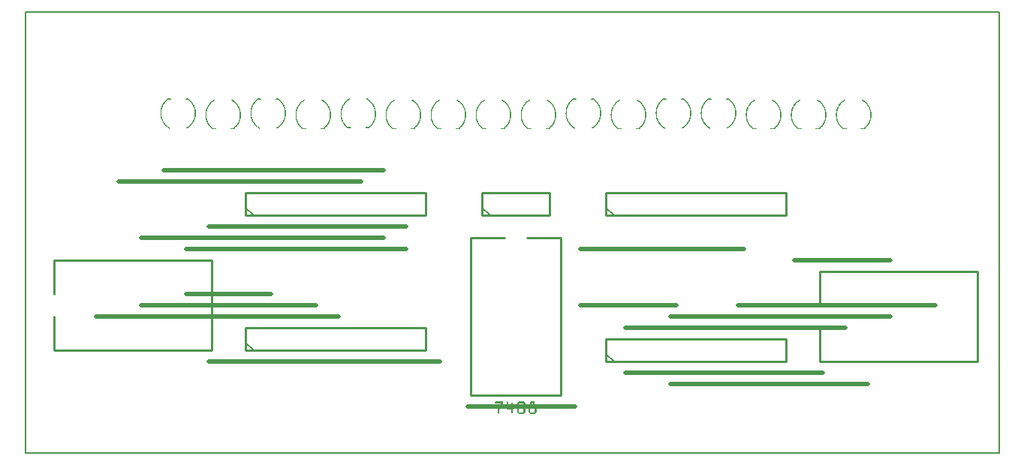
<source format=gto>
G04 MADE WITH FRITZING*
G04 WWW.FRITZING.ORG*
G04 SINGLE SIDED*
G04 HOLES NOT PLATED*
G04 CONTOUR ON CENTER OF CONTOUR VECTOR*
%ASAXBY*%
%FSLAX23Y23*%
%MOIN*%
%OFA0B0*%
%SFA1.0B1.0*%
%ADD10R,4.330720X1.968500X4.314720X1.952500*%
%ADD11C,0.008000*%
%ADD12C,0.010000*%
%ADD13C,0.005000*%
%ADD14C,0.021000*%
%ADD15C,0.005120*%
%ADD16R,0.001000X0.001000*%
%LNSILK1*%
G90*
G70*
G54D11*
X4Y1965D02*
X4327Y1965D01*
X4327Y4D01*
X4Y4D01*
X4Y1965D01*
D02*
G54D12*
X2033Y1060D02*
X2333Y1060D01*
D02*
X2333Y1060D02*
X2333Y1160D01*
D02*
X2333Y1160D02*
X2033Y1160D01*
D02*
X2033Y1160D02*
X2033Y1060D01*
G54D13*
D02*
X2068Y1060D02*
X2033Y1095D01*
G54D12*
D02*
X2583Y410D02*
X3383Y410D01*
D02*
X3383Y410D02*
X3383Y510D01*
D02*
X3383Y510D02*
X2583Y510D01*
D02*
X2583Y510D02*
X2583Y410D01*
G54D13*
D02*
X2618Y410D02*
X2583Y445D01*
G54D12*
D02*
X2583Y1060D02*
X3383Y1060D01*
D02*
X3383Y1060D02*
X3383Y1160D01*
D02*
X3383Y1160D02*
X2583Y1160D01*
D02*
X2583Y1160D02*
X2583Y1060D01*
G54D13*
D02*
X2618Y1060D02*
X2583Y1095D01*
G54D12*
D02*
X983Y1060D02*
X1783Y1060D01*
D02*
X1783Y1060D02*
X1783Y1160D01*
D02*
X1783Y1160D02*
X983Y1160D01*
D02*
X983Y1160D02*
X983Y1060D01*
G54D13*
D02*
X1018Y1060D02*
X983Y1095D01*
G54D12*
D02*
X983Y460D02*
X1783Y460D01*
D02*
X1783Y460D02*
X1783Y560D01*
D02*
X1783Y560D02*
X983Y560D01*
D02*
X983Y560D02*
X983Y460D01*
G54D13*
D02*
X1018Y460D02*
X983Y495D01*
G54D12*
D02*
X3533Y410D02*
X4233Y410D01*
D02*
X4233Y410D02*
X4233Y810D01*
D02*
X4233Y810D02*
X3533Y810D01*
D02*
X3533Y410D02*
X3533Y560D01*
D02*
X3533Y660D02*
X3533Y810D01*
D02*
X133Y460D02*
X833Y460D01*
D02*
X833Y460D02*
X833Y860D01*
D02*
X833Y860D02*
X133Y860D01*
D02*
X133Y460D02*
X133Y610D01*
D02*
X133Y710D02*
X133Y860D01*
D02*
X1983Y960D02*
X1983Y260D01*
D02*
X1983Y260D02*
X2383Y260D01*
D02*
X2383Y260D02*
X2383Y960D01*
D02*
X1983Y960D02*
X2133Y960D01*
D02*
X2233Y960D02*
X2383Y960D01*
G54D14*
D02*
X2470Y910D02*
X3195Y910D01*
D02*
X3420Y860D02*
X3845Y860D01*
D02*
X3170Y660D02*
X4045Y660D01*
D02*
X2670Y360D02*
X3545Y360D01*
D02*
X2870Y610D02*
X3845Y610D01*
D02*
X2870Y310D02*
X3745Y310D01*
D02*
X2670Y560D02*
X3645Y560D01*
D02*
X820Y1010D02*
X1695Y1010D01*
D02*
X620Y1260D02*
X1595Y1260D01*
D02*
X420Y1210D02*
X1495Y1210D01*
D02*
X720Y710D02*
X1095Y710D01*
D02*
X520Y660D02*
X1295Y660D01*
D02*
X320Y610D02*
X1395Y610D01*
D02*
X720Y910D02*
X1695Y910D01*
D02*
X520Y960D02*
X1595Y960D01*
D02*
X820Y410D02*
X1845Y410D01*
D02*
X2470Y660D02*
X2895Y660D01*
D02*
X1970Y210D02*
X2445Y210D01*
G54D15*
X1049Y1576D02*
X1036Y1576D01*
D02*
X1129Y1576D02*
X1117Y1576D01*
D02*
X3049Y1576D02*
X3036Y1576D01*
D02*
X3129Y1576D02*
X3117Y1576D01*
D02*
X2449Y1576D02*
X2436Y1576D01*
D02*
X2529Y1576D02*
X2517Y1576D01*
D02*
X2849Y1576D02*
X2836Y1576D01*
D02*
X2929Y1576D02*
X2917Y1576D01*
D02*
X649Y1576D02*
X636Y1576D01*
D02*
X729Y1576D02*
X717Y1576D01*
D02*
G54D16*
X1442Y1579D02*
X1444Y1579D01*
X1519Y1579D02*
X1523Y1579D01*
X636Y1578D02*
X637Y1578D01*
X729Y1578D02*
X729Y1578D01*
X1036Y1578D02*
X1037Y1578D01*
X1129Y1578D02*
X1129Y1578D01*
X1440Y1578D02*
X1445Y1578D01*
X1519Y1578D02*
X1524Y1578D01*
X2435Y1578D02*
X2437Y1578D01*
X2528Y1578D02*
X2528Y1578D01*
X2835Y1578D02*
X2837Y1578D01*
X2928Y1578D02*
X2928Y1578D01*
X3035Y1578D02*
X3037Y1578D01*
X3128Y1578D02*
X3128Y1578D01*
X634Y1577D02*
X638Y1577D01*
X727Y1577D02*
X730Y1577D01*
X1034Y1577D02*
X1038Y1577D01*
X1127Y1577D02*
X1130Y1577D01*
X1439Y1577D02*
X1445Y1577D01*
X1519Y1577D02*
X1526Y1577D01*
X2434Y1577D02*
X2438Y1577D01*
X2527Y1577D02*
X2530Y1577D01*
X2834Y1577D02*
X2838Y1577D01*
X2927Y1577D02*
X2930Y1577D01*
X3034Y1577D02*
X3038Y1577D01*
X3127Y1577D02*
X3130Y1577D01*
X633Y1576D02*
X638Y1576D01*
X727Y1576D02*
X732Y1576D01*
X1033Y1576D02*
X1038Y1576D01*
X1127Y1576D02*
X1132Y1576D01*
X1437Y1576D02*
X1445Y1576D01*
X1519Y1576D02*
X1527Y1576D01*
X2433Y1576D02*
X2438Y1576D01*
X2526Y1576D02*
X2531Y1576D01*
X2833Y1576D02*
X2838Y1576D01*
X2926Y1576D02*
X2931Y1576D01*
X3033Y1576D02*
X3038Y1576D01*
X3126Y1576D02*
X3131Y1576D01*
X632Y1575D02*
X638Y1575D01*
X727Y1575D02*
X733Y1575D01*
X920Y1575D02*
X922Y1575D01*
X1032Y1575D02*
X1038Y1575D01*
X1127Y1575D02*
X1133Y1575D01*
X1319Y1575D02*
X1322Y1575D01*
X1436Y1575D02*
X1444Y1575D01*
X1520Y1575D02*
X1529Y1575D01*
X1719Y1575D02*
X1722Y1575D01*
X1919Y1575D02*
X1922Y1575D01*
X2119Y1575D02*
X2122Y1575D01*
X2319Y1575D02*
X2322Y1575D01*
X2432Y1575D02*
X2438Y1575D01*
X2526Y1575D02*
X2532Y1575D01*
X2719Y1575D02*
X2722Y1575D01*
X2831Y1575D02*
X2838Y1575D01*
X2926Y1575D02*
X2932Y1575D01*
X3031Y1575D02*
X3038Y1575D01*
X3126Y1575D02*
X3132Y1575D01*
X3319Y1575D02*
X3322Y1575D01*
X3519Y1575D02*
X3522Y1575D01*
X3719Y1575D02*
X3722Y1575D01*
X631Y1574D02*
X638Y1574D01*
X727Y1574D02*
X734Y1574D01*
X841Y1574D02*
X844Y1574D01*
X919Y1574D02*
X924Y1574D01*
X1031Y1574D02*
X1038Y1574D01*
X1127Y1574D02*
X1134Y1574D01*
X1241Y1574D02*
X1244Y1574D01*
X1319Y1574D02*
X1323Y1574D01*
X1435Y1574D02*
X1443Y1574D01*
X1522Y1574D02*
X1530Y1574D01*
X1641Y1574D02*
X1644Y1574D01*
X1719Y1574D02*
X1723Y1574D01*
X1841Y1574D02*
X1844Y1574D01*
X1919Y1574D02*
X1923Y1574D01*
X2041Y1574D02*
X2044Y1574D01*
X2119Y1574D02*
X2123Y1574D01*
X2241Y1574D02*
X2244Y1574D01*
X2319Y1574D02*
X2323Y1574D01*
X2430Y1574D02*
X2437Y1574D01*
X2527Y1574D02*
X2534Y1574D01*
X2641Y1574D02*
X2644Y1574D01*
X2719Y1574D02*
X2723Y1574D01*
X2830Y1574D02*
X2837Y1574D01*
X2927Y1574D02*
X2934Y1574D01*
X3030Y1574D02*
X3037Y1574D01*
X3127Y1574D02*
X3134Y1574D01*
X3241Y1574D02*
X3244Y1574D01*
X3318Y1574D02*
X3323Y1574D01*
X3441Y1574D02*
X3444Y1574D01*
X3518Y1574D02*
X3523Y1574D01*
X3641Y1574D02*
X3644Y1574D01*
X3718Y1574D02*
X3723Y1574D01*
X630Y1573D02*
X637Y1573D01*
X728Y1573D02*
X735Y1573D01*
X840Y1573D02*
X845Y1573D01*
X919Y1573D02*
X925Y1573D01*
X1030Y1573D02*
X1036Y1573D01*
X1128Y1573D02*
X1135Y1573D01*
X1240Y1573D02*
X1245Y1573D01*
X1319Y1573D02*
X1325Y1573D01*
X1433Y1573D02*
X1441Y1573D01*
X1523Y1573D02*
X1531Y1573D01*
X1639Y1573D02*
X1645Y1573D01*
X1719Y1573D02*
X1725Y1573D01*
X1839Y1573D02*
X1845Y1573D01*
X1918Y1573D02*
X1925Y1573D01*
X2039Y1573D02*
X2045Y1573D01*
X2118Y1573D02*
X2125Y1573D01*
X2239Y1573D02*
X2245Y1573D01*
X2318Y1573D02*
X2325Y1573D01*
X2429Y1573D02*
X2436Y1573D01*
X2528Y1573D02*
X2535Y1573D01*
X2639Y1573D02*
X2645Y1573D01*
X2718Y1573D02*
X2725Y1573D01*
X2829Y1573D02*
X2836Y1573D01*
X2928Y1573D02*
X2935Y1573D01*
X3029Y1573D02*
X3036Y1573D01*
X3128Y1573D02*
X3135Y1573D01*
X3239Y1573D02*
X3244Y1573D01*
X3318Y1573D02*
X3325Y1573D01*
X3439Y1573D02*
X3444Y1573D01*
X3518Y1573D02*
X3525Y1573D01*
X3639Y1573D02*
X3644Y1573D01*
X3718Y1573D02*
X3725Y1573D01*
X629Y1572D02*
X635Y1572D01*
X729Y1572D02*
X736Y1572D01*
X838Y1572D02*
X845Y1572D01*
X919Y1572D02*
X927Y1572D01*
X1028Y1572D02*
X1035Y1572D01*
X1129Y1572D02*
X1136Y1572D01*
X1238Y1572D02*
X1245Y1572D01*
X1319Y1572D02*
X1327Y1572D01*
X1432Y1572D02*
X1440Y1572D01*
X1525Y1572D02*
X1532Y1572D01*
X1638Y1572D02*
X1645Y1572D01*
X1719Y1572D02*
X1727Y1572D01*
X1838Y1572D02*
X1845Y1572D01*
X1919Y1572D02*
X1926Y1572D01*
X2038Y1572D02*
X2045Y1572D01*
X2119Y1572D02*
X2126Y1572D01*
X2238Y1572D02*
X2245Y1572D01*
X2319Y1572D02*
X2326Y1572D01*
X2428Y1572D02*
X2435Y1572D01*
X2529Y1572D02*
X2536Y1572D01*
X2638Y1572D02*
X2645Y1572D01*
X2719Y1572D02*
X2726Y1572D01*
X2828Y1572D02*
X2835Y1572D01*
X2929Y1572D02*
X2936Y1572D01*
X3028Y1572D02*
X3035Y1572D01*
X3129Y1572D02*
X3136Y1572D01*
X3238Y1572D02*
X3244Y1572D01*
X3319Y1572D02*
X3326Y1572D01*
X3438Y1572D02*
X3444Y1572D01*
X3518Y1572D02*
X3526Y1572D01*
X3638Y1572D02*
X3644Y1572D01*
X3718Y1572D02*
X3726Y1572D01*
X627Y1571D02*
X634Y1571D01*
X731Y1571D02*
X737Y1571D01*
X837Y1571D02*
X844Y1571D01*
X920Y1571D02*
X928Y1571D01*
X1027Y1571D02*
X1034Y1571D01*
X1131Y1571D02*
X1137Y1571D01*
X1237Y1571D02*
X1244Y1571D01*
X1320Y1571D02*
X1328Y1571D01*
X1431Y1571D02*
X1438Y1571D01*
X1526Y1571D02*
X1533Y1571D01*
X1636Y1571D02*
X1644Y1571D01*
X1720Y1571D02*
X1728Y1571D01*
X1836Y1571D02*
X1844Y1571D01*
X1920Y1571D02*
X1928Y1571D01*
X2036Y1571D02*
X2044Y1571D01*
X2120Y1571D02*
X2128Y1571D01*
X2236Y1571D02*
X2244Y1571D01*
X2320Y1571D02*
X2328Y1571D01*
X2427Y1571D02*
X2434Y1571D01*
X2530Y1571D02*
X2537Y1571D01*
X2636Y1571D02*
X2644Y1571D01*
X2719Y1571D02*
X2728Y1571D01*
X2827Y1571D02*
X2834Y1571D01*
X2930Y1571D02*
X2937Y1571D01*
X3027Y1571D02*
X3034Y1571D01*
X3130Y1571D02*
X3137Y1571D01*
X3236Y1571D02*
X3244Y1571D01*
X3319Y1571D02*
X3328Y1571D01*
X3436Y1571D02*
X3444Y1571D01*
X3519Y1571D02*
X3528Y1571D01*
X3636Y1571D02*
X3644Y1571D01*
X3719Y1571D02*
X3728Y1571D01*
X626Y1570D02*
X633Y1570D01*
X732Y1570D02*
X738Y1570D01*
X835Y1570D02*
X843Y1570D01*
X921Y1570D02*
X929Y1570D01*
X1026Y1570D02*
X1033Y1570D01*
X1132Y1570D02*
X1138Y1570D01*
X1235Y1570D02*
X1243Y1570D01*
X1321Y1570D02*
X1329Y1570D01*
X1430Y1570D02*
X1437Y1570D01*
X1528Y1570D02*
X1535Y1570D01*
X1635Y1570D02*
X1643Y1570D01*
X1721Y1570D02*
X1729Y1570D01*
X1835Y1570D02*
X1843Y1570D01*
X1921Y1570D02*
X1929Y1570D01*
X2035Y1570D02*
X2043Y1570D01*
X2121Y1570D02*
X2129Y1570D01*
X2235Y1570D02*
X2243Y1570D01*
X2321Y1570D02*
X2329Y1570D01*
X2426Y1570D02*
X2433Y1570D01*
X2532Y1570D02*
X2538Y1570D01*
X2635Y1570D02*
X2643Y1570D01*
X2721Y1570D02*
X2729Y1570D01*
X2826Y1570D02*
X2833Y1570D01*
X2931Y1570D02*
X2938Y1570D01*
X3026Y1570D02*
X3032Y1570D01*
X3131Y1570D02*
X3138Y1570D01*
X3235Y1570D02*
X3243Y1570D01*
X3321Y1570D02*
X3329Y1570D01*
X3435Y1570D02*
X3443Y1570D01*
X3521Y1570D02*
X3529Y1570D01*
X3635Y1570D02*
X3643Y1570D01*
X3721Y1570D02*
X3729Y1570D01*
X625Y1569D02*
X632Y1569D01*
X733Y1569D02*
X739Y1569D01*
X834Y1569D02*
X842Y1569D01*
X923Y1569D02*
X931Y1569D01*
X1025Y1569D02*
X1032Y1569D01*
X1133Y1569D02*
X1139Y1569D01*
X1234Y1569D02*
X1242Y1569D01*
X1323Y1569D02*
X1331Y1569D01*
X1429Y1569D02*
X1436Y1569D01*
X1529Y1569D02*
X1536Y1569D01*
X1634Y1569D02*
X1642Y1569D01*
X1723Y1569D02*
X1731Y1569D01*
X1834Y1569D02*
X1842Y1569D01*
X1923Y1569D02*
X1931Y1569D01*
X2034Y1569D02*
X2042Y1569D01*
X2123Y1569D02*
X2130Y1569D01*
X2234Y1569D02*
X2242Y1569D01*
X2323Y1569D02*
X2330Y1569D01*
X2425Y1569D02*
X2431Y1569D01*
X2533Y1569D02*
X2539Y1569D01*
X2634Y1569D02*
X2642Y1569D01*
X2723Y1569D02*
X2730Y1569D01*
X2825Y1569D02*
X2831Y1569D01*
X2933Y1569D02*
X2939Y1569D01*
X3025Y1569D02*
X3031Y1569D01*
X3133Y1569D02*
X3139Y1569D01*
X3234Y1569D02*
X3241Y1569D01*
X3323Y1569D02*
X3330Y1569D01*
X3434Y1569D02*
X3441Y1569D01*
X3522Y1569D02*
X3530Y1569D01*
X3634Y1569D02*
X3641Y1569D01*
X3722Y1569D02*
X3730Y1569D01*
X625Y1568D02*
X631Y1568D01*
X734Y1568D02*
X740Y1568D01*
X833Y1568D02*
X840Y1568D01*
X924Y1568D02*
X932Y1568D01*
X1024Y1568D02*
X1031Y1568D01*
X1134Y1568D02*
X1140Y1568D01*
X1233Y1568D02*
X1240Y1568D01*
X1324Y1568D02*
X1332Y1568D01*
X1428Y1568D02*
X1434Y1568D01*
X1530Y1568D02*
X1537Y1568D01*
X1633Y1568D02*
X1640Y1568D01*
X1724Y1568D02*
X1732Y1568D01*
X1833Y1568D02*
X1840Y1568D01*
X1924Y1568D02*
X1932Y1568D01*
X2033Y1568D02*
X2040Y1568D01*
X2124Y1568D02*
X2132Y1568D01*
X2233Y1568D02*
X2240Y1568D01*
X2324Y1568D02*
X2332Y1568D01*
X2424Y1568D02*
X2430Y1568D01*
X2534Y1568D02*
X2540Y1568D01*
X2632Y1568D02*
X2640Y1568D01*
X2724Y1568D02*
X2732Y1568D01*
X2824Y1568D02*
X2830Y1568D01*
X2934Y1568D02*
X2940Y1568D01*
X3024Y1568D02*
X3030Y1568D01*
X3134Y1568D02*
X3140Y1568D01*
X3232Y1568D02*
X3240Y1568D01*
X3324Y1568D02*
X3331Y1568D01*
X3432Y1568D02*
X3440Y1568D01*
X3524Y1568D02*
X3531Y1568D01*
X3632Y1568D02*
X3640Y1568D01*
X3724Y1568D02*
X3731Y1568D01*
X624Y1567D02*
X630Y1567D01*
X735Y1567D02*
X741Y1567D01*
X832Y1567D02*
X839Y1567D01*
X926Y1567D02*
X933Y1567D01*
X1024Y1567D02*
X1030Y1567D01*
X1135Y1567D02*
X1141Y1567D01*
X1231Y1567D02*
X1239Y1567D01*
X1326Y1567D02*
X1333Y1567D01*
X1427Y1567D02*
X1433Y1567D01*
X1531Y1567D02*
X1538Y1567D01*
X1631Y1567D02*
X1639Y1567D01*
X1726Y1567D02*
X1733Y1567D01*
X1831Y1567D02*
X1839Y1567D01*
X1926Y1567D02*
X1933Y1567D01*
X2031Y1567D02*
X2039Y1567D01*
X2126Y1567D02*
X2133Y1567D01*
X2231Y1567D02*
X2239Y1567D01*
X2326Y1567D02*
X2333Y1567D01*
X2423Y1567D02*
X2429Y1567D01*
X2535Y1567D02*
X2541Y1567D01*
X2631Y1567D02*
X2639Y1567D01*
X2726Y1567D02*
X2733Y1567D01*
X2823Y1567D02*
X2829Y1567D01*
X2935Y1567D02*
X2941Y1567D01*
X3023Y1567D02*
X3029Y1567D01*
X3135Y1567D02*
X3141Y1567D01*
X3231Y1567D02*
X3238Y1567D01*
X3325Y1567D02*
X3333Y1567D01*
X3431Y1567D02*
X3438Y1567D01*
X3525Y1567D02*
X3533Y1567D01*
X3631Y1567D02*
X3638Y1567D01*
X3725Y1567D02*
X3733Y1567D01*
X623Y1566D02*
X629Y1566D01*
X736Y1566D02*
X742Y1566D01*
X830Y1566D02*
X837Y1566D01*
X927Y1566D02*
X934Y1566D01*
X1023Y1566D02*
X1029Y1566D01*
X1136Y1566D02*
X1142Y1566D01*
X1230Y1566D02*
X1237Y1566D01*
X1327Y1566D02*
X1334Y1566D01*
X1426Y1566D02*
X1432Y1566D01*
X1532Y1566D02*
X1539Y1566D01*
X1630Y1566D02*
X1637Y1566D01*
X1727Y1566D02*
X1734Y1566D01*
X1830Y1566D02*
X1837Y1566D01*
X1927Y1566D02*
X1934Y1566D01*
X2030Y1566D02*
X2037Y1566D01*
X2127Y1566D02*
X2134Y1566D01*
X2230Y1566D02*
X2237Y1566D01*
X2327Y1566D02*
X2334Y1566D01*
X2422Y1566D02*
X2428Y1566D01*
X2536Y1566D02*
X2542Y1566D01*
X2630Y1566D02*
X2637Y1566D01*
X2727Y1566D02*
X2734Y1566D01*
X2822Y1566D02*
X2828Y1566D01*
X2936Y1566D02*
X2942Y1566D01*
X3022Y1566D02*
X3028Y1566D01*
X3136Y1566D02*
X3142Y1566D01*
X3230Y1566D02*
X3237Y1566D01*
X3327Y1566D02*
X3334Y1566D01*
X3430Y1566D02*
X3437Y1566D01*
X3527Y1566D02*
X3534Y1566D01*
X3630Y1566D02*
X3637Y1566D01*
X3727Y1566D02*
X3734Y1566D01*
X622Y1565D02*
X628Y1565D01*
X737Y1565D02*
X743Y1565D01*
X829Y1565D02*
X836Y1565D01*
X929Y1565D02*
X935Y1565D01*
X1022Y1565D02*
X1028Y1565D01*
X1137Y1565D02*
X1143Y1565D01*
X1229Y1565D02*
X1236Y1565D01*
X1328Y1565D02*
X1335Y1565D01*
X1425Y1565D02*
X1431Y1565D01*
X1534Y1565D02*
X1540Y1565D01*
X1629Y1565D02*
X1636Y1565D01*
X1728Y1565D02*
X1735Y1565D01*
X1829Y1565D02*
X1836Y1565D01*
X1928Y1565D02*
X1935Y1565D01*
X2029Y1565D02*
X2036Y1565D01*
X2128Y1565D02*
X2135Y1565D01*
X2229Y1565D02*
X2236Y1565D01*
X2328Y1565D02*
X2335Y1565D01*
X2422Y1565D02*
X2427Y1565D01*
X2537Y1565D02*
X2542Y1565D01*
X2629Y1565D02*
X2636Y1565D01*
X2728Y1565D02*
X2735Y1565D01*
X2822Y1565D02*
X2827Y1565D01*
X2937Y1565D02*
X2942Y1565D01*
X3022Y1565D02*
X3027Y1565D01*
X3137Y1565D02*
X3142Y1565D01*
X3229Y1565D02*
X3236Y1565D01*
X3328Y1565D02*
X3335Y1565D01*
X3429Y1565D02*
X3436Y1565D01*
X3528Y1565D02*
X3535Y1565D01*
X3629Y1565D02*
X3636Y1565D01*
X3728Y1565D02*
X3735Y1565D01*
X621Y1564D02*
X627Y1564D01*
X738Y1564D02*
X744Y1564D01*
X828Y1564D02*
X835Y1564D01*
X930Y1564D02*
X937Y1564D01*
X1021Y1564D02*
X1027Y1564D01*
X1138Y1564D02*
X1143Y1564D01*
X1228Y1564D02*
X1235Y1564D01*
X1330Y1564D02*
X1336Y1564D01*
X1424Y1564D02*
X1430Y1564D01*
X1535Y1564D02*
X1541Y1564D01*
X1628Y1564D02*
X1635Y1564D01*
X1730Y1564D02*
X1736Y1564D01*
X1828Y1564D02*
X1835Y1564D01*
X1930Y1564D02*
X1936Y1564D01*
X2028Y1564D02*
X2035Y1564D01*
X2130Y1564D02*
X2136Y1564D01*
X2228Y1564D02*
X2235Y1564D01*
X2329Y1564D02*
X2336Y1564D01*
X2421Y1564D02*
X2427Y1564D01*
X2538Y1564D02*
X2543Y1564D01*
X2628Y1564D02*
X2635Y1564D01*
X2729Y1564D02*
X2736Y1564D01*
X2821Y1564D02*
X2826Y1564D01*
X2938Y1564D02*
X2943Y1564D01*
X3021Y1564D02*
X3026Y1564D01*
X3138Y1564D02*
X3143Y1564D01*
X3228Y1564D02*
X3235Y1564D01*
X3329Y1564D02*
X3336Y1564D01*
X3428Y1564D02*
X3435Y1564D01*
X3529Y1564D02*
X3536Y1564D01*
X3628Y1564D02*
X3634Y1564D01*
X3729Y1564D02*
X3736Y1564D01*
X620Y1563D02*
X626Y1563D01*
X739Y1563D02*
X744Y1563D01*
X827Y1563D02*
X834Y1563D01*
X931Y1563D02*
X937Y1563D01*
X1020Y1563D02*
X1026Y1563D01*
X1139Y1563D02*
X1144Y1563D01*
X1227Y1563D02*
X1234Y1563D01*
X1331Y1563D02*
X1337Y1563D01*
X1423Y1563D02*
X1429Y1563D01*
X1536Y1563D02*
X1542Y1563D01*
X1627Y1563D02*
X1634Y1563D01*
X1731Y1563D02*
X1737Y1563D01*
X1827Y1563D02*
X1834Y1563D01*
X1931Y1563D02*
X1937Y1563D01*
X2027Y1563D02*
X2033Y1563D01*
X2131Y1563D02*
X2137Y1563D01*
X2227Y1563D02*
X2233Y1563D01*
X2331Y1563D02*
X2337Y1563D01*
X2420Y1563D02*
X2426Y1563D01*
X2539Y1563D02*
X2544Y1563D01*
X2627Y1563D02*
X2633Y1563D01*
X2731Y1563D02*
X2737Y1563D01*
X2820Y1563D02*
X2826Y1563D01*
X2939Y1563D02*
X2944Y1563D01*
X3020Y1563D02*
X3025Y1563D01*
X3139Y1563D02*
X3144Y1563D01*
X3227Y1563D02*
X3233Y1563D01*
X3331Y1563D02*
X3337Y1563D01*
X3427Y1563D02*
X3433Y1563D01*
X3530Y1563D02*
X3537Y1563D01*
X3627Y1563D02*
X3633Y1563D01*
X3730Y1563D02*
X3737Y1563D01*
X620Y1562D02*
X625Y1562D01*
X740Y1562D02*
X745Y1562D01*
X826Y1562D02*
X832Y1562D01*
X932Y1562D02*
X938Y1562D01*
X1019Y1562D02*
X1025Y1562D01*
X1140Y1562D02*
X1145Y1562D01*
X1226Y1562D02*
X1232Y1562D01*
X1332Y1562D02*
X1338Y1562D01*
X1422Y1562D02*
X1428Y1562D01*
X1537Y1562D02*
X1542Y1562D01*
X1626Y1562D02*
X1632Y1562D01*
X1732Y1562D02*
X1738Y1562D01*
X1826Y1562D02*
X1832Y1562D01*
X1932Y1562D02*
X1938Y1562D01*
X2026Y1562D02*
X2032Y1562D01*
X2132Y1562D02*
X2138Y1562D01*
X2226Y1562D02*
X2232Y1562D01*
X2332Y1562D02*
X2338Y1562D01*
X2419Y1562D02*
X2425Y1562D01*
X2539Y1562D02*
X2545Y1562D01*
X2626Y1562D02*
X2632Y1562D01*
X2732Y1562D02*
X2738Y1562D01*
X2819Y1562D02*
X2825Y1562D01*
X2939Y1562D02*
X2945Y1562D01*
X3019Y1562D02*
X3025Y1562D01*
X3139Y1562D02*
X3145Y1562D01*
X3226Y1562D02*
X3232Y1562D01*
X3332Y1562D02*
X3338Y1562D01*
X3426Y1562D02*
X3432Y1562D01*
X3532Y1562D02*
X3538Y1562D01*
X3626Y1562D02*
X3632Y1562D01*
X3732Y1562D02*
X3738Y1562D01*
X619Y1561D02*
X624Y1561D01*
X741Y1561D02*
X746Y1561D01*
X825Y1561D02*
X831Y1561D01*
X933Y1561D02*
X939Y1561D01*
X1019Y1561D02*
X1024Y1561D01*
X1140Y1561D02*
X1146Y1561D01*
X1225Y1561D02*
X1231Y1561D01*
X1333Y1561D02*
X1339Y1561D01*
X1421Y1561D02*
X1427Y1561D01*
X1538Y1561D02*
X1543Y1561D01*
X1625Y1561D02*
X1631Y1561D01*
X1733Y1561D02*
X1739Y1561D01*
X1825Y1561D02*
X1831Y1561D01*
X1933Y1561D02*
X1939Y1561D01*
X2025Y1561D02*
X2031Y1561D01*
X2133Y1561D02*
X2139Y1561D01*
X2225Y1561D02*
X2231Y1561D01*
X2333Y1561D02*
X2339Y1561D01*
X2419Y1561D02*
X2424Y1561D01*
X2540Y1561D02*
X2546Y1561D01*
X2625Y1561D02*
X2631Y1561D01*
X2733Y1561D02*
X2739Y1561D01*
X2818Y1561D02*
X2824Y1561D01*
X2940Y1561D02*
X2946Y1561D01*
X3018Y1561D02*
X3024Y1561D01*
X3140Y1561D02*
X3146Y1561D01*
X3225Y1561D02*
X3231Y1561D01*
X3333Y1561D02*
X3339Y1561D01*
X3425Y1561D02*
X3431Y1561D01*
X3533Y1561D02*
X3539Y1561D01*
X3625Y1561D02*
X3631Y1561D01*
X3733Y1561D02*
X3739Y1561D01*
X618Y1560D02*
X623Y1560D01*
X741Y1560D02*
X747Y1560D01*
X824Y1560D02*
X830Y1560D01*
X934Y1560D02*
X940Y1560D01*
X1018Y1560D02*
X1023Y1560D01*
X1141Y1560D02*
X1147Y1560D01*
X1224Y1560D02*
X1230Y1560D01*
X1334Y1560D02*
X1340Y1560D01*
X1420Y1560D02*
X1426Y1560D01*
X1539Y1560D02*
X1544Y1560D01*
X1624Y1560D02*
X1630Y1560D01*
X1734Y1560D02*
X1740Y1560D01*
X1824Y1560D02*
X1830Y1560D01*
X1934Y1560D02*
X1940Y1560D01*
X2024Y1560D02*
X2030Y1560D01*
X2134Y1560D02*
X2140Y1560D01*
X2224Y1560D02*
X2230Y1560D01*
X2334Y1560D02*
X2340Y1560D01*
X2418Y1560D02*
X2423Y1560D01*
X2541Y1560D02*
X2546Y1560D01*
X2624Y1560D02*
X2630Y1560D01*
X2734Y1560D02*
X2740Y1560D01*
X2818Y1560D02*
X2823Y1560D01*
X2941Y1560D02*
X2946Y1560D01*
X3018Y1560D02*
X3023Y1560D01*
X3141Y1560D02*
X3146Y1560D01*
X3224Y1560D02*
X3230Y1560D01*
X3334Y1560D02*
X3340Y1560D01*
X3424Y1560D02*
X3430Y1560D01*
X3534Y1560D02*
X3540Y1560D01*
X3624Y1560D02*
X3630Y1560D01*
X3734Y1560D02*
X3740Y1560D01*
X617Y1559D02*
X623Y1559D01*
X742Y1559D02*
X747Y1559D01*
X823Y1559D02*
X829Y1559D01*
X935Y1559D02*
X941Y1559D01*
X1017Y1559D02*
X1023Y1559D01*
X1142Y1559D02*
X1147Y1559D01*
X1223Y1559D02*
X1229Y1559D01*
X1335Y1559D02*
X1341Y1559D01*
X1420Y1559D02*
X1425Y1559D01*
X1539Y1559D02*
X1545Y1559D01*
X1623Y1559D02*
X1629Y1559D01*
X1735Y1559D02*
X1741Y1559D01*
X1823Y1559D02*
X1829Y1559D01*
X1935Y1559D02*
X1941Y1559D01*
X2023Y1559D02*
X2029Y1559D01*
X2135Y1559D02*
X2141Y1559D01*
X2223Y1559D02*
X2229Y1559D01*
X2335Y1559D02*
X2341Y1559D01*
X2417Y1559D02*
X2422Y1559D01*
X2542Y1559D02*
X2547Y1559D01*
X2623Y1559D02*
X2629Y1559D01*
X2735Y1559D02*
X2741Y1559D01*
X2817Y1559D02*
X2822Y1559D01*
X2942Y1559D02*
X2947Y1559D01*
X3017Y1559D02*
X3022Y1559D01*
X3142Y1559D02*
X3147Y1559D01*
X3223Y1559D02*
X3229Y1559D01*
X3335Y1559D02*
X3341Y1559D01*
X3423Y1559D02*
X3429Y1559D01*
X3535Y1559D02*
X3541Y1559D01*
X3623Y1559D02*
X3629Y1559D01*
X3735Y1559D02*
X3741Y1559D01*
X617Y1558D02*
X622Y1558D01*
X743Y1558D02*
X748Y1558D01*
X823Y1558D02*
X828Y1558D01*
X936Y1558D02*
X942Y1558D01*
X1017Y1558D02*
X1022Y1558D01*
X1143Y1558D02*
X1148Y1558D01*
X1222Y1558D02*
X1228Y1558D01*
X1336Y1558D02*
X1342Y1558D01*
X1419Y1558D02*
X1424Y1558D01*
X1540Y1558D02*
X1546Y1558D01*
X1622Y1558D02*
X1628Y1558D01*
X1736Y1558D02*
X1742Y1558D01*
X1822Y1558D02*
X1828Y1558D01*
X1936Y1558D02*
X1942Y1558D01*
X2022Y1558D02*
X2028Y1558D01*
X2136Y1558D02*
X2142Y1558D01*
X2222Y1558D02*
X2228Y1558D01*
X2336Y1558D02*
X2342Y1558D01*
X2416Y1558D02*
X2422Y1558D01*
X2543Y1558D02*
X2548Y1558D01*
X2622Y1558D02*
X2628Y1558D01*
X2736Y1558D02*
X2742Y1558D01*
X2816Y1558D02*
X2822Y1558D01*
X2943Y1558D02*
X2948Y1558D01*
X3016Y1558D02*
X3022Y1558D01*
X3143Y1558D02*
X3148Y1558D01*
X3222Y1558D02*
X3228Y1558D01*
X3336Y1558D02*
X3342Y1558D01*
X3422Y1558D02*
X3428Y1558D01*
X3536Y1558D02*
X3542Y1558D01*
X3622Y1558D02*
X3628Y1558D01*
X3736Y1558D02*
X3742Y1558D01*
X616Y1557D02*
X621Y1557D01*
X744Y1557D02*
X749Y1557D01*
X822Y1557D02*
X827Y1557D01*
X937Y1557D02*
X943Y1557D01*
X1016Y1557D02*
X1021Y1557D01*
X1144Y1557D02*
X1148Y1557D01*
X1222Y1557D02*
X1227Y1557D01*
X1337Y1557D02*
X1343Y1557D01*
X1418Y1557D02*
X1424Y1557D01*
X1541Y1557D02*
X1546Y1557D01*
X1622Y1557D02*
X1627Y1557D01*
X1737Y1557D02*
X1743Y1557D01*
X1822Y1557D02*
X1827Y1557D01*
X1937Y1557D02*
X1943Y1557D01*
X2022Y1557D02*
X2027Y1557D01*
X2137Y1557D02*
X2143Y1557D01*
X2221Y1557D02*
X2227Y1557D01*
X2337Y1557D02*
X2343Y1557D01*
X2416Y1557D02*
X2421Y1557D01*
X2543Y1557D02*
X2548Y1557D01*
X2621Y1557D02*
X2627Y1557D01*
X2737Y1557D02*
X2743Y1557D01*
X2816Y1557D02*
X2821Y1557D01*
X2943Y1557D02*
X2948Y1557D01*
X3016Y1557D02*
X3021Y1557D01*
X3143Y1557D02*
X3148Y1557D01*
X3221Y1557D02*
X3227Y1557D01*
X3337Y1557D02*
X3343Y1557D01*
X3421Y1557D02*
X3427Y1557D01*
X3537Y1557D02*
X3543Y1557D01*
X3621Y1557D02*
X3627Y1557D01*
X3737Y1557D02*
X3742Y1557D01*
X615Y1556D02*
X621Y1556D01*
X744Y1556D02*
X749Y1556D01*
X821Y1556D02*
X827Y1556D01*
X938Y1556D02*
X944Y1556D01*
X1015Y1556D02*
X1021Y1556D01*
X1144Y1556D02*
X1149Y1556D01*
X1221Y1556D02*
X1226Y1556D01*
X1338Y1556D02*
X1344Y1556D01*
X1418Y1556D02*
X1423Y1556D01*
X1542Y1556D02*
X1547Y1556D01*
X1621Y1556D02*
X1626Y1556D01*
X1738Y1556D02*
X1744Y1556D01*
X1821Y1556D02*
X1826Y1556D01*
X1938Y1556D02*
X1944Y1556D01*
X2021Y1556D02*
X2026Y1556D01*
X2138Y1556D02*
X2144Y1556D01*
X2221Y1556D02*
X2226Y1556D01*
X2338Y1556D02*
X2344Y1556D01*
X2415Y1556D02*
X2420Y1556D01*
X2544Y1556D02*
X2549Y1556D01*
X2621Y1556D02*
X2626Y1556D01*
X2738Y1556D02*
X2743Y1556D01*
X2815Y1556D02*
X2820Y1556D01*
X2944Y1556D02*
X2949Y1556D01*
X3015Y1556D02*
X3020Y1556D01*
X3144Y1556D02*
X3149Y1556D01*
X3220Y1556D02*
X3226Y1556D01*
X3338Y1556D02*
X3343Y1556D01*
X3420Y1556D02*
X3426Y1556D01*
X3538Y1556D02*
X3543Y1556D01*
X3620Y1556D02*
X3626Y1556D01*
X3738Y1556D02*
X3743Y1556D01*
X615Y1555D02*
X620Y1555D01*
X745Y1555D02*
X750Y1555D01*
X820Y1555D02*
X826Y1555D01*
X939Y1555D02*
X945Y1555D01*
X1015Y1555D02*
X1020Y1555D01*
X1145Y1555D02*
X1150Y1555D01*
X1220Y1555D02*
X1226Y1555D01*
X1339Y1555D02*
X1344Y1555D01*
X1417Y1555D02*
X1422Y1555D01*
X1543Y1555D02*
X1548Y1555D01*
X1620Y1555D02*
X1626Y1555D01*
X1739Y1555D02*
X1744Y1555D01*
X1820Y1555D02*
X1826Y1555D01*
X1939Y1555D02*
X1944Y1555D01*
X2020Y1555D02*
X2026Y1555D01*
X2139Y1555D02*
X2144Y1555D01*
X2220Y1555D02*
X2225Y1555D01*
X2339Y1555D02*
X2344Y1555D01*
X2415Y1555D02*
X2420Y1555D01*
X2545Y1555D02*
X2550Y1555D01*
X2620Y1555D02*
X2625Y1555D01*
X2739Y1555D02*
X2744Y1555D01*
X2814Y1555D02*
X2820Y1555D01*
X2945Y1555D02*
X2949Y1555D01*
X3014Y1555D02*
X3020Y1555D01*
X3145Y1555D02*
X3149Y1555D01*
X3220Y1555D02*
X3225Y1555D01*
X3339Y1555D02*
X3344Y1555D01*
X3420Y1555D02*
X3425Y1555D01*
X3539Y1555D02*
X3544Y1555D01*
X3620Y1555D02*
X3625Y1555D01*
X3739Y1555D02*
X3744Y1555D01*
X614Y1554D02*
X619Y1554D01*
X746Y1554D02*
X750Y1554D01*
X819Y1554D02*
X825Y1554D01*
X940Y1554D02*
X945Y1554D01*
X1014Y1554D02*
X1019Y1554D01*
X1146Y1554D02*
X1150Y1554D01*
X1219Y1554D02*
X1225Y1554D01*
X1340Y1554D02*
X1345Y1554D01*
X1416Y1554D02*
X1421Y1554D01*
X1543Y1554D02*
X1548Y1554D01*
X1619Y1554D02*
X1625Y1554D01*
X1740Y1554D02*
X1745Y1554D01*
X1819Y1554D02*
X1825Y1554D01*
X1940Y1554D02*
X1945Y1554D01*
X2019Y1554D02*
X2025Y1554D01*
X2140Y1554D02*
X2145Y1554D01*
X2219Y1554D02*
X2225Y1554D01*
X2340Y1554D02*
X2345Y1554D01*
X2414Y1554D02*
X2419Y1554D01*
X2545Y1554D02*
X2550Y1554D01*
X2619Y1554D02*
X2625Y1554D01*
X2740Y1554D02*
X2745Y1554D01*
X2814Y1554D02*
X2819Y1554D01*
X2945Y1554D02*
X2950Y1554D01*
X3014Y1554D02*
X3019Y1554D01*
X3145Y1554D02*
X3150Y1554D01*
X3219Y1554D02*
X3224Y1554D01*
X3340Y1554D02*
X3345Y1554D01*
X3419Y1554D02*
X3424Y1554D01*
X3539Y1554D02*
X3545Y1554D01*
X3619Y1554D02*
X3624Y1554D01*
X3739Y1554D02*
X3745Y1554D01*
X614Y1553D02*
X619Y1553D01*
X746Y1553D02*
X751Y1553D01*
X819Y1553D02*
X824Y1553D01*
X941Y1553D02*
X946Y1553D01*
X1014Y1553D02*
X1018Y1553D01*
X1146Y1553D02*
X1151Y1553D01*
X1219Y1553D02*
X1224Y1553D01*
X1341Y1553D02*
X1346Y1553D01*
X1416Y1553D02*
X1421Y1553D01*
X1544Y1553D02*
X1549Y1553D01*
X1618Y1553D02*
X1624Y1553D01*
X1741Y1553D02*
X1746Y1553D01*
X1818Y1553D02*
X1824Y1553D01*
X1941Y1553D02*
X1946Y1553D01*
X2018Y1553D02*
X2024Y1553D01*
X2141Y1553D02*
X2146Y1553D01*
X2218Y1553D02*
X2224Y1553D01*
X2340Y1553D02*
X2346Y1553D01*
X2413Y1553D02*
X2418Y1553D01*
X2546Y1553D02*
X2551Y1553D01*
X2618Y1553D02*
X2624Y1553D01*
X2740Y1553D02*
X2746Y1553D01*
X2813Y1553D02*
X2818Y1553D01*
X2946Y1553D02*
X2951Y1553D01*
X3013Y1553D02*
X3018Y1553D01*
X3146Y1553D02*
X3151Y1553D01*
X3218Y1553D02*
X3224Y1553D01*
X3340Y1553D02*
X3346Y1553D01*
X3418Y1553D02*
X3424Y1553D01*
X3540Y1553D02*
X3546Y1553D01*
X3618Y1553D02*
X3624Y1553D01*
X3740Y1553D02*
X3746Y1553D01*
X613Y1552D02*
X618Y1552D01*
X747Y1552D02*
X751Y1552D01*
X818Y1552D02*
X823Y1552D01*
X942Y1552D02*
X947Y1552D01*
X1013Y1552D02*
X1018Y1552D01*
X1147Y1552D02*
X1151Y1552D01*
X1218Y1552D02*
X1223Y1552D01*
X1341Y1552D02*
X1347Y1552D01*
X1415Y1552D02*
X1420Y1552D01*
X1545Y1552D02*
X1550Y1552D01*
X1618Y1552D02*
X1623Y1552D01*
X1741Y1552D02*
X1747Y1552D01*
X1818Y1552D02*
X1823Y1552D01*
X1941Y1552D02*
X1947Y1552D01*
X2018Y1552D02*
X2023Y1552D01*
X2141Y1552D02*
X2147Y1552D01*
X2218Y1552D02*
X2223Y1552D01*
X2341Y1552D02*
X2347Y1552D01*
X2413Y1552D02*
X2418Y1552D01*
X2547Y1552D02*
X2551Y1552D01*
X2618Y1552D02*
X2623Y1552D01*
X2741Y1552D02*
X2746Y1552D01*
X2813Y1552D02*
X2818Y1552D01*
X2947Y1552D02*
X2951Y1552D01*
X3013Y1552D02*
X3018Y1552D01*
X3147Y1552D02*
X3151Y1552D01*
X3218Y1552D02*
X3223Y1552D01*
X3341Y1552D02*
X3346Y1552D01*
X3417Y1552D02*
X3423Y1552D01*
X3541Y1552D02*
X3546Y1552D01*
X3617Y1552D02*
X3623Y1552D01*
X3741Y1552D02*
X3746Y1552D01*
X613Y1551D02*
X617Y1551D01*
X747Y1551D02*
X752Y1551D01*
X817Y1551D02*
X822Y1551D01*
X942Y1551D02*
X947Y1551D01*
X1013Y1551D02*
X1017Y1551D01*
X1147Y1551D02*
X1152Y1551D01*
X1217Y1551D02*
X1222Y1551D01*
X1342Y1551D02*
X1347Y1551D01*
X1414Y1551D02*
X1419Y1551D01*
X1545Y1551D02*
X1550Y1551D01*
X1617Y1551D02*
X1622Y1551D01*
X1742Y1551D02*
X1747Y1551D01*
X1817Y1551D02*
X1822Y1551D01*
X1942Y1551D02*
X1947Y1551D01*
X2017Y1551D02*
X2022Y1551D01*
X2142Y1551D02*
X2147Y1551D01*
X2217Y1551D02*
X2222Y1551D01*
X2342Y1551D02*
X2347Y1551D01*
X2412Y1551D02*
X2417Y1551D01*
X2547Y1551D02*
X2552Y1551D01*
X2617Y1551D02*
X2622Y1551D01*
X2742Y1551D02*
X2747Y1551D01*
X2812Y1551D02*
X2817Y1551D01*
X2947Y1551D02*
X2952Y1551D01*
X3012Y1551D02*
X3017Y1551D01*
X3147Y1551D02*
X3152Y1551D01*
X3217Y1551D02*
X3222Y1551D01*
X3342Y1551D02*
X3347Y1551D01*
X3417Y1551D02*
X3422Y1551D01*
X3542Y1551D02*
X3547Y1551D01*
X3617Y1551D02*
X3622Y1551D01*
X3742Y1551D02*
X3747Y1551D01*
X612Y1550D02*
X617Y1550D01*
X748Y1550D02*
X753Y1550D01*
X817Y1550D02*
X822Y1550D01*
X943Y1550D02*
X948Y1550D01*
X1012Y1550D02*
X1017Y1550D01*
X1148Y1550D02*
X1152Y1550D01*
X1216Y1550D02*
X1222Y1550D01*
X1343Y1550D02*
X1348Y1550D01*
X1414Y1550D02*
X1419Y1550D01*
X1546Y1550D02*
X1551Y1550D01*
X1616Y1550D02*
X1622Y1550D01*
X1743Y1550D02*
X1748Y1550D01*
X1816Y1550D02*
X1822Y1550D01*
X1943Y1550D02*
X1948Y1550D01*
X2016Y1550D02*
X2022Y1550D01*
X2143Y1550D02*
X2148Y1550D01*
X2216Y1550D02*
X2222Y1550D01*
X2343Y1550D02*
X2348Y1550D01*
X2412Y1550D02*
X2417Y1550D01*
X2548Y1550D02*
X2552Y1550D01*
X2616Y1550D02*
X2621Y1550D01*
X2743Y1550D02*
X2748Y1550D01*
X2812Y1550D02*
X2817Y1550D01*
X2948Y1550D02*
X2952Y1550D01*
X3012Y1550D02*
X3016Y1550D01*
X3148Y1550D02*
X3152Y1550D01*
X3216Y1550D02*
X3221Y1550D01*
X3343Y1550D02*
X3348Y1550D01*
X3416Y1550D02*
X3421Y1550D01*
X3543Y1550D02*
X3548Y1550D01*
X3616Y1550D02*
X3621Y1550D01*
X3743Y1550D02*
X3748Y1550D01*
X612Y1549D02*
X616Y1549D01*
X749Y1549D02*
X753Y1549D01*
X816Y1549D02*
X821Y1549D01*
X944Y1549D02*
X949Y1549D01*
X1012Y1549D02*
X1016Y1549D01*
X1148Y1549D02*
X1153Y1549D01*
X1216Y1549D02*
X1221Y1549D01*
X1344Y1549D02*
X1349Y1549D01*
X1413Y1549D02*
X1418Y1549D01*
X1547Y1549D02*
X1551Y1549D01*
X1616Y1549D02*
X1621Y1549D01*
X1744Y1549D02*
X1749Y1549D01*
X1816Y1549D02*
X1821Y1549D01*
X1944Y1549D02*
X1949Y1549D01*
X2016Y1549D02*
X2021Y1549D01*
X2144Y1549D02*
X2148Y1549D01*
X2216Y1549D02*
X2221Y1549D01*
X2344Y1549D02*
X2348Y1549D01*
X2411Y1549D02*
X2416Y1549D01*
X2548Y1549D02*
X2553Y1549D01*
X2616Y1549D02*
X2621Y1549D01*
X2743Y1549D02*
X2748Y1549D01*
X2811Y1549D02*
X2816Y1549D01*
X2948Y1549D02*
X2953Y1549D01*
X3011Y1549D02*
X3016Y1549D01*
X3148Y1549D02*
X3153Y1549D01*
X3215Y1549D02*
X3221Y1549D01*
X3343Y1549D02*
X3348Y1549D01*
X3415Y1549D02*
X3421Y1549D01*
X3543Y1549D02*
X3548Y1549D01*
X3615Y1549D02*
X3621Y1549D01*
X3743Y1549D02*
X3748Y1549D01*
X611Y1548D02*
X616Y1548D01*
X749Y1548D02*
X754Y1548D01*
X815Y1548D02*
X820Y1548D01*
X944Y1548D02*
X949Y1548D01*
X1011Y1548D02*
X1016Y1548D01*
X1149Y1548D02*
X1153Y1548D01*
X1215Y1548D02*
X1220Y1548D01*
X1344Y1548D02*
X1349Y1548D01*
X1413Y1548D02*
X1417Y1548D01*
X1547Y1548D02*
X1552Y1548D01*
X1615Y1548D02*
X1620Y1548D01*
X1744Y1548D02*
X1749Y1548D01*
X1815Y1548D02*
X1820Y1548D01*
X1944Y1548D02*
X1949Y1548D01*
X2015Y1548D02*
X2020Y1548D01*
X2144Y1548D02*
X2149Y1548D01*
X2215Y1548D02*
X2220Y1548D01*
X2344Y1548D02*
X2349Y1548D01*
X2411Y1548D02*
X2415Y1548D01*
X2549Y1548D02*
X2553Y1548D01*
X2615Y1548D02*
X2620Y1548D01*
X2744Y1548D02*
X2749Y1548D01*
X2811Y1548D02*
X2815Y1548D01*
X2949Y1548D02*
X2953Y1548D01*
X3011Y1548D02*
X3015Y1548D01*
X3149Y1548D02*
X3153Y1548D01*
X3215Y1548D02*
X3220Y1548D01*
X3344Y1548D02*
X3349Y1548D01*
X3415Y1548D02*
X3420Y1548D01*
X3544Y1548D02*
X3549Y1548D01*
X3615Y1548D02*
X3620Y1548D01*
X3744Y1548D02*
X3749Y1548D01*
X611Y1547D02*
X615Y1547D01*
X750Y1547D02*
X754Y1547D01*
X815Y1547D02*
X820Y1547D01*
X945Y1547D02*
X950Y1547D01*
X1011Y1547D02*
X1015Y1547D01*
X1150Y1547D02*
X1154Y1547D01*
X1215Y1547D02*
X1220Y1547D01*
X1345Y1547D02*
X1350Y1547D01*
X1412Y1547D02*
X1417Y1547D01*
X1548Y1547D02*
X1552Y1547D01*
X1614Y1547D02*
X1620Y1547D01*
X1745Y1547D02*
X1750Y1547D01*
X1814Y1547D02*
X1820Y1547D01*
X1945Y1547D02*
X1950Y1547D01*
X2014Y1547D02*
X2019Y1547D01*
X2145Y1547D02*
X2150Y1547D01*
X2214Y1547D02*
X2219Y1547D01*
X2345Y1547D02*
X2350Y1547D01*
X2410Y1547D02*
X2415Y1547D01*
X2549Y1547D02*
X2554Y1547D01*
X2614Y1547D02*
X2619Y1547D01*
X2745Y1547D02*
X2750Y1547D01*
X2810Y1547D02*
X2815Y1547D01*
X2949Y1547D02*
X2954Y1547D01*
X3010Y1547D02*
X3015Y1547D01*
X3149Y1547D02*
X3154Y1547D01*
X3214Y1547D02*
X3219Y1547D01*
X3345Y1547D02*
X3350Y1547D01*
X3414Y1547D02*
X3419Y1547D01*
X3545Y1547D02*
X3550Y1547D01*
X3614Y1547D02*
X3619Y1547D01*
X3745Y1547D02*
X3750Y1547D01*
X610Y1546D02*
X615Y1546D01*
X750Y1546D02*
X754Y1546D01*
X814Y1546D02*
X819Y1546D01*
X946Y1546D02*
X951Y1546D01*
X1010Y1546D02*
X1015Y1546D01*
X1150Y1546D02*
X1154Y1546D01*
X1214Y1546D02*
X1219Y1546D01*
X1346Y1546D02*
X1351Y1546D01*
X1412Y1546D02*
X1416Y1546D01*
X1548Y1546D02*
X1553Y1546D01*
X1614Y1546D02*
X1619Y1546D01*
X1746Y1546D02*
X1750Y1546D01*
X1814Y1546D02*
X1819Y1546D01*
X1946Y1546D02*
X1950Y1546D01*
X2014Y1546D02*
X2019Y1546D01*
X2146Y1546D02*
X2150Y1546D01*
X2214Y1546D02*
X2219Y1546D01*
X2346Y1546D02*
X2350Y1546D01*
X2410Y1546D02*
X2414Y1546D01*
X2550Y1546D02*
X2554Y1546D01*
X2614Y1546D02*
X2619Y1546D01*
X2745Y1546D02*
X2750Y1546D01*
X2810Y1546D02*
X2814Y1546D01*
X2950Y1546D02*
X2954Y1546D01*
X3010Y1546D02*
X3014Y1546D01*
X3150Y1546D02*
X3154Y1546D01*
X3214Y1546D02*
X3219Y1546D01*
X3345Y1546D02*
X3350Y1546D01*
X3414Y1546D02*
X3419Y1546D01*
X3545Y1546D02*
X3550Y1546D01*
X3614Y1546D02*
X3619Y1546D01*
X3745Y1546D02*
X3750Y1546D01*
X610Y1545D02*
X614Y1545D01*
X751Y1545D02*
X755Y1545D01*
X814Y1545D02*
X818Y1545D01*
X946Y1545D02*
X951Y1545D01*
X1010Y1545D02*
X1014Y1545D01*
X1151Y1545D02*
X1155Y1545D01*
X1213Y1545D02*
X1218Y1545D01*
X1346Y1545D02*
X1351Y1545D01*
X1411Y1545D02*
X1416Y1545D01*
X1549Y1545D02*
X1553Y1545D01*
X1613Y1545D02*
X1618Y1545D01*
X1746Y1545D02*
X1751Y1545D01*
X1813Y1545D02*
X1818Y1545D01*
X1946Y1545D02*
X1951Y1545D01*
X2013Y1545D02*
X2018Y1545D01*
X2146Y1545D02*
X2151Y1545D01*
X2213Y1545D02*
X2218Y1545D01*
X2346Y1545D02*
X2351Y1545D01*
X2410Y1545D02*
X2414Y1545D01*
X2550Y1545D02*
X2554Y1545D01*
X2613Y1545D02*
X2618Y1545D01*
X2746Y1545D02*
X2751Y1545D01*
X2809Y1545D02*
X2814Y1545D01*
X2950Y1545D02*
X2954Y1545D01*
X3009Y1545D02*
X3014Y1545D01*
X3150Y1545D02*
X3154Y1545D01*
X3213Y1545D02*
X3218Y1545D01*
X3346Y1545D02*
X3351Y1545D01*
X3413Y1545D02*
X3418Y1545D01*
X3546Y1545D02*
X3551Y1545D01*
X3613Y1545D02*
X3618Y1545D01*
X3746Y1545D02*
X3751Y1545D01*
X609Y1544D02*
X614Y1544D01*
X751Y1544D02*
X755Y1544D01*
X813Y1544D02*
X818Y1544D01*
X947Y1544D02*
X952Y1544D01*
X1009Y1544D02*
X1014Y1544D01*
X1151Y1544D02*
X1155Y1544D01*
X1213Y1544D02*
X1218Y1544D01*
X1347Y1544D02*
X1352Y1544D01*
X1411Y1544D02*
X1415Y1544D01*
X1549Y1544D02*
X1554Y1544D01*
X1613Y1544D02*
X1618Y1544D01*
X1747Y1544D02*
X1751Y1544D01*
X1813Y1544D02*
X1818Y1544D01*
X1947Y1544D02*
X1951Y1544D01*
X2013Y1544D02*
X2018Y1544D01*
X2147Y1544D02*
X2151Y1544D01*
X2213Y1544D02*
X2218Y1544D01*
X2347Y1544D02*
X2351Y1544D01*
X2409Y1544D02*
X2414Y1544D01*
X2551Y1544D02*
X2555Y1544D01*
X2613Y1544D02*
X2617Y1544D01*
X2747Y1544D02*
X2751Y1544D01*
X2809Y1544D02*
X2814Y1544D01*
X2951Y1544D02*
X2955Y1544D01*
X3009Y1544D02*
X3013Y1544D01*
X3151Y1544D02*
X3155Y1544D01*
X3213Y1544D02*
X3217Y1544D01*
X3347Y1544D02*
X3351Y1544D01*
X3413Y1544D02*
X3417Y1544D01*
X3547Y1544D02*
X3551Y1544D01*
X3613Y1544D02*
X3617Y1544D01*
X3747Y1544D02*
X3751Y1544D01*
X609Y1543D02*
X613Y1543D01*
X751Y1543D02*
X756Y1543D01*
X812Y1543D02*
X817Y1543D01*
X948Y1543D02*
X952Y1543D01*
X1009Y1543D02*
X1013Y1543D01*
X1151Y1543D02*
X1156Y1543D01*
X1212Y1543D02*
X1217Y1543D01*
X1348Y1543D02*
X1352Y1543D01*
X1410Y1543D02*
X1415Y1543D01*
X1550Y1543D02*
X1554Y1543D01*
X1612Y1543D02*
X1617Y1543D01*
X1747Y1543D02*
X1752Y1543D01*
X1812Y1543D02*
X1817Y1543D01*
X1947Y1543D02*
X1952Y1543D01*
X2012Y1543D02*
X2017Y1543D01*
X2147Y1543D02*
X2152Y1543D01*
X2212Y1543D02*
X2217Y1543D01*
X2347Y1543D02*
X2352Y1543D01*
X2409Y1543D02*
X2413Y1543D01*
X2551Y1543D02*
X2555Y1543D01*
X2612Y1543D02*
X2617Y1543D01*
X2747Y1543D02*
X2752Y1543D01*
X2809Y1543D02*
X2813Y1543D01*
X2951Y1543D02*
X2955Y1543D01*
X3009Y1543D02*
X3013Y1543D01*
X3151Y1543D02*
X3155Y1543D01*
X3212Y1543D02*
X3217Y1543D01*
X3347Y1543D02*
X3352Y1543D01*
X3412Y1543D02*
X3417Y1543D01*
X3547Y1543D02*
X3552Y1543D01*
X3612Y1543D02*
X3617Y1543D01*
X3747Y1543D02*
X3752Y1543D01*
X609Y1542D02*
X613Y1542D01*
X752Y1542D02*
X756Y1542D01*
X812Y1542D02*
X817Y1542D01*
X948Y1542D02*
X953Y1542D01*
X1009Y1542D02*
X1013Y1542D01*
X1152Y1542D02*
X1156Y1542D01*
X1212Y1542D02*
X1217Y1542D01*
X1348Y1542D02*
X1353Y1542D01*
X1410Y1542D02*
X1414Y1542D01*
X1550Y1542D02*
X1555Y1542D01*
X1612Y1542D02*
X1617Y1542D01*
X1748Y1542D02*
X1752Y1542D01*
X1812Y1542D02*
X1817Y1542D01*
X1948Y1542D02*
X1952Y1542D01*
X2012Y1542D02*
X2017Y1542D01*
X2148Y1542D02*
X2152Y1542D01*
X2212Y1542D02*
X2216Y1542D01*
X2348Y1542D02*
X2352Y1542D01*
X2408Y1542D02*
X2413Y1542D01*
X2552Y1542D02*
X2556Y1542D01*
X2612Y1542D02*
X2616Y1542D01*
X2748Y1542D02*
X2752Y1542D01*
X2808Y1542D02*
X2813Y1542D01*
X2951Y1542D02*
X2956Y1542D01*
X3008Y1542D02*
X3013Y1542D01*
X3151Y1542D02*
X3156Y1542D01*
X3212Y1542D02*
X3216Y1542D01*
X3348Y1542D02*
X3352Y1542D01*
X3412Y1542D02*
X3416Y1542D01*
X3548Y1542D02*
X3552Y1542D01*
X3611Y1542D02*
X3616Y1542D01*
X3748Y1542D02*
X3752Y1542D01*
X608Y1541D02*
X613Y1541D01*
X752Y1541D02*
X756Y1541D01*
X811Y1541D02*
X816Y1541D01*
X949Y1541D02*
X953Y1541D01*
X1008Y1541D02*
X1013Y1541D01*
X1152Y1541D02*
X1156Y1541D01*
X1211Y1541D02*
X1216Y1541D01*
X1349Y1541D02*
X1353Y1541D01*
X1409Y1541D02*
X1414Y1541D01*
X1551Y1541D02*
X1555Y1541D01*
X1611Y1541D02*
X1616Y1541D01*
X1749Y1541D02*
X1753Y1541D01*
X1811Y1541D02*
X1816Y1541D01*
X1948Y1541D02*
X1953Y1541D01*
X2011Y1541D02*
X2016Y1541D01*
X2148Y1541D02*
X2153Y1541D01*
X2211Y1541D02*
X2216Y1541D01*
X2348Y1541D02*
X2353Y1541D01*
X2408Y1541D02*
X2412Y1541D01*
X2552Y1541D02*
X2556Y1541D01*
X2611Y1541D02*
X2616Y1541D01*
X2748Y1541D02*
X2753Y1541D01*
X2808Y1541D02*
X2812Y1541D01*
X2952Y1541D02*
X2956Y1541D01*
X3008Y1541D02*
X3012Y1541D01*
X3152Y1541D02*
X3156Y1541D01*
X3211Y1541D02*
X3216Y1541D01*
X3348Y1541D02*
X3353Y1541D01*
X3411Y1541D02*
X3416Y1541D01*
X3548Y1541D02*
X3553Y1541D01*
X3611Y1541D02*
X3616Y1541D01*
X3748Y1541D02*
X3753Y1541D01*
X608Y1540D02*
X612Y1540D01*
X753Y1540D02*
X757Y1540D01*
X811Y1540D02*
X816Y1540D01*
X949Y1540D02*
X954Y1540D01*
X1008Y1540D02*
X1012Y1540D01*
X1153Y1540D02*
X1157Y1540D01*
X1211Y1540D02*
X1216Y1540D01*
X1349Y1540D02*
X1354Y1540D01*
X1409Y1540D02*
X1413Y1540D01*
X1551Y1540D02*
X1555Y1540D01*
X1611Y1540D02*
X1615Y1540D01*
X1749Y1540D02*
X1754Y1540D01*
X1811Y1540D02*
X1815Y1540D01*
X1949Y1540D02*
X1953Y1540D01*
X2011Y1540D02*
X2015Y1540D01*
X2149Y1540D02*
X2153Y1540D01*
X2211Y1540D02*
X2215Y1540D01*
X2349Y1540D02*
X2353Y1540D01*
X2408Y1540D02*
X2412Y1540D01*
X2552Y1540D02*
X2556Y1540D01*
X2611Y1540D02*
X2615Y1540D01*
X2749Y1540D02*
X2753Y1540D01*
X2808Y1540D02*
X2812Y1540D01*
X2952Y1540D02*
X2956Y1540D01*
X3008Y1540D02*
X3012Y1540D01*
X3152Y1540D02*
X3156Y1540D01*
X3211Y1540D02*
X3215Y1540D01*
X3349Y1540D02*
X3353Y1540D01*
X3411Y1540D02*
X3415Y1540D01*
X3549Y1540D02*
X3553Y1540D01*
X3610Y1540D02*
X3615Y1540D01*
X3749Y1540D02*
X3753Y1540D01*
X608Y1539D02*
X612Y1539D01*
X753Y1539D02*
X757Y1539D01*
X811Y1539D02*
X815Y1539D01*
X950Y1539D02*
X954Y1539D01*
X1008Y1539D02*
X1012Y1539D01*
X1153Y1539D02*
X1157Y1539D01*
X1210Y1539D02*
X1215Y1539D01*
X1350Y1539D02*
X1354Y1539D01*
X1409Y1539D02*
X1413Y1539D01*
X1552Y1539D02*
X1556Y1539D01*
X1610Y1539D02*
X1615Y1539D01*
X1750Y1539D02*
X1754Y1539D01*
X1810Y1539D02*
X1815Y1539D01*
X1950Y1539D02*
X1954Y1539D01*
X2010Y1539D02*
X2015Y1539D01*
X2149Y1539D02*
X2154Y1539D01*
X2210Y1539D02*
X2215Y1539D01*
X2349Y1539D02*
X2354Y1539D01*
X2407Y1539D02*
X2412Y1539D01*
X2553Y1539D02*
X2557Y1539D01*
X2610Y1539D02*
X2615Y1539D01*
X2749Y1539D02*
X2754Y1539D01*
X2807Y1539D02*
X2811Y1539D01*
X2953Y1539D02*
X2957Y1539D01*
X3007Y1539D02*
X3011Y1539D01*
X3153Y1539D02*
X3157Y1539D01*
X3210Y1539D02*
X3215Y1539D01*
X3349Y1539D02*
X3354Y1539D01*
X3410Y1539D02*
X3415Y1539D01*
X3549Y1539D02*
X3554Y1539D01*
X3610Y1539D02*
X3615Y1539D01*
X3749Y1539D02*
X3754Y1539D01*
X607Y1538D02*
X611Y1538D01*
X753Y1538D02*
X757Y1538D01*
X810Y1538D02*
X815Y1538D01*
X950Y1538D02*
X954Y1538D01*
X1007Y1538D02*
X1011Y1538D01*
X1153Y1538D02*
X1157Y1538D01*
X1210Y1538D02*
X1215Y1538D01*
X1350Y1538D02*
X1354Y1538D01*
X1408Y1538D02*
X1413Y1538D01*
X1552Y1538D02*
X1556Y1538D01*
X1610Y1538D02*
X1614Y1538D01*
X1750Y1538D02*
X1754Y1538D01*
X1810Y1538D02*
X1814Y1538D01*
X1950Y1538D02*
X1954Y1538D01*
X2010Y1538D02*
X2014Y1538D01*
X2150Y1538D02*
X2154Y1538D01*
X2210Y1538D02*
X2214Y1538D01*
X2350Y1538D02*
X2354Y1538D01*
X2407Y1538D02*
X2411Y1538D01*
X2553Y1538D02*
X2557Y1538D01*
X2610Y1538D02*
X2614Y1538D01*
X2750Y1538D02*
X2754Y1538D01*
X2807Y1538D02*
X2811Y1538D01*
X2953Y1538D02*
X2957Y1538D01*
X3007Y1538D02*
X3011Y1538D01*
X3153Y1538D02*
X3157Y1538D01*
X3210Y1538D02*
X3214Y1538D01*
X3350Y1538D02*
X3354Y1538D01*
X3410Y1538D02*
X3414Y1538D01*
X3550Y1538D02*
X3554Y1538D01*
X3610Y1538D02*
X3614Y1538D01*
X3750Y1538D02*
X3754Y1538D01*
X607Y1537D02*
X611Y1537D01*
X754Y1537D02*
X758Y1537D01*
X810Y1537D02*
X814Y1537D01*
X951Y1537D02*
X955Y1537D01*
X1007Y1537D02*
X1011Y1537D01*
X1154Y1537D02*
X1158Y1537D01*
X1210Y1537D02*
X1214Y1537D01*
X1351Y1537D02*
X1355Y1537D01*
X1408Y1537D02*
X1412Y1537D01*
X1552Y1537D02*
X1557Y1537D01*
X1610Y1537D02*
X1614Y1537D01*
X1751Y1537D02*
X1755Y1537D01*
X1810Y1537D02*
X1814Y1537D01*
X1951Y1537D02*
X1955Y1537D01*
X2010Y1537D02*
X2014Y1537D01*
X2150Y1537D02*
X2155Y1537D01*
X2209Y1537D02*
X2214Y1537D01*
X2350Y1537D02*
X2355Y1537D01*
X2407Y1537D02*
X2411Y1537D01*
X2553Y1537D02*
X2557Y1537D01*
X2609Y1537D02*
X2614Y1537D01*
X2750Y1537D02*
X2755Y1537D01*
X2807Y1537D02*
X2811Y1537D01*
X2953Y1537D02*
X2957Y1537D01*
X3007Y1537D02*
X3011Y1537D01*
X3153Y1537D02*
X3157Y1537D01*
X3209Y1537D02*
X3214Y1537D01*
X3350Y1537D02*
X3354Y1537D01*
X3409Y1537D02*
X3414Y1537D01*
X3550Y1537D02*
X3554Y1537D01*
X3609Y1537D02*
X3614Y1537D01*
X3750Y1537D02*
X3754Y1537D01*
X607Y1536D02*
X611Y1536D01*
X754Y1536D02*
X758Y1536D01*
X809Y1536D02*
X814Y1536D01*
X951Y1536D02*
X955Y1536D01*
X1007Y1536D02*
X1011Y1536D01*
X1154Y1536D02*
X1158Y1536D01*
X1209Y1536D02*
X1214Y1536D01*
X1351Y1536D02*
X1355Y1536D01*
X1408Y1536D02*
X1412Y1536D01*
X1553Y1536D02*
X1557Y1536D01*
X1609Y1536D02*
X1614Y1536D01*
X1751Y1536D02*
X1755Y1536D01*
X1809Y1536D02*
X1814Y1536D01*
X1951Y1536D02*
X1955Y1536D01*
X2009Y1536D02*
X2014Y1536D01*
X2151Y1536D02*
X2155Y1536D01*
X2209Y1536D02*
X2214Y1536D01*
X2351Y1536D02*
X2355Y1536D01*
X2406Y1536D02*
X2411Y1536D01*
X2554Y1536D02*
X2558Y1536D01*
X2609Y1536D02*
X2613Y1536D01*
X2751Y1536D02*
X2755Y1536D01*
X2806Y1536D02*
X2811Y1536D01*
X2954Y1536D02*
X2958Y1536D01*
X3006Y1536D02*
X3010Y1536D01*
X3154Y1536D02*
X3158Y1536D01*
X3209Y1536D02*
X3213Y1536D01*
X3351Y1536D02*
X3355Y1536D01*
X3409Y1536D02*
X3413Y1536D01*
X3551Y1536D02*
X3555Y1536D01*
X3609Y1536D02*
X3613Y1536D01*
X3751Y1536D02*
X3755Y1536D01*
X606Y1535D02*
X611Y1535D01*
X754Y1535D02*
X758Y1535D01*
X809Y1535D02*
X813Y1535D01*
X951Y1535D02*
X956Y1535D01*
X1006Y1535D02*
X1011Y1535D01*
X1154Y1535D02*
X1158Y1535D01*
X1209Y1535D02*
X1213Y1535D01*
X1351Y1535D02*
X1356Y1535D01*
X1407Y1535D02*
X1411Y1535D01*
X1553Y1535D02*
X1557Y1535D01*
X1609Y1535D02*
X1613Y1535D01*
X1751Y1535D02*
X1756Y1535D01*
X1809Y1535D02*
X1813Y1535D01*
X1951Y1535D02*
X1956Y1535D01*
X2009Y1535D02*
X2013Y1535D01*
X2151Y1535D02*
X2155Y1535D01*
X2209Y1535D02*
X2213Y1535D01*
X2351Y1535D02*
X2355Y1535D01*
X2406Y1535D02*
X2410Y1535D01*
X2554Y1535D02*
X2558Y1535D01*
X2609Y1535D02*
X2613Y1535D01*
X2751Y1535D02*
X2755Y1535D01*
X2806Y1535D02*
X2810Y1535D01*
X2954Y1535D02*
X2958Y1535D01*
X3006Y1535D02*
X3010Y1535D01*
X3154Y1535D02*
X3158Y1535D01*
X3208Y1535D02*
X3213Y1535D01*
X3351Y1535D02*
X3355Y1535D01*
X3408Y1535D02*
X3413Y1535D01*
X3551Y1535D02*
X3555Y1535D01*
X3608Y1535D02*
X3613Y1535D01*
X3751Y1535D02*
X3755Y1535D01*
X606Y1534D02*
X610Y1534D01*
X755Y1534D02*
X758Y1534D01*
X808Y1534D02*
X813Y1534D01*
X952Y1534D02*
X956Y1534D01*
X1006Y1534D02*
X1010Y1534D01*
X1154Y1534D02*
X1158Y1534D01*
X1208Y1534D02*
X1213Y1534D01*
X1352Y1534D02*
X1356Y1534D01*
X1407Y1534D02*
X1411Y1534D01*
X1553Y1534D02*
X1557Y1534D01*
X1608Y1534D02*
X1613Y1534D01*
X1752Y1534D02*
X1756Y1534D01*
X1808Y1534D02*
X1813Y1534D01*
X1952Y1534D02*
X1956Y1534D01*
X2008Y1534D02*
X2013Y1534D01*
X2152Y1534D02*
X2156Y1534D01*
X2208Y1534D02*
X2213Y1534D01*
X2352Y1534D02*
X2356Y1534D01*
X2406Y1534D02*
X2410Y1534D01*
X2554Y1534D02*
X2558Y1534D01*
X2608Y1534D02*
X2613Y1534D01*
X2752Y1534D02*
X2756Y1534D01*
X2806Y1534D02*
X2810Y1534D01*
X2954Y1534D02*
X2958Y1534D01*
X3006Y1534D02*
X3010Y1534D01*
X3154Y1534D02*
X3158Y1534D01*
X3208Y1534D02*
X3212Y1534D01*
X3351Y1534D02*
X3356Y1534D01*
X3408Y1534D02*
X3412Y1534D01*
X3551Y1534D02*
X3556Y1534D01*
X3608Y1534D02*
X3612Y1534D01*
X3751Y1534D02*
X3756Y1534D01*
X606Y1533D02*
X610Y1533D01*
X755Y1533D02*
X759Y1533D01*
X808Y1533D02*
X812Y1533D01*
X952Y1533D02*
X956Y1533D01*
X1006Y1533D02*
X1010Y1533D01*
X1155Y1533D02*
X1159Y1533D01*
X1208Y1533D02*
X1212Y1533D01*
X1352Y1533D02*
X1356Y1533D01*
X1407Y1533D02*
X1411Y1533D01*
X1554Y1533D02*
X1558Y1533D01*
X1608Y1533D02*
X1612Y1533D01*
X1752Y1533D02*
X1756Y1533D01*
X1808Y1533D02*
X1812Y1533D01*
X1952Y1533D02*
X1956Y1533D01*
X2008Y1533D02*
X2012Y1533D01*
X2152Y1533D02*
X2156Y1533D01*
X2208Y1533D02*
X2212Y1533D01*
X2352Y1533D02*
X2356Y1533D01*
X2406Y1533D02*
X2410Y1533D01*
X2555Y1533D02*
X2558Y1533D01*
X2608Y1533D02*
X2612Y1533D01*
X2752Y1533D02*
X2756Y1533D01*
X2806Y1533D02*
X2810Y1533D01*
X2954Y1533D02*
X2958Y1533D01*
X3005Y1533D02*
X3010Y1533D01*
X3154Y1533D02*
X3158Y1533D01*
X3208Y1533D02*
X3212Y1533D01*
X3352Y1533D02*
X3356Y1533D01*
X3408Y1533D02*
X3412Y1533D01*
X3552Y1533D02*
X3556Y1533D01*
X3608Y1533D02*
X3612Y1533D01*
X3752Y1533D02*
X3756Y1533D01*
X606Y1532D02*
X610Y1532D01*
X755Y1532D02*
X759Y1532D01*
X808Y1532D02*
X812Y1532D01*
X953Y1532D02*
X957Y1532D01*
X1006Y1532D02*
X1010Y1532D01*
X1155Y1532D02*
X1159Y1532D01*
X1208Y1532D02*
X1212Y1532D01*
X1353Y1532D02*
X1357Y1532D01*
X1406Y1532D02*
X1411Y1532D01*
X1554Y1532D02*
X1558Y1532D01*
X1608Y1532D02*
X1612Y1532D01*
X1753Y1532D02*
X1757Y1532D01*
X1808Y1532D02*
X1812Y1532D01*
X1953Y1532D02*
X1957Y1532D01*
X2008Y1532D02*
X2012Y1532D01*
X2152Y1532D02*
X2157Y1532D01*
X2208Y1532D02*
X2212Y1532D01*
X2352Y1532D02*
X2357Y1532D01*
X2405Y1532D02*
X2409Y1532D01*
X2555Y1532D02*
X2559Y1532D01*
X2608Y1532D02*
X2612Y1532D01*
X2752Y1532D02*
X2757Y1532D01*
X2805Y1532D02*
X2809Y1532D01*
X2955Y1532D02*
X2959Y1532D01*
X3005Y1532D02*
X3009Y1532D01*
X3155Y1532D02*
X3159Y1532D01*
X3207Y1532D02*
X3212Y1532D01*
X3352Y1532D02*
X3356Y1532D01*
X3407Y1532D02*
X3412Y1532D01*
X3552Y1532D02*
X3556Y1532D01*
X3607Y1532D02*
X3612Y1532D01*
X3752Y1532D02*
X3756Y1532D01*
X605Y1531D02*
X609Y1531D01*
X755Y1531D02*
X759Y1531D01*
X808Y1531D02*
X812Y1531D01*
X953Y1531D02*
X957Y1531D01*
X1005Y1531D02*
X1009Y1531D01*
X1155Y1531D02*
X1159Y1531D01*
X1207Y1531D02*
X1212Y1531D01*
X1353Y1531D02*
X1357Y1531D01*
X1406Y1531D02*
X1410Y1531D01*
X1554Y1531D02*
X1558Y1531D01*
X1607Y1531D02*
X1612Y1531D01*
X1753Y1531D02*
X1757Y1531D01*
X1807Y1531D02*
X1812Y1531D01*
X1953Y1531D02*
X1957Y1531D01*
X2007Y1531D02*
X2012Y1531D01*
X2153Y1531D02*
X2157Y1531D01*
X2207Y1531D02*
X2211Y1531D01*
X2353Y1531D02*
X2357Y1531D01*
X2405Y1531D02*
X2409Y1531D01*
X2555Y1531D02*
X2559Y1531D01*
X2607Y1531D02*
X2611Y1531D01*
X2753Y1531D02*
X2757Y1531D01*
X2805Y1531D02*
X2809Y1531D01*
X2955Y1531D02*
X2959Y1531D01*
X3005Y1531D02*
X3009Y1531D01*
X3155Y1531D02*
X3159Y1531D01*
X3207Y1531D02*
X3211Y1531D01*
X3353Y1531D02*
X3357Y1531D01*
X3407Y1531D02*
X3411Y1531D01*
X3553Y1531D02*
X3557Y1531D01*
X3607Y1531D02*
X3611Y1531D01*
X3753Y1531D02*
X3757Y1531D01*
X605Y1530D02*
X609Y1530D01*
X756Y1530D02*
X759Y1530D01*
X807Y1530D02*
X811Y1530D01*
X953Y1530D02*
X957Y1530D01*
X1005Y1530D02*
X1009Y1530D01*
X1155Y1530D02*
X1159Y1530D01*
X1207Y1530D02*
X1211Y1530D01*
X1353Y1530D02*
X1357Y1530D01*
X1406Y1530D02*
X1410Y1530D01*
X1555Y1530D02*
X1559Y1530D01*
X1607Y1530D02*
X1611Y1530D01*
X1753Y1530D02*
X1757Y1530D01*
X1807Y1530D02*
X1811Y1530D01*
X1953Y1530D02*
X1957Y1530D01*
X2007Y1530D02*
X2011Y1530D01*
X2153Y1530D02*
X2157Y1530D01*
X2207Y1530D02*
X2211Y1530D01*
X2353Y1530D02*
X2357Y1530D01*
X2405Y1530D02*
X2409Y1530D01*
X2555Y1530D02*
X2559Y1530D01*
X2607Y1530D02*
X2611Y1530D01*
X2753Y1530D02*
X2757Y1530D01*
X2805Y1530D02*
X2809Y1530D01*
X2955Y1530D02*
X2959Y1530D01*
X3005Y1530D02*
X3009Y1530D01*
X3155Y1530D02*
X3159Y1530D01*
X3207Y1530D02*
X3211Y1530D01*
X3353Y1530D02*
X3357Y1530D01*
X3407Y1530D02*
X3411Y1530D01*
X3553Y1530D02*
X3557Y1530D01*
X3607Y1530D02*
X3611Y1530D01*
X3753Y1530D02*
X3757Y1530D01*
X605Y1529D02*
X609Y1529D01*
X756Y1529D02*
X760Y1529D01*
X807Y1529D02*
X811Y1529D01*
X954Y1529D02*
X958Y1529D01*
X1005Y1529D02*
X1009Y1529D01*
X1156Y1529D02*
X1159Y1529D01*
X1207Y1529D02*
X1211Y1529D01*
X1354Y1529D02*
X1358Y1529D01*
X1406Y1529D02*
X1410Y1529D01*
X1555Y1529D02*
X1559Y1529D01*
X1607Y1529D02*
X1611Y1529D01*
X1754Y1529D02*
X1758Y1529D01*
X1807Y1529D02*
X1811Y1529D01*
X1954Y1529D02*
X1958Y1529D01*
X2007Y1529D02*
X2011Y1529D01*
X2154Y1529D02*
X2157Y1529D01*
X2207Y1529D02*
X2211Y1529D01*
X2353Y1529D02*
X2357Y1529D01*
X2405Y1529D02*
X2409Y1529D01*
X2555Y1529D02*
X2559Y1529D01*
X2607Y1529D02*
X2611Y1529D01*
X2753Y1529D02*
X2757Y1529D01*
X2805Y1529D02*
X2809Y1529D01*
X2955Y1529D02*
X2959Y1529D01*
X3005Y1529D02*
X3009Y1529D01*
X3155Y1529D02*
X3159Y1529D01*
X3207Y1529D02*
X3211Y1529D01*
X3353Y1529D02*
X3357Y1529D01*
X3406Y1529D02*
X3411Y1529D01*
X3553Y1529D02*
X3557Y1529D01*
X3606Y1529D02*
X3611Y1529D01*
X3753Y1529D02*
X3757Y1529D01*
X605Y1528D02*
X609Y1528D01*
X756Y1528D02*
X760Y1528D01*
X807Y1528D02*
X811Y1528D01*
X954Y1528D02*
X958Y1528D01*
X1005Y1528D02*
X1009Y1528D01*
X1156Y1528D02*
X1160Y1528D01*
X1207Y1528D02*
X1211Y1528D01*
X1354Y1528D02*
X1358Y1528D01*
X1405Y1528D02*
X1409Y1528D01*
X1555Y1528D02*
X1559Y1528D01*
X1606Y1528D02*
X1611Y1528D01*
X1754Y1528D02*
X1758Y1528D01*
X1806Y1528D02*
X1811Y1528D01*
X1954Y1528D02*
X1958Y1528D01*
X2006Y1528D02*
X2011Y1528D01*
X2154Y1528D02*
X2158Y1528D01*
X2206Y1528D02*
X2211Y1528D01*
X2354Y1528D02*
X2358Y1528D01*
X2405Y1528D02*
X2409Y1528D01*
X2556Y1528D02*
X2559Y1528D01*
X2606Y1528D02*
X2610Y1528D01*
X2754Y1528D02*
X2758Y1528D01*
X2805Y1528D02*
X2809Y1528D01*
X2956Y1528D02*
X2959Y1528D01*
X3005Y1528D02*
X3008Y1528D01*
X3156Y1528D02*
X3159Y1528D01*
X3206Y1528D02*
X3210Y1528D01*
X3354Y1528D02*
X3358Y1528D01*
X3406Y1528D02*
X3410Y1528D01*
X3554Y1528D02*
X3558Y1528D01*
X3606Y1528D02*
X3610Y1528D01*
X3754Y1528D02*
X3758Y1528D01*
X605Y1527D02*
X609Y1527D01*
X756Y1527D02*
X760Y1527D01*
X806Y1527D02*
X810Y1527D01*
X954Y1527D02*
X958Y1527D01*
X1005Y1527D02*
X1009Y1527D01*
X1156Y1527D02*
X1160Y1527D01*
X1206Y1527D02*
X1210Y1527D01*
X1354Y1527D02*
X1358Y1527D01*
X1405Y1527D02*
X1409Y1527D01*
X1555Y1527D02*
X1559Y1527D01*
X1606Y1527D02*
X1610Y1527D01*
X1754Y1527D02*
X1758Y1527D01*
X1806Y1527D02*
X1810Y1527D01*
X1954Y1527D02*
X1958Y1527D01*
X2006Y1527D02*
X2010Y1527D01*
X2154Y1527D02*
X2158Y1527D01*
X2206Y1527D02*
X2210Y1527D01*
X2354Y1527D02*
X2358Y1527D01*
X2404Y1527D02*
X2408Y1527D01*
X2556Y1527D02*
X2560Y1527D01*
X2606Y1527D02*
X2610Y1527D01*
X2754Y1527D02*
X2758Y1527D01*
X2804Y1527D02*
X2808Y1527D01*
X2956Y1527D02*
X2960Y1527D01*
X3004Y1527D02*
X3008Y1527D01*
X3156Y1527D02*
X3160Y1527D01*
X3206Y1527D02*
X3210Y1527D01*
X3354Y1527D02*
X3358Y1527D01*
X3406Y1527D02*
X3410Y1527D01*
X3554Y1527D02*
X3558Y1527D01*
X3606Y1527D02*
X3610Y1527D01*
X3754Y1527D02*
X3758Y1527D01*
X605Y1526D02*
X608Y1526D01*
X756Y1526D02*
X760Y1526D01*
X806Y1526D02*
X810Y1526D01*
X955Y1526D02*
X959Y1526D01*
X1004Y1526D02*
X1008Y1526D01*
X1156Y1526D02*
X1160Y1526D01*
X1206Y1526D02*
X1210Y1526D01*
X1355Y1526D02*
X1358Y1526D01*
X1405Y1526D02*
X1409Y1526D01*
X1556Y1526D02*
X1559Y1526D01*
X1606Y1526D02*
X1610Y1526D01*
X1754Y1526D02*
X1758Y1526D01*
X1806Y1526D02*
X1810Y1526D01*
X1954Y1526D02*
X1958Y1526D01*
X2006Y1526D02*
X2010Y1526D01*
X2154Y1526D02*
X2158Y1526D01*
X2206Y1526D02*
X2210Y1526D01*
X2354Y1526D02*
X2358Y1526D01*
X2404Y1526D02*
X2408Y1526D01*
X2556Y1526D02*
X2560Y1526D01*
X2606Y1526D02*
X2610Y1526D01*
X2754Y1526D02*
X2758Y1526D01*
X2804Y1526D02*
X2808Y1526D01*
X2956Y1526D02*
X2960Y1526D01*
X3004Y1526D02*
X3008Y1526D01*
X3156Y1526D02*
X3160Y1526D01*
X3206Y1526D02*
X3210Y1526D01*
X3354Y1526D02*
X3358Y1526D01*
X3406Y1526D02*
X3410Y1526D01*
X3554Y1526D02*
X3558Y1526D01*
X3606Y1526D02*
X3610Y1526D01*
X3754Y1526D02*
X3758Y1526D01*
X604Y1525D02*
X608Y1525D01*
X756Y1525D02*
X760Y1525D01*
X806Y1525D02*
X810Y1525D01*
X955Y1525D02*
X959Y1525D01*
X1004Y1525D02*
X1008Y1525D01*
X1156Y1525D02*
X1160Y1525D01*
X1206Y1525D02*
X1210Y1525D01*
X1355Y1525D02*
X1359Y1525D01*
X1405Y1525D02*
X1409Y1525D01*
X1556Y1525D02*
X1560Y1525D01*
X1606Y1525D02*
X1610Y1525D01*
X1755Y1525D02*
X1759Y1525D01*
X1806Y1525D02*
X1810Y1525D01*
X1955Y1525D02*
X1959Y1525D01*
X2006Y1525D02*
X2010Y1525D01*
X2155Y1525D02*
X2159Y1525D01*
X2206Y1525D02*
X2210Y1525D01*
X2355Y1525D02*
X2359Y1525D01*
X2404Y1525D02*
X2408Y1525D01*
X2556Y1525D02*
X2560Y1525D01*
X2606Y1525D02*
X2610Y1525D01*
X2755Y1525D02*
X2759Y1525D01*
X2804Y1525D02*
X2808Y1525D01*
X2956Y1525D02*
X2960Y1525D01*
X3004Y1525D02*
X3008Y1525D01*
X3156Y1525D02*
X3160Y1525D01*
X3205Y1525D02*
X3209Y1525D01*
X3354Y1525D02*
X3358Y1525D01*
X3405Y1525D02*
X3409Y1525D01*
X3554Y1525D02*
X3558Y1525D01*
X3605Y1525D02*
X3609Y1525D01*
X3754Y1525D02*
X3758Y1525D01*
X604Y1524D02*
X608Y1524D01*
X757Y1524D02*
X760Y1524D01*
X806Y1524D02*
X810Y1524D01*
X955Y1524D02*
X959Y1524D01*
X1004Y1524D02*
X1008Y1524D01*
X1157Y1524D02*
X1160Y1524D01*
X1206Y1524D02*
X1210Y1524D01*
X1355Y1524D02*
X1359Y1524D01*
X1405Y1524D02*
X1409Y1524D01*
X1556Y1524D02*
X1560Y1524D01*
X1605Y1524D02*
X1609Y1524D01*
X1755Y1524D02*
X1759Y1524D01*
X1805Y1524D02*
X1809Y1524D01*
X1955Y1524D02*
X1959Y1524D01*
X2005Y1524D02*
X2009Y1524D01*
X2155Y1524D02*
X2159Y1524D01*
X2205Y1524D02*
X2209Y1524D01*
X2355Y1524D02*
X2359Y1524D01*
X2404Y1524D02*
X2408Y1524D01*
X2556Y1524D02*
X2560Y1524D01*
X2605Y1524D02*
X2609Y1524D01*
X2755Y1524D02*
X2759Y1524D01*
X2804Y1524D02*
X2808Y1524D01*
X2956Y1524D02*
X2960Y1524D01*
X3004Y1524D02*
X3008Y1524D01*
X3156Y1524D02*
X3160Y1524D01*
X3205Y1524D02*
X3209Y1524D01*
X3355Y1524D02*
X3359Y1524D01*
X3405Y1524D02*
X3409Y1524D01*
X3555Y1524D02*
X3559Y1524D01*
X3605Y1524D02*
X3609Y1524D01*
X3755Y1524D02*
X3759Y1524D01*
X604Y1523D02*
X608Y1523D01*
X757Y1523D02*
X760Y1523D01*
X805Y1523D02*
X809Y1523D01*
X955Y1523D02*
X959Y1523D01*
X1004Y1523D02*
X1008Y1523D01*
X1157Y1523D02*
X1160Y1523D01*
X1205Y1523D02*
X1209Y1523D01*
X1355Y1523D02*
X1359Y1523D01*
X1404Y1523D02*
X1408Y1523D01*
X1556Y1523D02*
X1560Y1523D01*
X1605Y1523D02*
X1609Y1523D01*
X1755Y1523D02*
X1759Y1523D01*
X1805Y1523D02*
X1809Y1523D01*
X1955Y1523D02*
X1959Y1523D01*
X2005Y1523D02*
X2009Y1523D01*
X2155Y1523D02*
X2159Y1523D01*
X2205Y1523D02*
X2209Y1523D01*
X2355Y1523D02*
X2359Y1523D01*
X2404Y1523D02*
X2408Y1523D01*
X2556Y1523D02*
X2560Y1523D01*
X2605Y1523D02*
X2609Y1523D01*
X2755Y1523D02*
X2759Y1523D01*
X2804Y1523D02*
X2808Y1523D01*
X2956Y1523D02*
X2960Y1523D01*
X3004Y1523D02*
X3008Y1523D01*
X3156Y1523D02*
X3160Y1523D01*
X3205Y1523D02*
X3209Y1523D01*
X3355Y1523D02*
X3359Y1523D01*
X3405Y1523D02*
X3409Y1523D01*
X3555Y1523D02*
X3559Y1523D01*
X3605Y1523D02*
X3609Y1523D01*
X3755Y1523D02*
X3759Y1523D01*
X604Y1522D02*
X608Y1522D01*
X757Y1522D02*
X761Y1522D01*
X805Y1522D02*
X809Y1522D01*
X956Y1522D02*
X959Y1522D01*
X1004Y1522D02*
X1008Y1522D01*
X1157Y1522D02*
X1160Y1522D01*
X1205Y1522D02*
X1209Y1522D01*
X1356Y1522D02*
X1359Y1522D01*
X1404Y1522D02*
X1408Y1522D01*
X1556Y1522D02*
X1560Y1522D01*
X1605Y1522D02*
X1609Y1522D01*
X1755Y1522D02*
X1759Y1522D01*
X1805Y1522D02*
X1809Y1522D01*
X1955Y1522D02*
X1959Y1522D01*
X2005Y1522D02*
X2009Y1522D01*
X2155Y1522D02*
X2159Y1522D01*
X2205Y1522D02*
X2209Y1522D01*
X2355Y1522D02*
X2359Y1522D01*
X2404Y1522D02*
X2408Y1522D01*
X2556Y1522D02*
X2560Y1522D01*
X2605Y1522D02*
X2609Y1522D01*
X2755Y1522D02*
X2759Y1522D01*
X2804Y1522D02*
X2808Y1522D01*
X2956Y1522D02*
X2960Y1522D01*
X3004Y1522D02*
X3008Y1522D01*
X3156Y1522D02*
X3160Y1522D01*
X3205Y1522D02*
X3209Y1522D01*
X3355Y1522D02*
X3359Y1522D01*
X3405Y1522D02*
X3409Y1522D01*
X3555Y1522D02*
X3559Y1522D01*
X3605Y1522D02*
X3609Y1522D01*
X3755Y1522D02*
X3759Y1522D01*
X604Y1521D02*
X608Y1521D01*
X757Y1521D02*
X761Y1521D01*
X805Y1521D02*
X809Y1521D01*
X956Y1521D02*
X960Y1521D01*
X1004Y1521D02*
X1008Y1521D01*
X1157Y1521D02*
X1161Y1521D01*
X1205Y1521D02*
X1209Y1521D01*
X1356Y1521D02*
X1360Y1521D01*
X1404Y1521D02*
X1408Y1521D01*
X1556Y1521D02*
X1560Y1521D01*
X1605Y1521D02*
X1609Y1521D01*
X1756Y1521D02*
X1759Y1521D01*
X1805Y1521D02*
X1809Y1521D01*
X1956Y1521D02*
X1959Y1521D01*
X2005Y1521D02*
X2009Y1521D01*
X2156Y1521D02*
X2159Y1521D01*
X2205Y1521D02*
X2209Y1521D01*
X2356Y1521D02*
X2359Y1521D01*
X2404Y1521D02*
X2408Y1521D01*
X2557Y1521D02*
X2560Y1521D01*
X2605Y1521D02*
X2609Y1521D01*
X2755Y1521D02*
X2759Y1521D01*
X2804Y1521D02*
X2808Y1521D01*
X2957Y1521D02*
X2960Y1521D01*
X3004Y1521D02*
X3007Y1521D01*
X3156Y1521D02*
X3160Y1521D01*
X3205Y1521D02*
X3209Y1521D01*
X3355Y1521D02*
X3359Y1521D01*
X3405Y1521D02*
X3409Y1521D01*
X3555Y1521D02*
X3559Y1521D01*
X3605Y1521D02*
X3609Y1521D01*
X3755Y1521D02*
X3759Y1521D01*
X604Y1520D02*
X608Y1520D01*
X757Y1520D02*
X761Y1520D01*
X805Y1520D02*
X809Y1520D01*
X956Y1520D02*
X960Y1520D01*
X1004Y1520D02*
X1008Y1520D01*
X1157Y1520D02*
X1161Y1520D01*
X1205Y1520D02*
X1209Y1520D01*
X1356Y1520D02*
X1360Y1520D01*
X1404Y1520D02*
X1408Y1520D01*
X1557Y1520D02*
X1560Y1520D01*
X1605Y1520D02*
X1609Y1520D01*
X1756Y1520D02*
X1760Y1520D01*
X1805Y1520D02*
X1809Y1520D01*
X1956Y1520D02*
X1960Y1520D01*
X2005Y1520D02*
X2009Y1520D01*
X2156Y1520D02*
X2160Y1520D01*
X2205Y1520D02*
X2209Y1520D01*
X2356Y1520D02*
X2360Y1520D01*
X2404Y1520D02*
X2407Y1520D01*
X2557Y1520D02*
X2560Y1520D01*
X2605Y1520D02*
X2608Y1520D01*
X2756Y1520D02*
X2759Y1520D01*
X2804Y1520D02*
X2807Y1520D01*
X2957Y1520D02*
X2960Y1520D01*
X3004Y1520D02*
X3007Y1520D01*
X3157Y1520D02*
X3160Y1520D01*
X3204Y1520D02*
X3208Y1520D01*
X3356Y1520D02*
X3359Y1520D01*
X3404Y1520D02*
X3408Y1520D01*
X3556Y1520D02*
X3559Y1520D01*
X3604Y1520D02*
X3608Y1520D01*
X3755Y1520D02*
X3759Y1520D01*
X604Y1519D02*
X608Y1519D01*
X757Y1519D02*
X761Y1519D01*
X805Y1519D02*
X809Y1519D01*
X956Y1519D02*
X960Y1519D01*
X1004Y1519D02*
X1008Y1519D01*
X1157Y1519D02*
X1161Y1519D01*
X1205Y1519D02*
X1209Y1519D01*
X1356Y1519D02*
X1360Y1519D01*
X1404Y1519D02*
X1408Y1519D01*
X1557Y1519D02*
X1560Y1519D01*
X1605Y1519D02*
X1608Y1519D01*
X1756Y1519D02*
X1760Y1519D01*
X1804Y1519D02*
X1808Y1519D01*
X1956Y1519D02*
X1960Y1519D01*
X2004Y1519D02*
X2008Y1519D01*
X2156Y1519D02*
X2160Y1519D01*
X2204Y1519D02*
X2208Y1519D01*
X2356Y1519D02*
X2360Y1519D01*
X2404Y1519D02*
X2407Y1519D01*
X2557Y1519D02*
X2561Y1519D01*
X2604Y1519D02*
X2608Y1519D01*
X2756Y1519D02*
X2760Y1519D01*
X2803Y1519D02*
X2807Y1519D01*
X2957Y1519D02*
X2960Y1519D01*
X3003Y1519D02*
X3007Y1519D01*
X3157Y1519D02*
X3160Y1519D01*
X3204Y1519D02*
X3208Y1519D01*
X3356Y1519D02*
X3360Y1519D01*
X3404Y1519D02*
X3408Y1519D01*
X3556Y1519D02*
X3560Y1519D01*
X3604Y1519D02*
X3608Y1519D01*
X3756Y1519D02*
X3760Y1519D01*
X604Y1518D02*
X608Y1518D01*
X757Y1518D02*
X761Y1518D01*
X804Y1518D02*
X808Y1518D01*
X956Y1518D02*
X960Y1518D01*
X1004Y1518D02*
X1008Y1518D01*
X1157Y1518D02*
X1161Y1518D01*
X1204Y1518D02*
X1208Y1518D01*
X1356Y1518D02*
X1360Y1518D01*
X1404Y1518D02*
X1408Y1518D01*
X1557Y1518D02*
X1561Y1518D01*
X1604Y1518D02*
X1608Y1518D01*
X1756Y1518D02*
X1760Y1518D01*
X1804Y1518D02*
X1808Y1518D01*
X1956Y1518D02*
X1960Y1518D01*
X2004Y1518D02*
X2008Y1518D01*
X2156Y1518D02*
X2160Y1518D01*
X2204Y1518D02*
X2208Y1518D01*
X2356Y1518D02*
X2360Y1518D01*
X2403Y1518D02*
X2407Y1518D01*
X2557Y1518D02*
X2561Y1518D01*
X2604Y1518D02*
X2608Y1518D01*
X2756Y1518D02*
X2760Y1518D01*
X2803Y1518D02*
X2807Y1518D01*
X2957Y1518D02*
X2961Y1518D01*
X3003Y1518D02*
X3007Y1518D01*
X3157Y1518D02*
X3161Y1518D01*
X3204Y1518D02*
X3208Y1518D01*
X3356Y1518D02*
X3360Y1518D01*
X3404Y1518D02*
X3408Y1518D01*
X3556Y1518D02*
X3560Y1518D01*
X3604Y1518D02*
X3608Y1518D01*
X3756Y1518D02*
X3760Y1518D01*
X604Y1517D02*
X608Y1517D01*
X757Y1517D02*
X761Y1517D01*
X804Y1517D02*
X808Y1517D01*
X957Y1517D02*
X960Y1517D01*
X1004Y1517D02*
X1007Y1517D01*
X1157Y1517D02*
X1161Y1517D01*
X1204Y1517D02*
X1208Y1517D01*
X1356Y1517D02*
X1360Y1517D01*
X1404Y1517D02*
X1408Y1517D01*
X1557Y1517D02*
X1561Y1517D01*
X1604Y1517D02*
X1608Y1517D01*
X1756Y1517D02*
X1760Y1517D01*
X1804Y1517D02*
X1808Y1517D01*
X1956Y1517D02*
X1960Y1517D01*
X2004Y1517D02*
X2008Y1517D01*
X2156Y1517D02*
X2160Y1517D01*
X2204Y1517D02*
X2208Y1517D01*
X2356Y1517D02*
X2360Y1517D01*
X2403Y1517D02*
X2407Y1517D01*
X2557Y1517D02*
X2561Y1517D01*
X2604Y1517D02*
X2608Y1517D01*
X2756Y1517D02*
X2760Y1517D01*
X2803Y1517D02*
X2807Y1517D01*
X2957Y1517D02*
X2961Y1517D01*
X3003Y1517D02*
X3007Y1517D01*
X3157Y1517D02*
X3161Y1517D01*
X3204Y1517D02*
X3208Y1517D01*
X3356Y1517D02*
X3360Y1517D01*
X3404Y1517D02*
X3408Y1517D01*
X3556Y1517D02*
X3560Y1517D01*
X3604Y1517D02*
X3608Y1517D01*
X3756Y1517D02*
X3760Y1517D01*
X604Y1516D02*
X608Y1516D01*
X757Y1516D02*
X761Y1516D01*
X804Y1516D02*
X808Y1516D01*
X957Y1516D02*
X960Y1516D01*
X1004Y1516D02*
X1007Y1516D01*
X1157Y1516D02*
X1161Y1516D01*
X1204Y1516D02*
X1208Y1516D01*
X1357Y1516D02*
X1360Y1516D01*
X1404Y1516D02*
X1408Y1516D01*
X1557Y1516D02*
X1561Y1516D01*
X1604Y1516D02*
X1608Y1516D01*
X1756Y1516D02*
X1760Y1516D01*
X1804Y1516D02*
X1808Y1516D01*
X1956Y1516D02*
X1960Y1516D01*
X2004Y1516D02*
X2008Y1516D01*
X2156Y1516D02*
X2160Y1516D01*
X2204Y1516D02*
X2208Y1516D01*
X2356Y1516D02*
X2360Y1516D01*
X2403Y1516D02*
X2407Y1516D01*
X2557Y1516D02*
X2561Y1516D01*
X2604Y1516D02*
X2608Y1516D01*
X2756Y1516D02*
X2760Y1516D01*
X2803Y1516D02*
X2807Y1516D01*
X2957Y1516D02*
X2961Y1516D01*
X3003Y1516D02*
X3007Y1516D01*
X3157Y1516D02*
X3161Y1516D01*
X3204Y1516D02*
X3208Y1516D01*
X3356Y1516D02*
X3360Y1516D01*
X3404Y1516D02*
X3408Y1516D01*
X3556Y1516D02*
X3560Y1516D01*
X3604Y1516D02*
X3608Y1516D01*
X3756Y1516D02*
X3760Y1516D01*
X604Y1515D02*
X608Y1515D01*
X757Y1515D02*
X761Y1515D01*
X804Y1515D02*
X808Y1515D01*
X957Y1515D02*
X960Y1515D01*
X1004Y1515D02*
X1007Y1515D01*
X1157Y1515D02*
X1161Y1515D01*
X1204Y1515D02*
X1208Y1515D01*
X1357Y1515D02*
X1360Y1515D01*
X1404Y1515D02*
X1407Y1515D01*
X1557Y1515D02*
X1561Y1515D01*
X1604Y1515D02*
X1608Y1515D01*
X1757Y1515D02*
X1760Y1515D01*
X1804Y1515D02*
X1808Y1515D01*
X1957Y1515D02*
X1960Y1515D01*
X2004Y1515D02*
X2008Y1515D01*
X2157Y1515D02*
X2160Y1515D01*
X2204Y1515D02*
X2208Y1515D01*
X2356Y1515D02*
X2360Y1515D01*
X2403Y1515D02*
X2407Y1515D01*
X2557Y1515D02*
X2561Y1515D01*
X2604Y1515D02*
X2608Y1515D01*
X2756Y1515D02*
X2760Y1515D01*
X2803Y1515D02*
X2807Y1515D01*
X2957Y1515D02*
X2961Y1515D01*
X3003Y1515D02*
X3007Y1515D01*
X3157Y1515D02*
X3161Y1515D01*
X3204Y1515D02*
X3208Y1515D01*
X3356Y1515D02*
X3360Y1515D01*
X3404Y1515D02*
X3408Y1515D01*
X3556Y1515D02*
X3560Y1515D01*
X3604Y1515D02*
X3608Y1515D01*
X3756Y1515D02*
X3760Y1515D01*
X604Y1514D02*
X608Y1514D01*
X757Y1514D02*
X761Y1514D01*
X804Y1514D02*
X808Y1514D01*
X957Y1514D02*
X961Y1514D01*
X1004Y1514D02*
X1007Y1514D01*
X1157Y1514D02*
X1161Y1514D01*
X1204Y1514D02*
X1208Y1514D01*
X1357Y1514D02*
X1361Y1514D01*
X1404Y1514D02*
X1407Y1514D01*
X1557Y1514D02*
X1561Y1514D01*
X1604Y1514D02*
X1608Y1514D01*
X1757Y1514D02*
X1760Y1514D01*
X1804Y1514D02*
X1808Y1514D01*
X1957Y1514D02*
X1960Y1514D01*
X2004Y1514D02*
X2008Y1514D01*
X2157Y1514D02*
X2160Y1514D01*
X2204Y1514D02*
X2208Y1514D01*
X2357Y1514D02*
X2360Y1514D01*
X2403Y1514D02*
X2407Y1514D01*
X2557Y1514D02*
X2561Y1514D01*
X2604Y1514D02*
X2608Y1514D01*
X2756Y1514D02*
X2760Y1514D01*
X2803Y1514D02*
X2807Y1514D01*
X2957Y1514D02*
X2961Y1514D01*
X3003Y1514D02*
X3007Y1514D01*
X3157Y1514D02*
X3161Y1514D01*
X3204Y1514D02*
X3208Y1514D01*
X3356Y1514D02*
X3360Y1514D01*
X3404Y1514D02*
X3407Y1514D01*
X3556Y1514D02*
X3560Y1514D01*
X3604Y1514D02*
X3607Y1514D01*
X3756Y1514D02*
X3760Y1514D01*
X604Y1513D02*
X608Y1513D01*
X757Y1513D02*
X761Y1513D01*
X804Y1513D02*
X808Y1513D01*
X957Y1513D02*
X961Y1513D01*
X1004Y1513D02*
X1007Y1513D01*
X1157Y1513D02*
X1161Y1513D01*
X1204Y1513D02*
X1208Y1513D01*
X1357Y1513D02*
X1361Y1513D01*
X1404Y1513D02*
X1407Y1513D01*
X1557Y1513D02*
X1561Y1513D01*
X1604Y1513D02*
X1608Y1513D01*
X1757Y1513D02*
X1761Y1513D01*
X1804Y1513D02*
X1808Y1513D01*
X1957Y1513D02*
X1960Y1513D01*
X2004Y1513D02*
X2008Y1513D01*
X2157Y1513D02*
X2160Y1513D01*
X2204Y1513D02*
X2208Y1513D01*
X2357Y1513D02*
X2360Y1513D01*
X2403Y1513D02*
X2407Y1513D01*
X2557Y1513D02*
X2561Y1513D01*
X2604Y1513D02*
X2608Y1513D01*
X2757Y1513D02*
X2760Y1513D01*
X2803Y1513D02*
X2807Y1513D01*
X2957Y1513D02*
X2961Y1513D01*
X3003Y1513D02*
X3007Y1513D01*
X3157Y1513D02*
X3161Y1513D01*
X3204Y1513D02*
X3207Y1513D01*
X3356Y1513D02*
X3360Y1513D01*
X3404Y1513D02*
X3407Y1513D01*
X3556Y1513D02*
X3560Y1513D01*
X3604Y1513D02*
X3607Y1513D01*
X3756Y1513D02*
X3760Y1513D01*
X604Y1512D02*
X608Y1512D01*
X757Y1512D02*
X761Y1512D01*
X804Y1512D02*
X808Y1512D01*
X957Y1512D02*
X961Y1512D01*
X1004Y1512D02*
X1007Y1512D01*
X1157Y1512D02*
X1161Y1512D01*
X1204Y1512D02*
X1208Y1512D01*
X1357Y1512D02*
X1361Y1512D01*
X1404Y1512D02*
X1407Y1512D01*
X1557Y1512D02*
X1561Y1512D01*
X1604Y1512D02*
X1608Y1512D01*
X1757Y1512D02*
X1761Y1512D01*
X1804Y1512D02*
X1808Y1512D01*
X1957Y1512D02*
X1961Y1512D01*
X2004Y1512D02*
X2008Y1512D01*
X2157Y1512D02*
X2161Y1512D01*
X2204Y1512D02*
X2207Y1512D01*
X2357Y1512D02*
X2361Y1512D01*
X2403Y1512D02*
X2407Y1512D01*
X2557Y1512D02*
X2561Y1512D01*
X2604Y1512D02*
X2607Y1512D01*
X2757Y1512D02*
X2760Y1512D01*
X2803Y1512D02*
X2807Y1512D01*
X2957Y1512D02*
X2961Y1512D01*
X3003Y1512D02*
X3007Y1512D01*
X3157Y1512D02*
X3161Y1512D01*
X3203Y1512D02*
X3207Y1512D01*
X3357Y1512D02*
X3360Y1512D01*
X3403Y1512D02*
X3407Y1512D01*
X3557Y1512D02*
X3560Y1512D01*
X3603Y1512D02*
X3607Y1512D01*
X3757Y1512D02*
X3760Y1512D01*
X604Y1511D02*
X608Y1511D01*
X757Y1511D02*
X761Y1511D01*
X804Y1511D02*
X808Y1511D01*
X957Y1511D02*
X961Y1511D01*
X1004Y1511D02*
X1007Y1511D01*
X1157Y1511D02*
X1161Y1511D01*
X1204Y1511D02*
X1208Y1511D01*
X1357Y1511D02*
X1361Y1511D01*
X1404Y1511D02*
X1407Y1511D01*
X1557Y1511D02*
X1561Y1511D01*
X1604Y1511D02*
X1607Y1511D01*
X1757Y1511D02*
X1761Y1511D01*
X1804Y1511D02*
X1807Y1511D01*
X1957Y1511D02*
X1961Y1511D01*
X2004Y1511D02*
X2007Y1511D01*
X2157Y1511D02*
X2161Y1511D01*
X2204Y1511D02*
X2207Y1511D01*
X2357Y1511D02*
X2361Y1511D01*
X2403Y1511D02*
X2407Y1511D01*
X2557Y1511D02*
X2561Y1511D01*
X2603Y1511D02*
X2607Y1511D01*
X2757Y1511D02*
X2761Y1511D01*
X2803Y1511D02*
X2807Y1511D01*
X2957Y1511D02*
X2961Y1511D01*
X3003Y1511D02*
X3007Y1511D01*
X3157Y1511D02*
X3161Y1511D01*
X3203Y1511D02*
X3207Y1511D01*
X3357Y1511D02*
X3360Y1511D01*
X3403Y1511D02*
X3407Y1511D01*
X3557Y1511D02*
X3560Y1511D01*
X3603Y1511D02*
X3607Y1511D01*
X3757Y1511D02*
X3760Y1511D01*
X604Y1510D02*
X608Y1510D01*
X757Y1510D02*
X761Y1510D01*
X804Y1510D02*
X808Y1510D01*
X957Y1510D02*
X961Y1510D01*
X1004Y1510D02*
X1008Y1510D01*
X1157Y1510D02*
X1161Y1510D01*
X1204Y1510D02*
X1207Y1510D01*
X1357Y1510D02*
X1361Y1510D01*
X1404Y1510D02*
X1407Y1510D01*
X1557Y1510D02*
X1561Y1510D01*
X1604Y1510D02*
X1607Y1510D01*
X1757Y1510D02*
X1761Y1510D01*
X1804Y1510D02*
X1807Y1510D01*
X1957Y1510D02*
X1961Y1510D01*
X2004Y1510D02*
X2007Y1510D01*
X2157Y1510D02*
X2161Y1510D01*
X2204Y1510D02*
X2207Y1510D01*
X2357Y1510D02*
X2361Y1510D01*
X2404Y1510D02*
X2407Y1510D01*
X2557Y1510D02*
X2561Y1510D01*
X2603Y1510D02*
X2607Y1510D01*
X2757Y1510D02*
X2761Y1510D01*
X2803Y1510D02*
X2807Y1510D01*
X2957Y1510D02*
X2961Y1510D01*
X3003Y1510D02*
X3007Y1510D01*
X3157Y1510D02*
X3161Y1510D01*
X3203Y1510D02*
X3207Y1510D01*
X3357Y1510D02*
X3361Y1510D01*
X3403Y1510D02*
X3407Y1510D01*
X3557Y1510D02*
X3561Y1510D01*
X3603Y1510D02*
X3607Y1510D01*
X3757Y1510D02*
X3760Y1510D01*
X604Y1509D02*
X608Y1509D01*
X757Y1509D02*
X761Y1509D01*
X804Y1509D02*
X808Y1509D01*
X957Y1509D02*
X961Y1509D01*
X1004Y1509D02*
X1008Y1509D01*
X1157Y1509D02*
X1161Y1509D01*
X1204Y1509D02*
X1207Y1509D01*
X1357Y1509D02*
X1361Y1509D01*
X1404Y1509D02*
X1407Y1509D01*
X1557Y1509D02*
X1561Y1509D01*
X1604Y1509D02*
X1607Y1509D01*
X1757Y1509D02*
X1761Y1509D01*
X1804Y1509D02*
X1807Y1509D01*
X1957Y1509D02*
X1961Y1509D01*
X2004Y1509D02*
X2007Y1509D01*
X2157Y1509D02*
X2161Y1509D01*
X2204Y1509D02*
X2207Y1509D01*
X2357Y1509D02*
X2361Y1509D01*
X2404Y1509D02*
X2407Y1509D01*
X2557Y1509D02*
X2561Y1509D01*
X2603Y1509D02*
X2607Y1509D01*
X2757Y1509D02*
X2761Y1509D01*
X2804Y1509D02*
X2807Y1509D01*
X2957Y1509D02*
X2960Y1509D01*
X3004Y1509D02*
X3007Y1509D01*
X3157Y1509D02*
X3160Y1509D01*
X3203Y1509D02*
X3207Y1509D01*
X3357Y1509D02*
X3361Y1509D01*
X3403Y1509D02*
X3407Y1509D01*
X3557Y1509D02*
X3561Y1509D01*
X3603Y1509D02*
X3607Y1509D01*
X3757Y1509D02*
X3760Y1509D01*
X604Y1508D02*
X608Y1508D01*
X757Y1508D02*
X761Y1508D01*
X804Y1508D02*
X808Y1508D01*
X957Y1508D02*
X961Y1508D01*
X1004Y1508D02*
X1008Y1508D01*
X1157Y1508D02*
X1161Y1508D01*
X1204Y1508D02*
X1207Y1508D01*
X1357Y1508D02*
X1361Y1508D01*
X1404Y1508D02*
X1407Y1508D01*
X1557Y1508D02*
X1561Y1508D01*
X1604Y1508D02*
X1607Y1508D01*
X1757Y1508D02*
X1761Y1508D01*
X1804Y1508D02*
X1807Y1508D01*
X1957Y1508D02*
X1961Y1508D01*
X2004Y1508D02*
X2007Y1508D01*
X2157Y1508D02*
X2161Y1508D01*
X2204Y1508D02*
X2207Y1508D01*
X2357Y1508D02*
X2361Y1508D01*
X2404Y1508D02*
X2407Y1508D01*
X2557Y1508D02*
X2560Y1508D01*
X2603Y1508D02*
X2607Y1508D01*
X2757Y1508D02*
X2761Y1508D01*
X2804Y1508D02*
X2807Y1508D01*
X2957Y1508D02*
X2960Y1508D01*
X3004Y1508D02*
X3007Y1508D01*
X3157Y1508D02*
X3160Y1508D01*
X3203Y1508D02*
X3207Y1508D01*
X3357Y1508D02*
X3361Y1508D01*
X3403Y1508D02*
X3407Y1508D01*
X3557Y1508D02*
X3561Y1508D01*
X3603Y1508D02*
X3607Y1508D01*
X3757Y1508D02*
X3760Y1508D01*
X604Y1507D02*
X608Y1507D01*
X757Y1507D02*
X761Y1507D01*
X804Y1507D02*
X808Y1507D01*
X957Y1507D02*
X961Y1507D01*
X1004Y1507D02*
X1008Y1507D01*
X1157Y1507D02*
X1161Y1507D01*
X1204Y1507D02*
X1207Y1507D01*
X1357Y1507D02*
X1361Y1507D01*
X1404Y1507D02*
X1407Y1507D01*
X1557Y1507D02*
X1561Y1507D01*
X1604Y1507D02*
X1607Y1507D01*
X1757Y1507D02*
X1761Y1507D01*
X1804Y1507D02*
X1807Y1507D01*
X1957Y1507D02*
X1961Y1507D01*
X2004Y1507D02*
X2007Y1507D01*
X2157Y1507D02*
X2161Y1507D01*
X2204Y1507D02*
X2207Y1507D01*
X2357Y1507D02*
X2361Y1507D01*
X2404Y1507D02*
X2408Y1507D01*
X2557Y1507D02*
X2560Y1507D01*
X2603Y1507D02*
X2607Y1507D01*
X2757Y1507D02*
X2761Y1507D01*
X2804Y1507D02*
X2808Y1507D01*
X2956Y1507D02*
X2960Y1507D01*
X3004Y1507D02*
X3007Y1507D01*
X3156Y1507D02*
X3160Y1507D01*
X3203Y1507D02*
X3207Y1507D01*
X3357Y1507D02*
X3361Y1507D01*
X3403Y1507D02*
X3407Y1507D01*
X3557Y1507D02*
X3561Y1507D01*
X3603Y1507D02*
X3607Y1507D01*
X3757Y1507D02*
X3760Y1507D01*
X604Y1506D02*
X608Y1506D01*
X757Y1506D02*
X761Y1506D01*
X804Y1506D02*
X808Y1506D01*
X957Y1506D02*
X961Y1506D01*
X1004Y1506D02*
X1008Y1506D01*
X1157Y1506D02*
X1160Y1506D01*
X1204Y1506D02*
X1207Y1506D01*
X1357Y1506D02*
X1361Y1506D01*
X1404Y1506D02*
X1408Y1506D01*
X1557Y1506D02*
X1561Y1506D01*
X1604Y1506D02*
X1607Y1506D01*
X1757Y1506D02*
X1761Y1506D01*
X1804Y1506D02*
X1807Y1506D01*
X1957Y1506D02*
X1961Y1506D01*
X2004Y1506D02*
X2007Y1506D01*
X2157Y1506D02*
X2161Y1506D01*
X2204Y1506D02*
X2207Y1506D01*
X2357Y1506D02*
X2361Y1506D01*
X2404Y1506D02*
X2408Y1506D01*
X2556Y1506D02*
X2560Y1506D01*
X2603Y1506D02*
X2607Y1506D01*
X2757Y1506D02*
X2761Y1506D01*
X2804Y1506D02*
X2808Y1506D01*
X2956Y1506D02*
X2960Y1506D01*
X3004Y1506D02*
X3008Y1506D01*
X3156Y1506D02*
X3160Y1506D01*
X3203Y1506D02*
X3207Y1506D01*
X3357Y1506D02*
X3361Y1506D01*
X3403Y1506D02*
X3407Y1506D01*
X3557Y1506D02*
X3561Y1506D01*
X3603Y1506D02*
X3607Y1506D01*
X3757Y1506D02*
X3760Y1506D01*
X604Y1505D02*
X608Y1505D01*
X757Y1505D02*
X760Y1505D01*
X804Y1505D02*
X808Y1505D01*
X957Y1505D02*
X961Y1505D01*
X1004Y1505D02*
X1008Y1505D01*
X1157Y1505D02*
X1160Y1505D01*
X1204Y1505D02*
X1207Y1505D01*
X1357Y1505D02*
X1361Y1505D01*
X1404Y1505D02*
X1408Y1505D01*
X1557Y1505D02*
X1561Y1505D01*
X1604Y1505D02*
X1607Y1505D01*
X1757Y1505D02*
X1761Y1505D01*
X1804Y1505D02*
X1807Y1505D01*
X1957Y1505D02*
X1961Y1505D01*
X2004Y1505D02*
X2007Y1505D01*
X2157Y1505D02*
X2161Y1505D01*
X2204Y1505D02*
X2207Y1505D01*
X2357Y1505D02*
X2361Y1505D01*
X2404Y1505D02*
X2408Y1505D01*
X2556Y1505D02*
X2560Y1505D01*
X2603Y1505D02*
X2607Y1505D01*
X2757Y1505D02*
X2761Y1505D01*
X2804Y1505D02*
X2808Y1505D01*
X2956Y1505D02*
X2960Y1505D01*
X3004Y1505D02*
X3008Y1505D01*
X3156Y1505D02*
X3160Y1505D01*
X3203Y1505D02*
X3207Y1505D01*
X3357Y1505D02*
X3361Y1505D01*
X3403Y1505D02*
X3407Y1505D01*
X3557Y1505D02*
X3561Y1505D01*
X3603Y1505D02*
X3607Y1505D01*
X3757Y1505D02*
X3760Y1505D01*
X604Y1504D02*
X608Y1504D01*
X756Y1504D02*
X760Y1504D01*
X804Y1504D02*
X808Y1504D01*
X957Y1504D02*
X961Y1504D01*
X1004Y1504D02*
X1008Y1504D01*
X1156Y1504D02*
X1160Y1504D01*
X1204Y1504D02*
X1207Y1504D01*
X1357Y1504D02*
X1361Y1504D01*
X1404Y1504D02*
X1408Y1504D01*
X1557Y1504D02*
X1561Y1504D01*
X1604Y1504D02*
X1607Y1504D01*
X1757Y1504D02*
X1761Y1504D01*
X1804Y1504D02*
X1807Y1504D01*
X1957Y1504D02*
X1961Y1504D01*
X2004Y1504D02*
X2007Y1504D01*
X2157Y1504D02*
X2161Y1504D01*
X2204Y1504D02*
X2207Y1504D01*
X2357Y1504D02*
X2361Y1504D01*
X2404Y1504D02*
X2408Y1504D01*
X2556Y1504D02*
X2560Y1504D01*
X2603Y1504D02*
X2607Y1504D01*
X2757Y1504D02*
X2761Y1504D01*
X2804Y1504D02*
X2808Y1504D01*
X2956Y1504D02*
X2960Y1504D01*
X3004Y1504D02*
X3008Y1504D01*
X3156Y1504D02*
X3160Y1504D01*
X3203Y1504D02*
X3207Y1504D01*
X3357Y1504D02*
X3361Y1504D01*
X3403Y1504D02*
X3407Y1504D01*
X3557Y1504D02*
X3561Y1504D01*
X3603Y1504D02*
X3607Y1504D01*
X3757Y1504D02*
X3760Y1504D01*
X605Y1503D02*
X608Y1503D01*
X756Y1503D02*
X760Y1503D01*
X804Y1503D02*
X808Y1503D01*
X957Y1503D02*
X961Y1503D01*
X1004Y1503D02*
X1008Y1503D01*
X1156Y1503D02*
X1160Y1503D01*
X1204Y1503D02*
X1207Y1503D01*
X1357Y1503D02*
X1361Y1503D01*
X1404Y1503D02*
X1408Y1503D01*
X1557Y1503D02*
X1560Y1503D01*
X1604Y1503D02*
X1607Y1503D01*
X1757Y1503D02*
X1761Y1503D01*
X1804Y1503D02*
X1807Y1503D01*
X1957Y1503D02*
X1961Y1503D01*
X2004Y1503D02*
X2007Y1503D01*
X2157Y1503D02*
X2161Y1503D01*
X2204Y1503D02*
X2207Y1503D01*
X2357Y1503D02*
X2361Y1503D01*
X2404Y1503D02*
X2408Y1503D01*
X2556Y1503D02*
X2560Y1503D01*
X2603Y1503D02*
X2607Y1503D01*
X2757Y1503D02*
X2761Y1503D01*
X2804Y1503D02*
X2808Y1503D01*
X2956Y1503D02*
X2960Y1503D01*
X3004Y1503D02*
X3008Y1503D01*
X3156Y1503D02*
X3160Y1503D01*
X3203Y1503D02*
X3207Y1503D01*
X3357Y1503D02*
X3361Y1503D01*
X3403Y1503D02*
X3407Y1503D01*
X3557Y1503D02*
X3561Y1503D01*
X3603Y1503D02*
X3607Y1503D01*
X3757Y1503D02*
X3760Y1503D01*
X605Y1502D02*
X609Y1502D01*
X756Y1502D02*
X760Y1502D01*
X804Y1502D02*
X808Y1502D01*
X957Y1502D02*
X961Y1502D01*
X1005Y1502D02*
X1008Y1502D01*
X1156Y1502D02*
X1160Y1502D01*
X1204Y1502D02*
X1208Y1502D01*
X1357Y1502D02*
X1361Y1502D01*
X1404Y1502D02*
X1408Y1502D01*
X1557Y1502D02*
X1560Y1502D01*
X1604Y1502D02*
X1607Y1502D01*
X1757Y1502D02*
X1761Y1502D01*
X1804Y1502D02*
X1807Y1502D01*
X1957Y1502D02*
X1961Y1502D01*
X2004Y1502D02*
X2007Y1502D01*
X2157Y1502D02*
X2161Y1502D01*
X2204Y1502D02*
X2207Y1502D01*
X2357Y1502D02*
X2361Y1502D01*
X2404Y1502D02*
X2408Y1502D01*
X2556Y1502D02*
X2560Y1502D01*
X2604Y1502D02*
X2607Y1502D01*
X2757Y1502D02*
X2761Y1502D01*
X2804Y1502D02*
X2808Y1502D01*
X2956Y1502D02*
X2960Y1502D01*
X3004Y1502D02*
X3008Y1502D01*
X3156Y1502D02*
X3160Y1502D01*
X3203Y1502D02*
X3207Y1502D01*
X3357Y1502D02*
X3361Y1502D01*
X3403Y1502D02*
X3407Y1502D01*
X3557Y1502D02*
X3560Y1502D01*
X3603Y1502D02*
X3607Y1502D01*
X3757Y1502D02*
X3760Y1502D01*
X605Y1501D02*
X609Y1501D01*
X756Y1501D02*
X760Y1501D01*
X804Y1501D02*
X808Y1501D01*
X957Y1501D02*
X961Y1501D01*
X1005Y1501D02*
X1009Y1501D01*
X1156Y1501D02*
X1160Y1501D01*
X1204Y1501D02*
X1208Y1501D01*
X1357Y1501D02*
X1361Y1501D01*
X1404Y1501D02*
X1408Y1501D01*
X1556Y1501D02*
X1560Y1501D01*
X1604Y1501D02*
X1608Y1501D01*
X1757Y1501D02*
X1761Y1501D01*
X1804Y1501D02*
X1808Y1501D01*
X1957Y1501D02*
X1961Y1501D01*
X2004Y1501D02*
X2008Y1501D01*
X2157Y1501D02*
X2161Y1501D01*
X2204Y1501D02*
X2207Y1501D01*
X2357Y1501D02*
X2361Y1501D01*
X2405Y1501D02*
X2408Y1501D01*
X2556Y1501D02*
X2560Y1501D01*
X2604Y1501D02*
X2607Y1501D01*
X2757Y1501D02*
X2761Y1501D01*
X2805Y1501D02*
X2808Y1501D01*
X2956Y1501D02*
X2960Y1501D01*
X3005Y1501D02*
X3008Y1501D01*
X3156Y1501D02*
X3160Y1501D01*
X3204Y1501D02*
X3207Y1501D01*
X3357Y1501D02*
X3360Y1501D01*
X3404Y1501D02*
X3407Y1501D01*
X3557Y1501D02*
X3560Y1501D01*
X3603Y1501D02*
X3607Y1501D01*
X3757Y1501D02*
X3760Y1501D01*
X605Y1500D02*
X609Y1500D01*
X756Y1500D02*
X760Y1500D01*
X804Y1500D02*
X808Y1500D01*
X957Y1500D02*
X961Y1500D01*
X1005Y1500D02*
X1009Y1500D01*
X1156Y1500D02*
X1160Y1500D01*
X1204Y1500D02*
X1208Y1500D01*
X1357Y1500D02*
X1361Y1500D01*
X1404Y1500D02*
X1408Y1500D01*
X1556Y1500D02*
X1560Y1500D01*
X1604Y1500D02*
X1608Y1500D01*
X1757Y1500D02*
X1761Y1500D01*
X1804Y1500D02*
X1808Y1500D01*
X1957Y1500D02*
X1961Y1500D01*
X2004Y1500D02*
X2008Y1500D01*
X2157Y1500D02*
X2161Y1500D01*
X2204Y1500D02*
X2208Y1500D01*
X2357Y1500D02*
X2360Y1500D01*
X2405Y1500D02*
X2409Y1500D01*
X2555Y1500D02*
X2559Y1500D01*
X2604Y1500D02*
X2608Y1500D01*
X2757Y1500D02*
X2760Y1500D01*
X2805Y1500D02*
X2809Y1500D01*
X2955Y1500D02*
X2959Y1500D01*
X3005Y1500D02*
X3009Y1500D01*
X3155Y1500D02*
X3159Y1500D01*
X3204Y1500D02*
X3207Y1500D01*
X3356Y1500D02*
X3360Y1500D01*
X3404Y1500D02*
X3407Y1500D01*
X3556Y1500D02*
X3560Y1500D01*
X3604Y1500D02*
X3607Y1500D01*
X3756Y1500D02*
X3760Y1500D01*
X605Y1499D02*
X609Y1499D01*
X756Y1499D02*
X760Y1499D01*
X804Y1499D02*
X808Y1499D01*
X957Y1499D02*
X961Y1499D01*
X1005Y1499D02*
X1009Y1499D01*
X1155Y1499D02*
X1159Y1499D01*
X1204Y1499D02*
X1208Y1499D01*
X1357Y1499D02*
X1361Y1499D01*
X1405Y1499D02*
X1408Y1499D01*
X1556Y1499D02*
X1560Y1499D01*
X1604Y1499D02*
X1608Y1499D01*
X1757Y1499D02*
X1760Y1499D01*
X1804Y1499D02*
X1808Y1499D01*
X1957Y1499D02*
X1960Y1499D01*
X2004Y1499D02*
X2008Y1499D01*
X2157Y1499D02*
X2160Y1499D01*
X2204Y1499D02*
X2208Y1499D01*
X2357Y1499D02*
X2360Y1499D01*
X2405Y1499D02*
X2409Y1499D01*
X2555Y1499D02*
X2559Y1499D01*
X2604Y1499D02*
X2608Y1499D01*
X2756Y1499D02*
X2760Y1499D01*
X2805Y1499D02*
X2809Y1499D01*
X2955Y1499D02*
X2959Y1499D01*
X3005Y1499D02*
X3009Y1499D01*
X3155Y1499D02*
X3159Y1499D01*
X3204Y1499D02*
X3208Y1499D01*
X3356Y1499D02*
X3360Y1499D01*
X3404Y1499D02*
X3407Y1499D01*
X3556Y1499D02*
X3560Y1499D01*
X3604Y1499D02*
X3607Y1499D01*
X3756Y1499D02*
X3760Y1499D01*
X605Y1498D02*
X609Y1498D01*
X755Y1498D02*
X759Y1498D01*
X804Y1498D02*
X808Y1498D01*
X957Y1498D02*
X961Y1498D01*
X1005Y1498D02*
X1009Y1498D01*
X1155Y1498D02*
X1159Y1498D01*
X1204Y1498D02*
X1208Y1498D01*
X1357Y1498D02*
X1360Y1498D01*
X1405Y1498D02*
X1409Y1498D01*
X1556Y1498D02*
X1560Y1498D01*
X1604Y1498D02*
X1608Y1498D01*
X1757Y1498D02*
X1760Y1498D01*
X1804Y1498D02*
X1808Y1498D01*
X1957Y1498D02*
X1960Y1498D01*
X2004Y1498D02*
X2008Y1498D01*
X2156Y1498D02*
X2160Y1498D01*
X2204Y1498D02*
X2208Y1498D01*
X2356Y1498D02*
X2360Y1498D01*
X2405Y1498D02*
X2409Y1498D01*
X2555Y1498D02*
X2559Y1498D01*
X2604Y1498D02*
X2608Y1498D01*
X2756Y1498D02*
X2760Y1498D01*
X2805Y1498D02*
X2809Y1498D01*
X2955Y1498D02*
X2959Y1498D01*
X3005Y1498D02*
X3009Y1498D01*
X3155Y1498D02*
X3159Y1498D01*
X3204Y1498D02*
X3208Y1498D01*
X3356Y1498D02*
X3360Y1498D01*
X3404Y1498D02*
X3408Y1498D01*
X3556Y1498D02*
X3560Y1498D01*
X3604Y1498D02*
X3608Y1498D01*
X3756Y1498D02*
X3760Y1498D01*
X606Y1497D02*
X610Y1497D01*
X755Y1497D02*
X759Y1497D01*
X804Y1497D02*
X808Y1497D01*
X957Y1497D02*
X960Y1497D01*
X1006Y1497D02*
X1009Y1497D01*
X1155Y1497D02*
X1159Y1497D01*
X1204Y1497D02*
X1208Y1497D01*
X1356Y1497D02*
X1360Y1497D01*
X1405Y1497D02*
X1409Y1497D01*
X1556Y1497D02*
X1560Y1497D01*
X1604Y1497D02*
X1608Y1497D01*
X1756Y1497D02*
X1760Y1497D01*
X1804Y1497D02*
X1808Y1497D01*
X1956Y1497D02*
X1960Y1497D01*
X2004Y1497D02*
X2008Y1497D01*
X2156Y1497D02*
X2160Y1497D01*
X2204Y1497D02*
X2208Y1497D01*
X2356Y1497D02*
X2360Y1497D01*
X2405Y1497D02*
X2409Y1497D01*
X2555Y1497D02*
X2559Y1497D01*
X2604Y1497D02*
X2608Y1497D01*
X2756Y1497D02*
X2760Y1497D01*
X2805Y1497D02*
X2809Y1497D01*
X2955Y1497D02*
X2959Y1497D01*
X3005Y1497D02*
X3009Y1497D01*
X3155Y1497D02*
X3159Y1497D01*
X3204Y1497D02*
X3208Y1497D01*
X3356Y1497D02*
X3360Y1497D01*
X3404Y1497D02*
X3408Y1497D01*
X3556Y1497D02*
X3560Y1497D01*
X3604Y1497D02*
X3608Y1497D01*
X3756Y1497D02*
X3760Y1497D01*
X606Y1496D02*
X610Y1496D01*
X755Y1496D02*
X759Y1496D01*
X804Y1496D02*
X808Y1496D01*
X956Y1496D02*
X960Y1496D01*
X1006Y1496D02*
X1010Y1496D01*
X1155Y1496D02*
X1159Y1496D01*
X1204Y1496D02*
X1208Y1496D01*
X1356Y1496D02*
X1360Y1496D01*
X1405Y1496D02*
X1409Y1496D01*
X1556Y1496D02*
X1559Y1496D01*
X1604Y1496D02*
X1608Y1496D01*
X1756Y1496D02*
X1760Y1496D01*
X1804Y1496D02*
X1808Y1496D01*
X1956Y1496D02*
X1960Y1496D01*
X2004Y1496D02*
X2008Y1496D01*
X2156Y1496D02*
X2160Y1496D01*
X2204Y1496D02*
X2208Y1496D01*
X2356Y1496D02*
X2360Y1496D01*
X2406Y1496D02*
X2409Y1496D01*
X2555Y1496D02*
X2559Y1496D01*
X2604Y1496D02*
X2608Y1496D01*
X2756Y1496D02*
X2760Y1496D01*
X2805Y1496D02*
X2809Y1496D01*
X2955Y1496D02*
X2959Y1496D01*
X3005Y1496D02*
X3009Y1496D01*
X3155Y1496D02*
X3159Y1496D01*
X3204Y1496D02*
X3208Y1496D01*
X3356Y1496D02*
X3360Y1496D01*
X3404Y1496D02*
X3408Y1496D01*
X3556Y1496D02*
X3560Y1496D01*
X3604Y1496D02*
X3608Y1496D01*
X3756Y1496D02*
X3760Y1496D01*
X606Y1495D02*
X610Y1495D01*
X755Y1495D02*
X759Y1495D01*
X805Y1495D02*
X808Y1495D01*
X956Y1495D02*
X960Y1495D01*
X1006Y1495D02*
X1010Y1495D01*
X1155Y1495D02*
X1159Y1495D01*
X1205Y1495D02*
X1208Y1495D01*
X1356Y1495D02*
X1360Y1495D01*
X1405Y1495D02*
X1409Y1495D01*
X1555Y1495D02*
X1559Y1495D01*
X1604Y1495D02*
X1608Y1495D01*
X1756Y1495D02*
X1760Y1495D01*
X1804Y1495D02*
X1808Y1495D01*
X1956Y1495D02*
X1960Y1495D01*
X2004Y1495D02*
X2008Y1495D01*
X2156Y1495D02*
X2160Y1495D01*
X2204Y1495D02*
X2208Y1495D01*
X2356Y1495D02*
X2360Y1495D01*
X2406Y1495D02*
X2410Y1495D01*
X2554Y1495D02*
X2558Y1495D01*
X2604Y1495D02*
X2608Y1495D01*
X2756Y1495D02*
X2760Y1495D01*
X2806Y1495D02*
X2810Y1495D01*
X2954Y1495D02*
X2958Y1495D01*
X3006Y1495D02*
X3010Y1495D01*
X3154Y1495D02*
X3158Y1495D01*
X3204Y1495D02*
X3208Y1495D01*
X3356Y1495D02*
X3360Y1495D01*
X3404Y1495D02*
X3408Y1495D01*
X3556Y1495D02*
X3560Y1495D01*
X3604Y1495D02*
X3608Y1495D01*
X3756Y1495D02*
X3760Y1495D01*
X606Y1494D02*
X610Y1494D01*
X754Y1494D02*
X758Y1494D01*
X805Y1494D02*
X809Y1494D01*
X956Y1494D02*
X960Y1494D01*
X1006Y1494D02*
X1010Y1494D01*
X1154Y1494D02*
X1158Y1494D01*
X1205Y1494D02*
X1209Y1494D01*
X1356Y1494D02*
X1360Y1494D01*
X1405Y1494D02*
X1409Y1494D01*
X1555Y1494D02*
X1559Y1494D01*
X1605Y1494D02*
X1608Y1494D01*
X1756Y1494D02*
X1760Y1494D01*
X1805Y1494D02*
X1808Y1494D01*
X1956Y1494D02*
X1960Y1494D01*
X2005Y1494D02*
X2008Y1494D01*
X2156Y1494D02*
X2160Y1494D01*
X2205Y1494D02*
X2208Y1494D01*
X2356Y1494D02*
X2360Y1494D01*
X2406Y1494D02*
X2410Y1494D01*
X2554Y1494D02*
X2558Y1494D01*
X2604Y1494D02*
X2608Y1494D01*
X2756Y1494D02*
X2760Y1494D01*
X2806Y1494D02*
X2810Y1494D01*
X2954Y1494D02*
X2958Y1494D01*
X3006Y1494D02*
X3010Y1494D01*
X3154Y1494D02*
X3158Y1494D01*
X3204Y1494D02*
X3208Y1494D01*
X3356Y1494D02*
X3360Y1494D01*
X3404Y1494D02*
X3408Y1494D01*
X3556Y1494D02*
X3560Y1494D01*
X3604Y1494D02*
X3608Y1494D01*
X3756Y1494D02*
X3760Y1494D01*
X607Y1493D02*
X611Y1493D01*
X754Y1493D02*
X758Y1493D01*
X805Y1493D02*
X809Y1493D01*
X956Y1493D02*
X960Y1493D01*
X1007Y1493D02*
X1011Y1493D01*
X1154Y1493D02*
X1158Y1493D01*
X1205Y1493D02*
X1209Y1493D01*
X1356Y1493D02*
X1360Y1493D01*
X1406Y1493D02*
X1410Y1493D01*
X1555Y1493D02*
X1559Y1493D01*
X1605Y1493D02*
X1609Y1493D01*
X1756Y1493D02*
X1760Y1493D01*
X1805Y1493D02*
X1809Y1493D01*
X1956Y1493D02*
X1960Y1493D01*
X2005Y1493D02*
X2009Y1493D01*
X2156Y1493D02*
X2160Y1493D01*
X2205Y1493D02*
X2209Y1493D01*
X2356Y1493D02*
X2360Y1493D01*
X2406Y1493D02*
X2410Y1493D01*
X2554Y1493D02*
X2558Y1493D01*
X2605Y1493D02*
X2608Y1493D01*
X2756Y1493D02*
X2760Y1493D01*
X2806Y1493D02*
X2810Y1493D01*
X2954Y1493D02*
X2958Y1493D01*
X3006Y1493D02*
X3010Y1493D01*
X3154Y1493D02*
X3158Y1493D01*
X3205Y1493D02*
X3208Y1493D01*
X3355Y1493D02*
X3359Y1493D01*
X3405Y1493D02*
X3408Y1493D01*
X3555Y1493D02*
X3559Y1493D01*
X3604Y1493D02*
X3608Y1493D01*
X3755Y1493D02*
X3759Y1493D01*
X607Y1492D02*
X611Y1492D01*
X754Y1492D02*
X758Y1492D01*
X805Y1492D02*
X809Y1492D01*
X956Y1492D02*
X960Y1492D01*
X1007Y1492D02*
X1011Y1492D01*
X1154Y1492D02*
X1158Y1492D01*
X1205Y1492D02*
X1209Y1492D01*
X1356Y1492D02*
X1360Y1492D01*
X1406Y1492D02*
X1410Y1492D01*
X1555Y1492D02*
X1559Y1492D01*
X1605Y1492D02*
X1609Y1492D01*
X1756Y1492D02*
X1760Y1492D01*
X1805Y1492D02*
X1809Y1492D01*
X1956Y1492D02*
X1959Y1492D01*
X2005Y1492D02*
X2009Y1492D01*
X2155Y1492D02*
X2159Y1492D01*
X2205Y1492D02*
X2209Y1492D01*
X2355Y1492D02*
X2359Y1492D01*
X2407Y1492D02*
X2411Y1492D01*
X2553Y1492D02*
X2558Y1492D01*
X2605Y1492D02*
X2609Y1492D01*
X2755Y1492D02*
X2759Y1492D01*
X2807Y1492D02*
X2811Y1492D01*
X2953Y1492D02*
X2957Y1492D01*
X3007Y1492D02*
X3011Y1492D01*
X3153Y1492D02*
X3157Y1492D01*
X3205Y1492D02*
X3209Y1492D01*
X3355Y1492D02*
X3359Y1492D01*
X3405Y1492D02*
X3409Y1492D01*
X3555Y1492D02*
X3559Y1492D01*
X3605Y1492D02*
X3608Y1492D01*
X3755Y1492D02*
X3759Y1492D01*
X607Y1491D02*
X611Y1491D01*
X753Y1491D02*
X758Y1491D01*
X805Y1491D02*
X809Y1491D01*
X955Y1491D02*
X959Y1491D01*
X1007Y1491D02*
X1011Y1491D01*
X1153Y1491D02*
X1157Y1491D01*
X1205Y1491D02*
X1209Y1491D01*
X1355Y1491D02*
X1359Y1491D01*
X1406Y1491D02*
X1410Y1491D01*
X1554Y1491D02*
X1558Y1491D01*
X1605Y1491D02*
X1609Y1491D01*
X1755Y1491D02*
X1759Y1491D01*
X1805Y1491D02*
X1809Y1491D01*
X1955Y1491D02*
X1959Y1491D01*
X2005Y1491D02*
X2009Y1491D01*
X2155Y1491D02*
X2159Y1491D01*
X2205Y1491D02*
X2209Y1491D01*
X2355Y1491D02*
X2359Y1491D01*
X2407Y1491D02*
X2411Y1491D01*
X2553Y1491D02*
X2557Y1491D01*
X2605Y1491D02*
X2609Y1491D01*
X2755Y1491D02*
X2759Y1491D01*
X2807Y1491D02*
X2811Y1491D01*
X2953Y1491D02*
X2957Y1491D01*
X3007Y1491D02*
X3011Y1491D01*
X3153Y1491D02*
X3157Y1491D01*
X3205Y1491D02*
X3209Y1491D01*
X3355Y1491D02*
X3359Y1491D01*
X3405Y1491D02*
X3409Y1491D01*
X3555Y1491D02*
X3559Y1491D01*
X3605Y1491D02*
X3609Y1491D01*
X3755Y1491D02*
X3759Y1491D01*
X608Y1490D02*
X612Y1490D01*
X753Y1490D02*
X757Y1490D01*
X805Y1490D02*
X809Y1490D01*
X955Y1490D02*
X959Y1490D01*
X1007Y1490D02*
X1011Y1490D01*
X1153Y1490D02*
X1157Y1490D01*
X1205Y1490D02*
X1209Y1490D01*
X1355Y1490D02*
X1359Y1490D01*
X1406Y1490D02*
X1410Y1490D01*
X1554Y1490D02*
X1558Y1490D01*
X1605Y1490D02*
X1609Y1490D01*
X1755Y1490D02*
X1759Y1490D01*
X1805Y1490D02*
X1809Y1490D01*
X1955Y1490D02*
X1959Y1490D01*
X2005Y1490D02*
X2009Y1490D01*
X2155Y1490D02*
X2159Y1490D01*
X2205Y1490D02*
X2209Y1490D01*
X2355Y1490D02*
X2359Y1490D01*
X2407Y1490D02*
X2411Y1490D01*
X2553Y1490D02*
X2557Y1490D01*
X2605Y1490D02*
X2609Y1490D01*
X2755Y1490D02*
X2759Y1490D01*
X2807Y1490D02*
X2811Y1490D01*
X2953Y1490D02*
X2957Y1490D01*
X3007Y1490D02*
X3011Y1490D01*
X3153Y1490D02*
X3157Y1490D01*
X3205Y1490D02*
X3209Y1490D01*
X3355Y1490D02*
X3359Y1490D01*
X3405Y1490D02*
X3409Y1490D01*
X3555Y1490D02*
X3559Y1490D01*
X3605Y1490D02*
X3609Y1490D01*
X3755Y1490D02*
X3759Y1490D01*
X608Y1489D02*
X612Y1489D01*
X753Y1489D02*
X757Y1489D01*
X806Y1489D02*
X810Y1489D01*
X955Y1489D02*
X959Y1489D01*
X1008Y1489D02*
X1012Y1489D01*
X1153Y1489D02*
X1157Y1489D01*
X1206Y1489D02*
X1209Y1489D01*
X1355Y1489D02*
X1359Y1489D01*
X1407Y1489D02*
X1411Y1489D01*
X1554Y1489D02*
X1558Y1489D01*
X1606Y1489D02*
X1609Y1489D01*
X1755Y1489D02*
X1759Y1489D01*
X1806Y1489D02*
X1809Y1489D01*
X1955Y1489D02*
X1959Y1489D01*
X2005Y1489D02*
X2009Y1489D01*
X2155Y1489D02*
X2159Y1489D01*
X2205Y1489D02*
X2209Y1489D01*
X2355Y1489D02*
X2359Y1489D01*
X2408Y1489D02*
X2412Y1489D01*
X2552Y1489D02*
X2557Y1489D01*
X2605Y1489D02*
X2609Y1489D01*
X2755Y1489D02*
X2759Y1489D01*
X2807Y1489D02*
X2812Y1489D01*
X2952Y1489D02*
X2957Y1489D01*
X3007Y1489D02*
X3012Y1489D01*
X3152Y1489D02*
X3157Y1489D01*
X3205Y1489D02*
X3209Y1489D01*
X3355Y1489D02*
X3359Y1489D01*
X3405Y1489D02*
X3409Y1489D01*
X3555Y1489D02*
X3559Y1489D01*
X3605Y1489D02*
X3609Y1489D01*
X3755Y1489D02*
X3759Y1489D01*
X608Y1488D02*
X612Y1488D01*
X752Y1488D02*
X757Y1488D01*
X806Y1488D02*
X810Y1488D01*
X955Y1488D02*
X959Y1488D01*
X1008Y1488D02*
X1012Y1488D01*
X1152Y1488D02*
X1157Y1488D01*
X1206Y1488D02*
X1210Y1488D01*
X1355Y1488D02*
X1359Y1488D01*
X1407Y1488D02*
X1411Y1488D01*
X1553Y1488D02*
X1558Y1488D01*
X1606Y1488D02*
X1610Y1488D01*
X1755Y1488D02*
X1759Y1488D01*
X1806Y1488D02*
X1810Y1488D01*
X1955Y1488D02*
X1959Y1488D01*
X2006Y1488D02*
X2010Y1488D01*
X2155Y1488D02*
X2159Y1488D01*
X2206Y1488D02*
X2210Y1488D01*
X2355Y1488D02*
X2359Y1488D01*
X2408Y1488D02*
X2412Y1488D01*
X2552Y1488D02*
X2556Y1488D01*
X2606Y1488D02*
X2610Y1488D01*
X2755Y1488D02*
X2759Y1488D01*
X2808Y1488D02*
X2812Y1488D01*
X2952Y1488D02*
X2956Y1488D01*
X3008Y1488D02*
X3012Y1488D01*
X3152Y1488D02*
X3156Y1488D01*
X3205Y1488D02*
X3209Y1488D01*
X3354Y1488D02*
X3358Y1488D01*
X3405Y1488D02*
X3409Y1488D01*
X3554Y1488D02*
X3558Y1488D01*
X3605Y1488D02*
X3609Y1488D01*
X3754Y1488D02*
X3758Y1488D01*
X609Y1487D02*
X613Y1487D01*
X752Y1487D02*
X756Y1487D01*
X806Y1487D02*
X810Y1487D01*
X955Y1487D02*
X959Y1487D01*
X1009Y1487D02*
X1013Y1487D01*
X1152Y1487D02*
X1156Y1487D01*
X1206Y1487D02*
X1210Y1487D01*
X1354Y1487D02*
X1359Y1487D01*
X1407Y1487D02*
X1411Y1487D01*
X1553Y1487D02*
X1557Y1487D01*
X1606Y1487D02*
X1610Y1487D01*
X1754Y1487D02*
X1759Y1487D01*
X1806Y1487D02*
X1810Y1487D01*
X1954Y1487D02*
X1958Y1487D01*
X2006Y1487D02*
X2010Y1487D01*
X2154Y1487D02*
X2158Y1487D01*
X2206Y1487D02*
X2210Y1487D01*
X2354Y1487D02*
X2358Y1487D01*
X2408Y1487D02*
X2412Y1487D01*
X2552Y1487D02*
X2556Y1487D01*
X2606Y1487D02*
X2610Y1487D01*
X2754Y1487D02*
X2758Y1487D01*
X2808Y1487D02*
X2812Y1487D01*
X2952Y1487D02*
X2956Y1487D01*
X3008Y1487D02*
X3012Y1487D01*
X3152Y1487D02*
X3156Y1487D01*
X3206Y1487D02*
X3210Y1487D01*
X3354Y1487D02*
X3358Y1487D01*
X3406Y1487D02*
X3410Y1487D01*
X3554Y1487D02*
X3558Y1487D01*
X3606Y1487D02*
X3610Y1487D01*
X3754Y1487D02*
X3758Y1487D01*
X609Y1486D02*
X613Y1486D01*
X751Y1486D02*
X756Y1486D01*
X806Y1486D02*
X810Y1486D01*
X954Y1486D02*
X958Y1486D01*
X1009Y1486D02*
X1013Y1486D01*
X1151Y1486D02*
X1156Y1486D01*
X1206Y1486D02*
X1210Y1486D01*
X1354Y1486D02*
X1358Y1486D01*
X1408Y1486D02*
X1412Y1486D01*
X1553Y1486D02*
X1557Y1486D01*
X1606Y1486D02*
X1610Y1486D01*
X1754Y1486D02*
X1758Y1486D01*
X1806Y1486D02*
X1810Y1486D01*
X1954Y1486D02*
X1958Y1486D01*
X2006Y1486D02*
X2010Y1486D01*
X2154Y1486D02*
X2158Y1486D01*
X2206Y1486D02*
X2210Y1486D01*
X2354Y1486D02*
X2358Y1486D01*
X2409Y1486D02*
X2413Y1486D01*
X2551Y1486D02*
X2556Y1486D01*
X2606Y1486D02*
X2610Y1486D01*
X2754Y1486D02*
X2758Y1486D01*
X2809Y1486D02*
X2813Y1486D01*
X2951Y1486D02*
X2956Y1486D01*
X3009Y1486D02*
X3013Y1486D01*
X3151Y1486D02*
X3156Y1486D01*
X3206Y1486D02*
X3210Y1486D01*
X3354Y1486D02*
X3358Y1486D01*
X3406Y1486D02*
X3410Y1486D01*
X3554Y1486D02*
X3558Y1486D01*
X3606Y1486D02*
X3610Y1486D01*
X3754Y1486D02*
X3758Y1486D01*
X609Y1485D02*
X614Y1485D01*
X751Y1485D02*
X755Y1485D01*
X807Y1485D02*
X811Y1485D01*
X954Y1485D02*
X958Y1485D01*
X1009Y1485D02*
X1013Y1485D01*
X1151Y1485D02*
X1155Y1485D01*
X1207Y1485D02*
X1211Y1485D01*
X1354Y1485D02*
X1358Y1485D01*
X1408Y1485D02*
X1412Y1485D01*
X1552Y1485D02*
X1557Y1485D01*
X1607Y1485D02*
X1611Y1485D01*
X1754Y1485D02*
X1758Y1485D01*
X1807Y1485D02*
X1811Y1485D01*
X1954Y1485D02*
X1958Y1485D01*
X2007Y1485D02*
X2011Y1485D01*
X2154Y1485D02*
X2158Y1485D01*
X2207Y1485D02*
X2210Y1485D01*
X2354Y1485D02*
X2358Y1485D01*
X2409Y1485D02*
X2413Y1485D01*
X2551Y1485D02*
X2555Y1485D01*
X2606Y1485D02*
X2610Y1485D01*
X2754Y1485D02*
X2758Y1485D01*
X2809Y1485D02*
X2813Y1485D01*
X2951Y1485D02*
X2955Y1485D01*
X3009Y1485D02*
X3013Y1485D01*
X3151Y1485D02*
X3155Y1485D01*
X3206Y1485D02*
X3210Y1485D01*
X3354Y1485D02*
X3358Y1485D01*
X3406Y1485D02*
X3410Y1485D01*
X3553Y1485D02*
X3558Y1485D01*
X3606Y1485D02*
X3610Y1485D01*
X3753Y1485D02*
X3758Y1485D01*
X610Y1484D02*
X614Y1484D01*
X751Y1484D02*
X755Y1484D01*
X807Y1484D02*
X811Y1484D01*
X954Y1484D02*
X958Y1484D01*
X1010Y1484D02*
X1014Y1484D01*
X1151Y1484D02*
X1155Y1484D01*
X1207Y1484D02*
X1211Y1484D01*
X1354Y1484D02*
X1358Y1484D01*
X1408Y1484D02*
X1413Y1484D01*
X1552Y1484D02*
X1556Y1484D01*
X1607Y1484D02*
X1611Y1484D01*
X1753Y1484D02*
X1758Y1484D01*
X1807Y1484D02*
X1811Y1484D01*
X1953Y1484D02*
X1958Y1484D01*
X2007Y1484D02*
X2011Y1484D01*
X2153Y1484D02*
X2158Y1484D01*
X2207Y1484D02*
X2211Y1484D01*
X2353Y1484D02*
X2358Y1484D01*
X2409Y1484D02*
X2414Y1484D01*
X2550Y1484D02*
X2555Y1484D01*
X2607Y1484D02*
X2611Y1484D01*
X2753Y1484D02*
X2757Y1484D01*
X2809Y1484D02*
X2814Y1484D01*
X2950Y1484D02*
X2955Y1484D01*
X3009Y1484D02*
X3014Y1484D01*
X3150Y1484D02*
X3155Y1484D01*
X3207Y1484D02*
X3211Y1484D01*
X3353Y1484D02*
X3357Y1484D01*
X3407Y1484D02*
X3411Y1484D01*
X3553Y1484D02*
X3557Y1484D01*
X3607Y1484D02*
X3611Y1484D01*
X3753Y1484D02*
X3757Y1484D01*
X610Y1483D02*
X614Y1483D01*
X750Y1483D02*
X755Y1483D01*
X807Y1483D02*
X811Y1483D01*
X953Y1483D02*
X957Y1483D01*
X1010Y1483D02*
X1014Y1483D01*
X1150Y1483D02*
X1155Y1483D01*
X1207Y1483D02*
X1211Y1483D01*
X1353Y1483D02*
X1357Y1483D01*
X1409Y1483D02*
X1413Y1483D01*
X1552Y1483D02*
X1556Y1483D01*
X1607Y1483D02*
X1611Y1483D01*
X1753Y1483D02*
X1757Y1483D01*
X1807Y1483D02*
X1811Y1483D01*
X1953Y1483D02*
X1957Y1483D01*
X2007Y1483D02*
X2011Y1483D01*
X2153Y1483D02*
X2157Y1483D01*
X2207Y1483D02*
X2211Y1483D01*
X2353Y1483D02*
X2357Y1483D01*
X2410Y1483D02*
X2414Y1483D01*
X2550Y1483D02*
X2554Y1483D01*
X2607Y1483D02*
X2611Y1483D01*
X2753Y1483D02*
X2757Y1483D01*
X2810Y1483D02*
X2814Y1483D01*
X2950Y1483D02*
X2954Y1483D01*
X3010Y1483D02*
X3014Y1483D01*
X3150Y1483D02*
X3154Y1483D01*
X3207Y1483D02*
X3211Y1483D01*
X3353Y1483D02*
X3357Y1483D01*
X3407Y1483D02*
X3411Y1483D01*
X3553Y1483D02*
X3557Y1483D01*
X3607Y1483D02*
X3611Y1483D01*
X3753Y1483D02*
X3757Y1483D01*
X611Y1482D02*
X615Y1482D01*
X750Y1482D02*
X754Y1482D01*
X808Y1482D02*
X812Y1482D01*
X953Y1482D02*
X957Y1482D01*
X1010Y1482D02*
X1015Y1482D01*
X1150Y1482D02*
X1154Y1482D01*
X1208Y1482D02*
X1212Y1482D01*
X1353Y1482D02*
X1357Y1482D01*
X1409Y1482D02*
X1413Y1482D01*
X1551Y1482D02*
X1556Y1482D01*
X1607Y1482D02*
X1612Y1482D01*
X1753Y1482D02*
X1757Y1482D01*
X1807Y1482D02*
X1811Y1482D01*
X1953Y1482D02*
X1957Y1482D01*
X2007Y1482D02*
X2011Y1482D01*
X2153Y1482D02*
X2157Y1482D01*
X2207Y1482D02*
X2211Y1482D01*
X2353Y1482D02*
X2357Y1482D01*
X2410Y1482D02*
X2415Y1482D01*
X2549Y1482D02*
X2554Y1482D01*
X2607Y1482D02*
X2611Y1482D01*
X2753Y1482D02*
X2757Y1482D01*
X2810Y1482D02*
X2815Y1482D01*
X2949Y1482D02*
X2954Y1482D01*
X3010Y1482D02*
X3015Y1482D01*
X3149Y1482D02*
X3154Y1482D01*
X3207Y1482D02*
X3211Y1482D01*
X3353Y1482D02*
X3357Y1482D01*
X3407Y1482D02*
X3411Y1482D01*
X3553Y1482D02*
X3557Y1482D01*
X3607Y1482D02*
X3611Y1482D01*
X3753Y1482D02*
X3757Y1482D01*
X611Y1481D02*
X615Y1481D01*
X749Y1481D02*
X754Y1481D01*
X808Y1481D02*
X812Y1481D01*
X953Y1481D02*
X957Y1481D01*
X1011Y1481D02*
X1015Y1481D01*
X1149Y1481D02*
X1154Y1481D01*
X1208Y1481D02*
X1212Y1481D01*
X1353Y1481D02*
X1357Y1481D01*
X1410Y1481D02*
X1414Y1481D01*
X1551Y1481D02*
X1555Y1481D01*
X1608Y1481D02*
X1612Y1481D01*
X1752Y1481D02*
X1757Y1481D01*
X1808Y1481D02*
X1812Y1481D01*
X1952Y1481D02*
X1957Y1481D01*
X2008Y1481D02*
X2012Y1481D01*
X2152Y1481D02*
X2157Y1481D01*
X2208Y1481D02*
X2212Y1481D01*
X2352Y1481D02*
X2357Y1481D01*
X2411Y1481D02*
X2415Y1481D01*
X2549Y1481D02*
X2554Y1481D01*
X2608Y1481D02*
X2612Y1481D01*
X2752Y1481D02*
X2757Y1481D01*
X2811Y1481D02*
X2815Y1481D01*
X2949Y1481D02*
X2953Y1481D01*
X3011Y1481D02*
X3015Y1481D01*
X3149Y1481D02*
X3153Y1481D01*
X3208Y1481D02*
X3212Y1481D01*
X3352Y1481D02*
X3356Y1481D01*
X3407Y1481D02*
X3412Y1481D01*
X3552Y1481D02*
X3556Y1481D01*
X3607Y1481D02*
X3612Y1481D01*
X3752Y1481D02*
X3756Y1481D01*
X611Y1480D02*
X616Y1480D01*
X749Y1480D02*
X753Y1480D01*
X808Y1480D02*
X812Y1480D01*
X952Y1480D02*
X957Y1480D01*
X1011Y1480D02*
X1016Y1480D01*
X1149Y1480D02*
X1153Y1480D01*
X1208Y1480D02*
X1212Y1480D01*
X1352Y1480D02*
X1356Y1480D01*
X1410Y1480D02*
X1414Y1480D01*
X1550Y1480D02*
X1555Y1480D01*
X1608Y1480D02*
X1612Y1480D01*
X1752Y1480D02*
X1756Y1480D01*
X1808Y1480D02*
X1812Y1480D01*
X1952Y1480D02*
X1956Y1480D01*
X2008Y1480D02*
X2012Y1480D01*
X2152Y1480D02*
X2156Y1480D01*
X2208Y1480D02*
X2212Y1480D01*
X2352Y1480D02*
X2356Y1480D01*
X2411Y1480D02*
X2416Y1480D01*
X2548Y1480D02*
X2553Y1480D01*
X2608Y1480D02*
X2612Y1480D01*
X2752Y1480D02*
X2756Y1480D01*
X2811Y1480D02*
X2816Y1480D01*
X2948Y1480D02*
X2953Y1480D01*
X3011Y1480D02*
X3016Y1480D01*
X3148Y1480D02*
X3153Y1480D01*
X3208Y1480D02*
X3212Y1480D01*
X3352Y1480D02*
X3356Y1480D01*
X3408Y1480D02*
X3412Y1480D01*
X3552Y1480D02*
X3556Y1480D01*
X3608Y1480D02*
X3612Y1480D01*
X3752Y1480D02*
X3756Y1480D01*
X612Y1479D02*
X616Y1479D01*
X748Y1479D02*
X753Y1479D01*
X809Y1479D02*
X813Y1479D01*
X952Y1479D02*
X956Y1479D01*
X1012Y1479D02*
X1016Y1479D01*
X1148Y1479D02*
X1153Y1479D01*
X1209Y1479D02*
X1213Y1479D01*
X1352Y1479D02*
X1356Y1479D01*
X1410Y1479D02*
X1415Y1479D01*
X1550Y1479D02*
X1554Y1479D01*
X1609Y1479D02*
X1613Y1479D01*
X1752Y1479D02*
X1756Y1479D01*
X1808Y1479D02*
X1813Y1479D01*
X1952Y1479D02*
X1956Y1479D01*
X2008Y1479D02*
X2013Y1479D01*
X2152Y1479D02*
X2156Y1479D01*
X2208Y1479D02*
X2213Y1479D01*
X2352Y1479D02*
X2356Y1479D01*
X2412Y1479D02*
X2416Y1479D01*
X2548Y1479D02*
X2553Y1479D01*
X2608Y1479D02*
X2613Y1479D01*
X2751Y1479D02*
X2756Y1479D01*
X2812Y1479D02*
X2816Y1479D01*
X2948Y1479D02*
X2953Y1479D01*
X3012Y1479D02*
X3016Y1479D01*
X3148Y1479D02*
X3152Y1479D01*
X3208Y1479D02*
X3212Y1479D01*
X3351Y1479D02*
X3356Y1479D01*
X3408Y1479D02*
X3412Y1479D01*
X3551Y1479D02*
X3556Y1479D01*
X3608Y1479D02*
X3612Y1479D01*
X3751Y1479D02*
X3756Y1479D01*
X613Y1478D02*
X617Y1478D01*
X748Y1478D02*
X752Y1478D01*
X809Y1478D02*
X813Y1478D01*
X951Y1478D02*
X956Y1478D01*
X1012Y1478D02*
X1017Y1478D01*
X1147Y1478D02*
X1152Y1478D01*
X1209Y1478D02*
X1213Y1478D01*
X1351Y1478D02*
X1356Y1478D01*
X1411Y1478D02*
X1415Y1478D01*
X1549Y1478D02*
X1554Y1478D01*
X1609Y1478D02*
X1613Y1478D01*
X1751Y1478D02*
X1756Y1478D01*
X1809Y1478D02*
X1813Y1478D01*
X1951Y1478D02*
X1956Y1478D01*
X2009Y1478D02*
X2013Y1478D01*
X2151Y1478D02*
X2156Y1478D01*
X2209Y1478D02*
X2213Y1478D01*
X2351Y1478D02*
X2356Y1478D01*
X2412Y1478D02*
X2417Y1478D01*
X2547Y1478D02*
X2552Y1478D01*
X2609Y1478D02*
X2613Y1478D01*
X2751Y1478D02*
X2755Y1478D01*
X2812Y1478D02*
X2817Y1478D01*
X2947Y1478D02*
X2952Y1478D01*
X3012Y1478D02*
X3017Y1478D01*
X3147Y1478D02*
X3152Y1478D01*
X3209Y1478D02*
X3213Y1478D01*
X3351Y1478D02*
X3355Y1478D01*
X3409Y1478D02*
X3413Y1478D01*
X3551Y1478D02*
X3555Y1478D01*
X3609Y1478D02*
X3613Y1478D01*
X3751Y1478D02*
X3755Y1478D01*
X613Y1477D02*
X618Y1477D01*
X747Y1477D02*
X752Y1477D01*
X809Y1477D02*
X814Y1477D01*
X951Y1477D02*
X955Y1477D01*
X1013Y1477D02*
X1017Y1477D01*
X1147Y1477D02*
X1152Y1477D01*
X1209Y1477D02*
X1214Y1477D01*
X1351Y1477D02*
X1355Y1477D01*
X1411Y1477D02*
X1416Y1477D01*
X1549Y1477D02*
X1553Y1477D01*
X1609Y1477D02*
X1614Y1477D01*
X1751Y1477D02*
X1755Y1477D01*
X1809Y1477D02*
X1813Y1477D01*
X1951Y1477D02*
X1955Y1477D01*
X2009Y1477D02*
X2013Y1477D01*
X2151Y1477D02*
X2155Y1477D01*
X2209Y1477D02*
X2213Y1477D01*
X2351Y1477D02*
X2355Y1477D01*
X2413Y1477D02*
X2417Y1477D01*
X2547Y1477D02*
X2552Y1477D01*
X2609Y1477D02*
X2613Y1477D01*
X2751Y1477D02*
X2755Y1477D01*
X2813Y1477D02*
X2817Y1477D01*
X2947Y1477D02*
X2951Y1477D01*
X3013Y1477D02*
X3017Y1477D01*
X3147Y1477D02*
X3151Y1477D01*
X3209Y1477D02*
X3213Y1477D01*
X3351Y1477D02*
X3355Y1477D01*
X3409Y1477D02*
X3413Y1477D01*
X3550Y1477D02*
X3555Y1477D01*
X3609Y1477D02*
X3613Y1477D01*
X3750Y1477D02*
X3755Y1477D01*
X614Y1476D02*
X618Y1476D01*
X746Y1476D02*
X751Y1476D01*
X810Y1476D02*
X814Y1476D01*
X951Y1476D02*
X955Y1476D01*
X1013Y1476D02*
X1018Y1476D01*
X1146Y1476D02*
X1151Y1476D01*
X1210Y1476D02*
X1214Y1476D01*
X1350Y1476D02*
X1355Y1476D01*
X1412Y1476D02*
X1416Y1476D01*
X1548Y1476D02*
X1553Y1476D01*
X1610Y1476D02*
X1614Y1476D01*
X1750Y1476D02*
X1755Y1476D01*
X1810Y1476D02*
X1814Y1476D01*
X1950Y1476D02*
X1955Y1476D01*
X2010Y1476D02*
X2014Y1476D01*
X2150Y1476D02*
X2155Y1476D01*
X2210Y1476D02*
X2214Y1476D01*
X2350Y1476D02*
X2355Y1476D01*
X2413Y1476D02*
X2418Y1476D01*
X2546Y1476D02*
X2551Y1476D01*
X2610Y1476D02*
X2614Y1476D01*
X2750Y1476D02*
X2755Y1476D01*
X2813Y1476D02*
X2818Y1476D01*
X2946Y1476D02*
X2951Y1476D01*
X3013Y1476D02*
X3018Y1476D01*
X3146Y1476D02*
X3151Y1476D01*
X3209Y1476D02*
X3214Y1476D01*
X3350Y1476D02*
X3355Y1476D01*
X3409Y1476D02*
X3414Y1476D01*
X3550Y1476D02*
X3555Y1476D01*
X3609Y1476D02*
X3614Y1476D01*
X3750Y1476D02*
X3754Y1476D01*
X614Y1475D02*
X619Y1475D01*
X746Y1475D02*
X751Y1475D01*
X810Y1475D02*
X815Y1475D01*
X950Y1475D02*
X955Y1475D01*
X1014Y1475D02*
X1019Y1475D01*
X1146Y1475D02*
X1151Y1475D01*
X1210Y1475D02*
X1214Y1475D01*
X1350Y1475D02*
X1354Y1475D01*
X1412Y1475D02*
X1417Y1475D01*
X1548Y1475D02*
X1552Y1475D01*
X1610Y1475D02*
X1614Y1475D01*
X1750Y1475D02*
X1754Y1475D01*
X1810Y1475D02*
X1814Y1475D01*
X1950Y1475D02*
X1954Y1475D01*
X2010Y1475D02*
X2014Y1475D01*
X2150Y1475D02*
X2154Y1475D01*
X2210Y1475D02*
X2214Y1475D01*
X2350Y1475D02*
X2354Y1475D01*
X2414Y1475D02*
X2419Y1475D01*
X2546Y1475D02*
X2550Y1475D01*
X2610Y1475D02*
X2614Y1475D01*
X2750Y1475D02*
X2754Y1475D01*
X2814Y1475D02*
X2818Y1475D01*
X2945Y1475D02*
X2950Y1475D01*
X3014Y1475D02*
X3018Y1475D01*
X3145Y1475D02*
X3150Y1475D01*
X3210Y1475D02*
X3214Y1475D01*
X3350Y1475D02*
X3354Y1475D01*
X3410Y1475D02*
X3414Y1475D01*
X3550Y1475D02*
X3554Y1475D01*
X3610Y1475D02*
X3614Y1475D01*
X3750Y1475D02*
X3754Y1475D01*
X615Y1474D02*
X619Y1474D01*
X745Y1474D02*
X750Y1474D01*
X811Y1474D02*
X815Y1474D01*
X950Y1474D02*
X954Y1474D01*
X1015Y1474D02*
X1019Y1474D01*
X1145Y1474D02*
X1150Y1474D01*
X1211Y1474D02*
X1215Y1474D01*
X1349Y1474D02*
X1354Y1474D01*
X1413Y1474D02*
X1417Y1474D01*
X1547Y1474D02*
X1552Y1474D01*
X1610Y1474D02*
X1615Y1474D01*
X1749Y1474D02*
X1754Y1474D01*
X1810Y1474D02*
X1815Y1474D01*
X1949Y1474D02*
X1954Y1474D01*
X2010Y1474D02*
X2015Y1474D01*
X2149Y1474D02*
X2154Y1474D01*
X2210Y1474D02*
X2215Y1474D01*
X2349Y1474D02*
X2354Y1474D01*
X2414Y1474D02*
X2419Y1474D01*
X2545Y1474D02*
X2550Y1474D01*
X2610Y1474D02*
X2615Y1474D01*
X2749Y1474D02*
X2754Y1474D01*
X2814Y1474D02*
X2819Y1474D01*
X2945Y1474D02*
X2950Y1474D01*
X3014Y1474D02*
X3019Y1474D01*
X3145Y1474D02*
X3150Y1474D01*
X3210Y1474D02*
X3215Y1474D01*
X3349Y1474D02*
X3354Y1474D01*
X3410Y1474D02*
X3415Y1474D01*
X3549Y1474D02*
X3554Y1474D01*
X3610Y1474D02*
X3615Y1474D01*
X3749Y1474D02*
X3754Y1474D01*
X615Y1473D02*
X620Y1473D01*
X744Y1473D02*
X750Y1473D01*
X811Y1473D02*
X816Y1473D01*
X949Y1473D02*
X954Y1473D01*
X1015Y1473D02*
X1020Y1473D01*
X1144Y1473D02*
X1150Y1473D01*
X1211Y1473D02*
X1216Y1473D01*
X1349Y1473D02*
X1354Y1473D01*
X1413Y1473D02*
X1418Y1473D01*
X1547Y1473D02*
X1551Y1473D01*
X1611Y1473D02*
X1615Y1473D01*
X1749Y1473D02*
X1754Y1473D01*
X1811Y1473D02*
X1815Y1473D01*
X1949Y1473D02*
X1954Y1473D01*
X2011Y1473D02*
X2015Y1473D01*
X2149Y1473D02*
X2154Y1473D01*
X2211Y1473D02*
X2215Y1473D01*
X2349Y1473D02*
X2353Y1473D01*
X2415Y1473D02*
X2420Y1473D01*
X2544Y1473D02*
X2549Y1473D01*
X2611Y1473D02*
X2615Y1473D01*
X2749Y1473D02*
X2753Y1473D01*
X2815Y1473D02*
X2820Y1473D01*
X2944Y1473D02*
X2949Y1473D01*
X3015Y1473D02*
X3020Y1473D01*
X3144Y1473D02*
X3149Y1473D01*
X3211Y1473D02*
X3215Y1473D01*
X3349Y1473D02*
X3353Y1473D01*
X3411Y1473D02*
X3415Y1473D01*
X3549Y1473D02*
X3553Y1473D01*
X3611Y1473D02*
X3615Y1473D01*
X3749Y1473D02*
X3753Y1473D01*
X616Y1472D02*
X621Y1472D01*
X744Y1472D02*
X749Y1472D01*
X812Y1472D02*
X816Y1472D01*
X948Y1472D02*
X953Y1472D01*
X1016Y1472D02*
X1021Y1472D01*
X1144Y1472D02*
X1149Y1472D01*
X1212Y1472D02*
X1216Y1472D01*
X1348Y1472D02*
X1353Y1472D01*
X1414Y1472D02*
X1419Y1472D01*
X1546Y1472D02*
X1551Y1472D01*
X1611Y1472D02*
X1616Y1472D01*
X1748Y1472D02*
X1753Y1472D01*
X1811Y1472D02*
X1816Y1472D01*
X1948Y1472D02*
X1953Y1472D01*
X2011Y1472D02*
X2016Y1472D01*
X2148Y1472D02*
X2153Y1472D01*
X2211Y1472D02*
X2216Y1472D01*
X2348Y1472D02*
X2353Y1472D01*
X2416Y1472D02*
X2421Y1472D01*
X2543Y1472D02*
X2549Y1472D01*
X2611Y1472D02*
X2616Y1472D01*
X2748Y1472D02*
X2753Y1472D01*
X2816Y1472D02*
X2820Y1472D01*
X2943Y1472D02*
X2949Y1472D01*
X3016Y1472D02*
X3020Y1472D01*
X3143Y1472D02*
X3149Y1472D01*
X3211Y1472D02*
X3216Y1472D01*
X3348Y1472D02*
X3353Y1472D01*
X3411Y1472D02*
X3416Y1472D01*
X3548Y1472D02*
X3553Y1472D01*
X3611Y1472D02*
X3616Y1472D01*
X3748Y1472D02*
X3753Y1472D01*
X617Y1471D02*
X621Y1471D01*
X743Y1471D02*
X748Y1471D01*
X812Y1471D02*
X817Y1471D01*
X948Y1471D02*
X953Y1471D01*
X1016Y1471D02*
X1021Y1471D01*
X1143Y1471D02*
X1148Y1471D01*
X1212Y1471D02*
X1217Y1471D01*
X1348Y1471D02*
X1353Y1471D01*
X1414Y1471D02*
X1419Y1471D01*
X1545Y1471D02*
X1550Y1471D01*
X1612Y1471D02*
X1616Y1471D01*
X1748Y1471D02*
X1753Y1471D01*
X1812Y1471D02*
X1816Y1471D01*
X1948Y1471D02*
X1953Y1471D01*
X2012Y1471D02*
X2016Y1471D01*
X2148Y1471D02*
X2153Y1471D01*
X2212Y1471D02*
X2216Y1471D01*
X2348Y1471D02*
X2352Y1471D01*
X2416Y1471D02*
X2421Y1471D01*
X2543Y1471D02*
X2548Y1471D01*
X2612Y1471D02*
X2616Y1471D01*
X2748Y1471D02*
X2752Y1471D01*
X2816Y1471D02*
X2821Y1471D01*
X2943Y1471D02*
X2948Y1471D01*
X3016Y1471D02*
X3021Y1471D01*
X3143Y1471D02*
X3148Y1471D01*
X3212Y1471D02*
X3216Y1471D01*
X3348Y1471D02*
X3352Y1471D01*
X3412Y1471D02*
X3416Y1471D01*
X3548Y1471D02*
X3552Y1471D01*
X3612Y1471D02*
X3616Y1471D01*
X3747Y1471D02*
X3752Y1471D01*
X617Y1470D02*
X622Y1470D01*
X742Y1470D02*
X748Y1470D01*
X813Y1470D02*
X817Y1470D01*
X947Y1470D02*
X952Y1470D01*
X1017Y1470D02*
X1022Y1470D01*
X1142Y1470D02*
X1148Y1470D01*
X1213Y1470D02*
X1217Y1470D01*
X1347Y1470D02*
X1352Y1470D01*
X1415Y1470D02*
X1420Y1470D01*
X1545Y1470D02*
X1550Y1470D01*
X1612Y1470D02*
X1617Y1470D01*
X1747Y1470D02*
X1752Y1470D01*
X1812Y1470D02*
X1817Y1470D01*
X1947Y1470D02*
X1952Y1470D01*
X2012Y1470D02*
X2017Y1470D01*
X2147Y1470D02*
X2152Y1470D01*
X2212Y1470D02*
X2217Y1470D01*
X2347Y1470D02*
X2352Y1470D01*
X2417Y1470D02*
X2422Y1470D01*
X2542Y1470D02*
X2547Y1470D01*
X2612Y1470D02*
X2617Y1470D01*
X2747Y1470D02*
X2752Y1470D01*
X2817Y1470D02*
X2822Y1470D01*
X2942Y1470D02*
X2947Y1470D01*
X3017Y1470D02*
X3022Y1470D01*
X3142Y1470D02*
X3147Y1470D01*
X3212Y1470D02*
X3217Y1470D01*
X3347Y1470D02*
X3352Y1470D01*
X3412Y1470D02*
X3417Y1470D01*
X3547Y1470D02*
X3552Y1470D01*
X3612Y1470D02*
X3617Y1470D01*
X3747Y1470D02*
X3752Y1470D01*
X618Y1469D02*
X623Y1469D01*
X742Y1469D02*
X747Y1469D01*
X813Y1469D02*
X818Y1469D01*
X947Y1469D02*
X952Y1469D01*
X1018Y1469D02*
X1023Y1469D01*
X1142Y1469D02*
X1147Y1469D01*
X1213Y1469D02*
X1218Y1469D01*
X1347Y1469D02*
X1352Y1469D01*
X1416Y1469D02*
X1420Y1469D01*
X1544Y1469D02*
X1549Y1469D01*
X1613Y1469D02*
X1618Y1469D01*
X1747Y1469D02*
X1752Y1469D01*
X1813Y1469D02*
X1818Y1469D01*
X1947Y1469D02*
X1951Y1469D01*
X2013Y1469D02*
X2017Y1469D01*
X2147Y1469D02*
X2151Y1469D01*
X2213Y1469D02*
X2217Y1469D01*
X2347Y1469D02*
X2351Y1469D01*
X2418Y1469D02*
X2423Y1469D01*
X2541Y1469D02*
X2547Y1469D01*
X2613Y1469D02*
X2617Y1469D01*
X2747Y1469D02*
X2751Y1469D01*
X2817Y1469D02*
X2823Y1469D01*
X2941Y1469D02*
X2947Y1469D01*
X3017Y1469D02*
X3023Y1469D01*
X3141Y1469D02*
X3147Y1469D01*
X3213Y1469D02*
X3217Y1469D01*
X3346Y1469D02*
X3351Y1469D01*
X3413Y1469D02*
X3417Y1469D01*
X3546Y1469D02*
X3551Y1469D01*
X3613Y1469D02*
X3617Y1469D01*
X3746Y1469D02*
X3751Y1469D01*
X618Y1468D02*
X624Y1468D01*
X741Y1468D02*
X746Y1468D01*
X814Y1468D02*
X818Y1468D01*
X946Y1468D02*
X951Y1468D01*
X1018Y1468D02*
X1024Y1468D01*
X1141Y1468D02*
X1146Y1468D01*
X1214Y1468D02*
X1218Y1468D01*
X1346Y1468D02*
X1351Y1468D01*
X1416Y1468D02*
X1421Y1468D01*
X1543Y1468D02*
X1548Y1468D01*
X1614Y1468D02*
X1618Y1468D01*
X1746Y1468D02*
X1751Y1468D01*
X1813Y1468D02*
X1818Y1468D01*
X1946Y1468D02*
X1951Y1468D01*
X2013Y1468D02*
X2018Y1468D01*
X2146Y1468D02*
X2151Y1468D01*
X2213Y1468D02*
X2218Y1468D01*
X2346Y1468D02*
X2351Y1468D01*
X2418Y1468D02*
X2424Y1468D01*
X2541Y1468D02*
X2546Y1468D01*
X2613Y1468D02*
X2618Y1468D01*
X2746Y1468D02*
X2751Y1468D01*
X2818Y1468D02*
X2823Y1468D01*
X2940Y1468D02*
X2946Y1468D01*
X3018Y1468D02*
X3023Y1468D01*
X3140Y1468D02*
X3146Y1468D01*
X3213Y1468D02*
X3218Y1468D01*
X3346Y1468D02*
X3351Y1468D01*
X3413Y1468D02*
X3418Y1468D01*
X3546Y1468D02*
X3551Y1468D01*
X3613Y1468D02*
X3618Y1468D01*
X3746Y1468D02*
X3751Y1468D01*
X619Y1467D02*
X625Y1467D01*
X740Y1467D02*
X746Y1467D01*
X814Y1467D02*
X819Y1467D01*
X946Y1467D02*
X951Y1467D01*
X1019Y1467D02*
X1025Y1467D01*
X1140Y1467D02*
X1146Y1467D01*
X1214Y1467D02*
X1219Y1467D01*
X1346Y1467D02*
X1350Y1467D01*
X1417Y1467D02*
X1422Y1467D01*
X1543Y1467D02*
X1548Y1467D01*
X1614Y1467D02*
X1619Y1467D01*
X1745Y1467D02*
X1750Y1467D01*
X1814Y1467D02*
X1819Y1467D01*
X1945Y1467D02*
X1950Y1467D01*
X2014Y1467D02*
X2019Y1467D01*
X2145Y1467D02*
X2150Y1467D01*
X2214Y1467D02*
X2219Y1467D01*
X2345Y1467D02*
X2350Y1467D01*
X2419Y1467D02*
X2424Y1467D01*
X2540Y1467D02*
X2545Y1467D01*
X2614Y1467D02*
X2619Y1467D01*
X2745Y1467D02*
X2750Y1467D01*
X2819Y1467D02*
X2824Y1467D01*
X2940Y1467D02*
X2945Y1467D01*
X3019Y1467D02*
X3024Y1467D01*
X3140Y1467D02*
X3145Y1467D01*
X3214Y1467D02*
X3219Y1467D01*
X3345Y1467D02*
X3350Y1467D01*
X3414Y1467D02*
X3419Y1467D01*
X3545Y1467D02*
X3550Y1467D01*
X3614Y1467D02*
X3619Y1467D01*
X3745Y1467D02*
X3750Y1467D01*
X620Y1466D02*
X625Y1466D01*
X739Y1466D02*
X745Y1466D01*
X815Y1466D02*
X820Y1466D01*
X945Y1466D02*
X950Y1466D01*
X1020Y1466D02*
X1025Y1466D01*
X1139Y1466D02*
X1145Y1466D01*
X1215Y1466D02*
X1220Y1466D01*
X1345Y1466D02*
X1350Y1466D01*
X1418Y1466D02*
X1423Y1466D01*
X1542Y1466D02*
X1547Y1466D01*
X1615Y1466D02*
X1620Y1466D01*
X1745Y1466D02*
X1750Y1466D01*
X1815Y1466D02*
X1819Y1466D01*
X1945Y1466D02*
X1950Y1466D01*
X2015Y1466D02*
X2019Y1466D01*
X2145Y1466D02*
X2150Y1466D01*
X2215Y1466D02*
X2219Y1466D01*
X2345Y1466D02*
X2350Y1466D01*
X2420Y1466D02*
X2425Y1466D01*
X2539Y1466D02*
X2545Y1466D01*
X2614Y1466D02*
X2619Y1466D01*
X2745Y1466D02*
X2750Y1466D01*
X2820Y1466D02*
X2825Y1466D01*
X2939Y1466D02*
X2944Y1466D01*
X3020Y1466D02*
X3025Y1466D01*
X3139Y1466D02*
X3144Y1466D01*
X3214Y1466D02*
X3219Y1466D01*
X3345Y1466D02*
X3350Y1466D01*
X3414Y1466D02*
X3419Y1466D01*
X3545Y1466D02*
X3550Y1466D01*
X3614Y1466D02*
X3619Y1466D01*
X3744Y1466D02*
X3750Y1466D01*
X621Y1465D02*
X626Y1465D01*
X738Y1465D02*
X744Y1465D01*
X815Y1465D02*
X820Y1465D01*
X944Y1465D02*
X949Y1465D01*
X1021Y1465D02*
X1026Y1465D01*
X1138Y1465D02*
X1144Y1465D01*
X1215Y1465D02*
X1220Y1465D01*
X1344Y1465D02*
X1349Y1465D01*
X1418Y1465D02*
X1423Y1465D01*
X1541Y1465D02*
X1546Y1465D01*
X1615Y1465D02*
X1620Y1465D01*
X1744Y1465D02*
X1749Y1465D01*
X1815Y1465D02*
X1820Y1465D01*
X1944Y1465D02*
X1949Y1465D01*
X2015Y1465D02*
X2020Y1465D01*
X2144Y1465D02*
X2149Y1465D01*
X2215Y1465D02*
X2220Y1465D01*
X2344Y1465D02*
X2349Y1465D01*
X2421Y1465D02*
X2426Y1465D01*
X2538Y1465D02*
X2544Y1465D01*
X2615Y1465D02*
X2620Y1465D01*
X2744Y1465D02*
X2749Y1465D01*
X2820Y1465D02*
X2826Y1465D01*
X2938Y1465D02*
X2944Y1465D01*
X3020Y1465D02*
X3026Y1465D01*
X3138Y1465D02*
X3144Y1465D01*
X3215Y1465D02*
X3220Y1465D01*
X3344Y1465D02*
X3349Y1465D01*
X3415Y1465D02*
X3420Y1465D01*
X3544Y1465D02*
X3549Y1465D01*
X3615Y1465D02*
X3620Y1465D01*
X3744Y1465D02*
X3749Y1465D01*
X622Y1464D02*
X627Y1464D01*
X737Y1464D02*
X743Y1464D01*
X816Y1464D02*
X821Y1464D01*
X944Y1464D02*
X949Y1464D01*
X1022Y1464D02*
X1027Y1464D01*
X1137Y1464D02*
X1143Y1464D01*
X1216Y1464D02*
X1221Y1464D01*
X1344Y1464D02*
X1349Y1464D01*
X1419Y1464D02*
X1424Y1464D01*
X1540Y1464D02*
X1546Y1464D01*
X1616Y1464D02*
X1621Y1464D01*
X1743Y1464D02*
X1749Y1464D01*
X1816Y1464D02*
X1821Y1464D01*
X1943Y1464D02*
X1949Y1464D01*
X2016Y1464D02*
X2021Y1464D01*
X2143Y1464D02*
X2149Y1464D01*
X2216Y1464D02*
X2221Y1464D01*
X2343Y1464D02*
X2349Y1464D01*
X2421Y1464D02*
X2427Y1464D01*
X2537Y1464D02*
X2543Y1464D01*
X2616Y1464D02*
X2621Y1464D01*
X2743Y1464D02*
X2748Y1464D01*
X2821Y1464D02*
X2827Y1464D01*
X2937Y1464D02*
X2943Y1464D01*
X3021Y1464D02*
X3027Y1464D01*
X3137Y1464D02*
X3143Y1464D01*
X3216Y1464D02*
X3221Y1464D01*
X3343Y1464D02*
X3348Y1464D01*
X3416Y1464D02*
X3421Y1464D01*
X3543Y1464D02*
X3548Y1464D01*
X3616Y1464D02*
X3620Y1464D01*
X3743Y1464D02*
X3748Y1464D01*
X622Y1463D02*
X628Y1463D01*
X737Y1463D02*
X742Y1463D01*
X817Y1463D02*
X822Y1463D01*
X943Y1463D02*
X948Y1463D01*
X1022Y1463D02*
X1028Y1463D01*
X1136Y1463D02*
X1142Y1463D01*
X1217Y1463D02*
X1222Y1463D01*
X1343Y1463D02*
X1348Y1463D01*
X1420Y1463D02*
X1425Y1463D01*
X1539Y1463D02*
X1545Y1463D01*
X1617Y1463D02*
X1622Y1463D01*
X1743Y1463D02*
X1748Y1463D01*
X1817Y1463D02*
X1821Y1463D01*
X1943Y1463D02*
X1948Y1463D01*
X2016Y1463D02*
X2021Y1463D01*
X2143Y1463D02*
X2148Y1463D01*
X2216Y1463D02*
X2221Y1463D01*
X2343Y1463D02*
X2348Y1463D01*
X2422Y1463D02*
X2428Y1463D01*
X2536Y1463D02*
X2542Y1463D01*
X2616Y1463D02*
X2621Y1463D01*
X2743Y1463D02*
X2748Y1463D01*
X2822Y1463D02*
X2828Y1463D01*
X2936Y1463D02*
X2942Y1463D01*
X3022Y1463D02*
X3028Y1463D01*
X3136Y1463D02*
X3142Y1463D01*
X3216Y1463D02*
X3221Y1463D01*
X3343Y1463D02*
X3348Y1463D01*
X3416Y1463D02*
X3421Y1463D01*
X3542Y1463D02*
X3548Y1463D01*
X3616Y1463D02*
X3621Y1463D01*
X3742Y1463D02*
X3748Y1463D01*
X623Y1462D02*
X629Y1462D01*
X735Y1462D02*
X741Y1462D01*
X817Y1462D02*
X822Y1462D01*
X942Y1462D02*
X947Y1462D01*
X1023Y1462D02*
X1029Y1462D01*
X1135Y1462D02*
X1141Y1462D01*
X1217Y1462D02*
X1222Y1462D01*
X1342Y1462D02*
X1347Y1462D01*
X1420Y1462D02*
X1426Y1462D01*
X1539Y1462D02*
X1544Y1462D01*
X1617Y1462D02*
X1622Y1462D01*
X1742Y1462D02*
X1747Y1462D01*
X1817Y1462D02*
X1822Y1462D01*
X1942Y1462D02*
X1947Y1462D01*
X2017Y1462D02*
X2022Y1462D01*
X2142Y1462D02*
X2147Y1462D01*
X2217Y1462D02*
X2222Y1462D01*
X2342Y1462D02*
X2347Y1462D01*
X2423Y1462D02*
X2429Y1462D01*
X2535Y1462D02*
X2541Y1462D01*
X2617Y1462D02*
X2622Y1462D01*
X2742Y1462D02*
X2747Y1462D01*
X2823Y1462D02*
X2829Y1462D01*
X2935Y1462D02*
X2941Y1462D01*
X3023Y1462D02*
X3029Y1462D01*
X3135Y1462D02*
X3141Y1462D01*
X3217Y1462D02*
X3222Y1462D01*
X3342Y1462D02*
X3347Y1462D01*
X3417Y1462D02*
X3422Y1462D01*
X3542Y1462D02*
X3547Y1462D01*
X3617Y1462D02*
X3622Y1462D01*
X3742Y1462D02*
X3747Y1462D01*
X624Y1461D02*
X630Y1461D01*
X734Y1461D02*
X741Y1461D01*
X818Y1461D02*
X823Y1461D01*
X941Y1461D02*
X947Y1461D01*
X1024Y1461D02*
X1030Y1461D01*
X1134Y1461D02*
X1141Y1461D01*
X1218Y1461D02*
X1223Y1461D01*
X1341Y1461D02*
X1347Y1461D01*
X1421Y1461D02*
X1427Y1461D01*
X1538Y1461D02*
X1543Y1461D01*
X1618Y1461D02*
X1623Y1461D01*
X1741Y1461D02*
X1747Y1461D01*
X1818Y1461D02*
X1823Y1461D01*
X1941Y1461D02*
X1947Y1461D01*
X2018Y1461D02*
X2023Y1461D01*
X2141Y1461D02*
X2147Y1461D01*
X2218Y1461D02*
X2223Y1461D01*
X2341Y1461D02*
X2346Y1461D01*
X2424Y1461D02*
X2430Y1461D01*
X2534Y1461D02*
X2540Y1461D01*
X2618Y1461D02*
X2623Y1461D01*
X2741Y1461D02*
X2746Y1461D01*
X2824Y1461D02*
X2830Y1461D01*
X2934Y1461D02*
X2940Y1461D01*
X3024Y1461D02*
X3030Y1461D01*
X3134Y1461D02*
X3140Y1461D01*
X3218Y1461D02*
X3223Y1461D01*
X3341Y1461D02*
X3346Y1461D01*
X3418Y1461D02*
X3423Y1461D01*
X3541Y1461D02*
X3546Y1461D01*
X3618Y1461D02*
X3623Y1461D01*
X3741Y1461D02*
X3746Y1461D01*
X625Y1460D02*
X631Y1460D01*
X733Y1460D02*
X740Y1460D01*
X819Y1460D02*
X824Y1460D01*
X941Y1460D02*
X946Y1460D01*
X1025Y1460D02*
X1031Y1460D01*
X1133Y1460D02*
X1140Y1460D01*
X1219Y1460D02*
X1224Y1460D01*
X1341Y1460D02*
X1346Y1460D01*
X1422Y1460D02*
X1428Y1460D01*
X1537Y1460D02*
X1543Y1460D01*
X1619Y1460D02*
X1624Y1460D01*
X1740Y1460D02*
X1746Y1460D01*
X1818Y1460D02*
X1824Y1460D01*
X1940Y1460D02*
X1946Y1460D01*
X2018Y1460D02*
X2024Y1460D01*
X2140Y1460D02*
X2146Y1460D01*
X2218Y1460D02*
X2224Y1460D01*
X2340Y1460D02*
X2346Y1460D01*
X2425Y1460D02*
X2431Y1460D01*
X2533Y1460D02*
X2539Y1460D01*
X2618Y1460D02*
X2624Y1460D01*
X2740Y1460D02*
X2746Y1460D01*
X2825Y1460D02*
X2831Y1460D01*
X2933Y1460D02*
X2939Y1460D01*
X3025Y1460D02*
X3031Y1460D01*
X3133Y1460D02*
X3139Y1460D01*
X3218Y1460D02*
X3224Y1460D01*
X3340Y1460D02*
X3346Y1460D01*
X3418Y1460D02*
X3424Y1460D01*
X3540Y1460D02*
X3546Y1460D01*
X3618Y1460D02*
X3624Y1460D01*
X3740Y1460D02*
X3746Y1460D01*
X626Y1459D02*
X632Y1459D01*
X732Y1459D02*
X739Y1459D01*
X819Y1459D02*
X825Y1459D01*
X940Y1459D02*
X945Y1459D01*
X1026Y1459D02*
X1032Y1459D01*
X1132Y1459D02*
X1139Y1459D01*
X1219Y1459D02*
X1225Y1459D01*
X1340Y1459D02*
X1345Y1459D01*
X1423Y1459D02*
X1429Y1459D01*
X1536Y1459D02*
X1542Y1459D01*
X1619Y1459D02*
X1625Y1459D01*
X1740Y1459D02*
X1745Y1459D01*
X1819Y1459D02*
X1825Y1459D01*
X1940Y1459D02*
X1945Y1459D01*
X2019Y1459D02*
X2025Y1459D01*
X2140Y1459D02*
X2145Y1459D01*
X2219Y1459D02*
X2225Y1459D01*
X2340Y1459D02*
X2345Y1459D01*
X2426Y1459D02*
X2432Y1459D01*
X2532Y1459D02*
X2538Y1459D01*
X2619Y1459D02*
X2625Y1459D01*
X2740Y1459D02*
X2745Y1459D01*
X2826Y1459D02*
X2832Y1459D01*
X2932Y1459D02*
X2938Y1459D01*
X3026Y1459D02*
X3032Y1459D01*
X3132Y1459D02*
X3138Y1459D01*
X3219Y1459D02*
X3224Y1459D01*
X3339Y1459D02*
X3345Y1459D01*
X3419Y1459D02*
X3424Y1459D01*
X3539Y1459D02*
X3545Y1459D01*
X3619Y1459D02*
X3624Y1459D01*
X3739Y1459D02*
X3745Y1459D01*
X627Y1458D02*
X634Y1458D01*
X731Y1458D02*
X738Y1458D01*
X820Y1458D02*
X826Y1458D01*
X939Y1458D02*
X945Y1458D01*
X1027Y1458D02*
X1034Y1458D01*
X1131Y1458D02*
X1138Y1458D01*
X1220Y1458D02*
X1226Y1458D01*
X1339Y1458D02*
X1345Y1458D01*
X1424Y1458D02*
X1430Y1458D01*
X1535Y1458D02*
X1541Y1458D01*
X1620Y1458D02*
X1626Y1458D01*
X1739Y1458D02*
X1744Y1458D01*
X1820Y1458D02*
X1825Y1458D01*
X1939Y1458D02*
X1944Y1458D01*
X2020Y1458D02*
X2025Y1458D01*
X2139Y1458D02*
X2144Y1458D01*
X2220Y1458D02*
X2225Y1458D01*
X2339Y1458D02*
X2344Y1458D01*
X2427Y1458D02*
X2433Y1458D01*
X2531Y1458D02*
X2537Y1458D01*
X2620Y1458D02*
X2625Y1458D01*
X2739Y1458D02*
X2744Y1458D01*
X2827Y1458D02*
X2833Y1458D01*
X2931Y1458D02*
X2937Y1458D01*
X3027Y1458D02*
X3033Y1458D01*
X3131Y1458D02*
X3137Y1458D01*
X3220Y1458D02*
X3225Y1458D01*
X3339Y1458D02*
X3344Y1458D01*
X3420Y1458D02*
X3425Y1458D01*
X3539Y1458D02*
X3544Y1458D01*
X3620Y1458D02*
X3625Y1458D01*
X3739Y1458D02*
X3744Y1458D01*
X628Y1457D02*
X635Y1457D01*
X730Y1457D02*
X737Y1457D01*
X821Y1457D02*
X827Y1457D01*
X938Y1457D02*
X944Y1457D01*
X1028Y1457D02*
X1035Y1457D01*
X1130Y1457D02*
X1137Y1457D01*
X1221Y1457D02*
X1226Y1457D01*
X1338Y1457D02*
X1344Y1457D01*
X1425Y1457D02*
X1431Y1457D01*
X1534Y1457D02*
X1540Y1457D01*
X1621Y1457D02*
X1626Y1457D01*
X1738Y1457D02*
X1744Y1457D01*
X1821Y1457D02*
X1826Y1457D01*
X1938Y1457D02*
X1944Y1457D01*
X2021Y1457D02*
X2026Y1457D01*
X2138Y1457D02*
X2144Y1457D01*
X2221Y1457D02*
X2226Y1457D01*
X2338Y1457D02*
X2344Y1457D01*
X2428Y1457D02*
X2434Y1457D01*
X2530Y1457D02*
X2536Y1457D01*
X2621Y1457D02*
X2626Y1457D01*
X2738Y1457D02*
X2743Y1457D01*
X2828Y1457D02*
X2834Y1457D01*
X2930Y1457D02*
X2936Y1457D01*
X3028Y1457D02*
X3034Y1457D01*
X3130Y1457D02*
X3136Y1457D01*
X3221Y1457D02*
X3226Y1457D01*
X3338Y1457D02*
X3343Y1457D01*
X3421Y1457D02*
X3426Y1457D01*
X3538Y1457D02*
X3543Y1457D01*
X3621Y1457D02*
X3626Y1457D01*
X3738Y1457D02*
X3743Y1457D01*
X629Y1456D02*
X636Y1456D01*
X729Y1456D02*
X736Y1456D01*
X822Y1456D02*
X828Y1456D01*
X937Y1456D02*
X943Y1456D01*
X1029Y1456D02*
X1036Y1456D01*
X1129Y1456D02*
X1136Y1456D01*
X1222Y1456D02*
X1227Y1456D01*
X1337Y1456D02*
X1343Y1456D01*
X1426Y1456D02*
X1432Y1456D01*
X1533Y1456D02*
X1539Y1456D01*
X1622Y1456D02*
X1627Y1456D01*
X1737Y1456D02*
X1743Y1456D01*
X1822Y1456D02*
X1827Y1456D01*
X1937Y1456D02*
X1943Y1456D01*
X2022Y1456D02*
X2027Y1456D01*
X2137Y1456D02*
X2143Y1456D01*
X2222Y1456D02*
X2227Y1456D01*
X2337Y1456D02*
X2343Y1456D01*
X2429Y1456D02*
X2436Y1456D01*
X2528Y1456D02*
X2535Y1456D01*
X2622Y1456D02*
X2627Y1456D01*
X2737Y1456D02*
X2743Y1456D01*
X2829Y1456D02*
X2836Y1456D01*
X2928Y1456D02*
X2935Y1456D01*
X3029Y1456D02*
X3036Y1456D01*
X3128Y1456D02*
X3135Y1456D01*
X3221Y1456D02*
X3227Y1456D01*
X3337Y1456D02*
X3343Y1456D01*
X3421Y1456D02*
X3427Y1456D01*
X3537Y1456D02*
X3543Y1456D01*
X3621Y1456D02*
X3627Y1456D01*
X3737Y1456D02*
X3742Y1456D01*
X630Y1455D02*
X637Y1455D01*
X728Y1455D02*
X735Y1455D01*
X823Y1455D02*
X829Y1455D01*
X936Y1455D02*
X942Y1455D01*
X1030Y1455D02*
X1037Y1455D01*
X1127Y1455D02*
X1135Y1455D01*
X1223Y1455D02*
X1228Y1455D01*
X1336Y1455D02*
X1342Y1455D01*
X1427Y1455D02*
X1433Y1455D01*
X1532Y1455D02*
X1538Y1455D01*
X1622Y1455D02*
X1628Y1455D01*
X1736Y1455D02*
X1742Y1455D01*
X1822Y1455D02*
X1828Y1455D01*
X1936Y1455D02*
X1942Y1455D01*
X2022Y1455D02*
X2028Y1455D01*
X2136Y1455D02*
X2142Y1455D01*
X2222Y1455D02*
X2228Y1455D01*
X2336Y1455D02*
X2342Y1455D01*
X2430Y1455D02*
X2437Y1455D01*
X2527Y1455D02*
X2534Y1455D01*
X2622Y1455D02*
X2628Y1455D01*
X2736Y1455D02*
X2742Y1455D01*
X2830Y1455D02*
X2837Y1455D01*
X2927Y1455D02*
X2934Y1455D01*
X3030Y1455D02*
X3037Y1455D01*
X3127Y1455D02*
X3134Y1455D01*
X3222Y1455D02*
X3228Y1455D01*
X3336Y1455D02*
X3342Y1455D01*
X3422Y1455D02*
X3428Y1455D01*
X3536Y1455D02*
X3542Y1455D01*
X3622Y1455D02*
X3628Y1455D01*
X3736Y1455D02*
X3742Y1455D01*
X631Y1454D02*
X639Y1454D01*
X726Y1454D02*
X733Y1454D01*
X823Y1454D02*
X829Y1454D01*
X935Y1454D02*
X941Y1454D01*
X1031Y1454D02*
X1039Y1454D01*
X1126Y1454D02*
X1133Y1454D01*
X1223Y1454D02*
X1229Y1454D01*
X1335Y1454D02*
X1341Y1454D01*
X1428Y1454D02*
X1434Y1454D01*
X1530Y1454D02*
X1537Y1454D01*
X1623Y1454D02*
X1629Y1454D01*
X1735Y1454D02*
X1741Y1454D01*
X1823Y1454D02*
X1829Y1454D01*
X1935Y1454D02*
X1941Y1454D01*
X2023Y1454D02*
X2029Y1454D01*
X2135Y1454D02*
X2141Y1454D01*
X2223Y1454D02*
X2229Y1454D01*
X2335Y1454D02*
X2341Y1454D01*
X2431Y1454D02*
X2438Y1454D01*
X2526Y1454D02*
X2533Y1454D01*
X2623Y1454D02*
X2629Y1454D01*
X2735Y1454D02*
X2741Y1454D01*
X2831Y1454D02*
X2838Y1454D01*
X2926Y1454D02*
X2933Y1454D01*
X3031Y1454D02*
X3038Y1454D01*
X3126Y1454D02*
X3133Y1454D01*
X3223Y1454D02*
X3229Y1454D01*
X3335Y1454D02*
X3341Y1454D01*
X3423Y1454D02*
X3429Y1454D01*
X3535Y1454D02*
X3541Y1454D01*
X3623Y1454D02*
X3629Y1454D01*
X3735Y1454D02*
X3741Y1454D01*
X633Y1453D02*
X640Y1453D01*
X725Y1453D02*
X732Y1453D01*
X824Y1453D02*
X830Y1453D01*
X934Y1453D02*
X940Y1453D01*
X1033Y1453D02*
X1040Y1453D01*
X1125Y1453D02*
X1132Y1453D01*
X1224Y1453D02*
X1230Y1453D01*
X1334Y1453D02*
X1340Y1453D01*
X1429Y1453D02*
X1435Y1453D01*
X1529Y1453D02*
X1536Y1453D01*
X1624Y1453D02*
X1630Y1453D01*
X1734Y1453D02*
X1740Y1453D01*
X1824Y1453D02*
X1830Y1453D01*
X1934Y1453D02*
X1940Y1453D01*
X2024Y1453D02*
X2030Y1453D01*
X2134Y1453D02*
X2140Y1453D01*
X2224Y1453D02*
X2230Y1453D01*
X2334Y1453D02*
X2340Y1453D01*
X2432Y1453D02*
X2440Y1453D01*
X2524Y1453D02*
X2532Y1453D01*
X2624Y1453D02*
X2630Y1453D01*
X2734Y1453D02*
X2740Y1453D01*
X2832Y1453D02*
X2840Y1453D01*
X2924Y1453D02*
X2932Y1453D01*
X3032Y1453D02*
X3040Y1453D01*
X3124Y1453D02*
X3132Y1453D01*
X3224Y1453D02*
X3230Y1453D01*
X3334Y1453D02*
X3340Y1453D01*
X3424Y1453D02*
X3430Y1453D01*
X3534Y1453D02*
X3540Y1453D01*
X3624Y1453D02*
X3630Y1453D01*
X3734Y1453D02*
X3740Y1453D01*
X634Y1452D02*
X641Y1452D01*
X723Y1452D02*
X731Y1452D01*
X825Y1452D02*
X832Y1452D01*
X933Y1452D02*
X939Y1452D01*
X1034Y1452D02*
X1041Y1452D01*
X1123Y1452D02*
X1131Y1452D01*
X1225Y1452D02*
X1231Y1452D01*
X1333Y1452D02*
X1339Y1452D01*
X1430Y1452D02*
X1449Y1452D01*
X1516Y1452D02*
X1535Y1452D01*
X1625Y1452D02*
X1631Y1452D01*
X1733Y1452D02*
X1739Y1452D01*
X1825Y1452D02*
X1831Y1452D01*
X1933Y1452D02*
X1939Y1452D01*
X2025Y1452D02*
X2031Y1452D01*
X2133Y1452D02*
X2139Y1452D01*
X2225Y1452D02*
X2231Y1452D01*
X2333Y1452D02*
X2339Y1452D01*
X2433Y1452D02*
X2441Y1452D01*
X2523Y1452D02*
X2531Y1452D01*
X2625Y1452D02*
X2631Y1452D01*
X2733Y1452D02*
X2739Y1452D01*
X2833Y1452D02*
X2841Y1452D01*
X2923Y1452D02*
X2931Y1452D01*
X3033Y1452D02*
X3041Y1452D01*
X3123Y1452D02*
X3131Y1452D01*
X3225Y1452D02*
X3231Y1452D01*
X3333Y1452D02*
X3339Y1452D01*
X3425Y1452D02*
X3431Y1452D01*
X3533Y1452D02*
X3539Y1452D01*
X3625Y1452D02*
X3631Y1452D01*
X3733Y1452D02*
X3739Y1452D01*
X635Y1451D02*
X643Y1451D01*
X722Y1451D02*
X730Y1451D01*
X826Y1451D02*
X833Y1451D01*
X932Y1451D02*
X938Y1451D01*
X1035Y1451D02*
X1043Y1451D01*
X1122Y1451D02*
X1130Y1451D01*
X1226Y1451D02*
X1233Y1451D01*
X1332Y1451D02*
X1338Y1451D01*
X1431Y1451D02*
X1450Y1451D01*
X1514Y1451D02*
X1534Y1451D01*
X1626Y1451D02*
X1633Y1451D01*
X1732Y1451D02*
X1738Y1451D01*
X1826Y1451D02*
X1833Y1451D01*
X1932Y1451D02*
X1938Y1451D01*
X2026Y1451D02*
X2032Y1451D01*
X2132Y1451D02*
X2138Y1451D01*
X2226Y1451D02*
X2232Y1451D01*
X2332Y1451D02*
X2338Y1451D01*
X2435Y1451D02*
X2443Y1451D01*
X2521Y1451D02*
X2529Y1451D01*
X2626Y1451D02*
X2632Y1451D01*
X2732Y1451D02*
X2738Y1451D01*
X2835Y1451D02*
X2843Y1451D01*
X2921Y1451D02*
X2929Y1451D01*
X3035Y1451D02*
X3043Y1451D01*
X3121Y1451D02*
X3129Y1451D01*
X3226Y1451D02*
X3232Y1451D01*
X3332Y1451D02*
X3338Y1451D01*
X3426Y1451D02*
X3432Y1451D01*
X3532Y1451D02*
X3538Y1451D01*
X3626Y1451D02*
X3632Y1451D01*
X3732Y1451D02*
X3738Y1451D01*
X636Y1450D02*
X645Y1450D01*
X720Y1450D02*
X728Y1450D01*
X827Y1450D02*
X834Y1450D01*
X931Y1450D02*
X937Y1450D01*
X1036Y1450D02*
X1045Y1450D01*
X1120Y1450D02*
X1128Y1450D01*
X1227Y1450D02*
X1234Y1450D01*
X1331Y1450D02*
X1337Y1450D01*
X1432Y1450D02*
X1451Y1450D01*
X1514Y1450D02*
X1532Y1450D01*
X1627Y1450D02*
X1634Y1450D01*
X1731Y1450D02*
X1737Y1450D01*
X1827Y1450D02*
X1834Y1450D01*
X1931Y1450D02*
X1937Y1450D01*
X2027Y1450D02*
X2034Y1450D01*
X2131Y1450D02*
X2137Y1450D01*
X2227Y1450D02*
X2234Y1450D01*
X2331Y1450D02*
X2337Y1450D01*
X2436Y1450D02*
X2444Y1450D01*
X2520Y1450D02*
X2528Y1450D01*
X2627Y1450D02*
X2634Y1450D01*
X2731Y1450D02*
X2737Y1450D01*
X2836Y1450D02*
X2844Y1450D01*
X2920Y1450D02*
X2928Y1450D01*
X3036Y1450D02*
X3044Y1450D01*
X3120Y1450D02*
X3128Y1450D01*
X3227Y1450D02*
X3233Y1450D01*
X3331Y1450D02*
X3337Y1450D01*
X3427Y1450D02*
X3433Y1450D01*
X3530Y1450D02*
X3537Y1450D01*
X3627Y1450D02*
X3633Y1450D01*
X3730Y1450D02*
X3737Y1450D01*
X638Y1449D02*
X646Y1449D01*
X720Y1449D02*
X727Y1449D01*
X828Y1449D02*
X835Y1449D01*
X930Y1449D02*
X936Y1449D01*
X1038Y1449D02*
X1046Y1449D01*
X1120Y1449D02*
X1127Y1449D01*
X1228Y1449D02*
X1235Y1449D01*
X1330Y1449D02*
X1336Y1449D01*
X1433Y1449D02*
X1451Y1449D01*
X1514Y1449D02*
X1531Y1449D01*
X1628Y1449D02*
X1635Y1449D01*
X1730Y1449D02*
X1736Y1449D01*
X1828Y1449D02*
X1835Y1449D01*
X1930Y1449D02*
X1936Y1449D01*
X2028Y1449D02*
X2035Y1449D01*
X2129Y1449D02*
X2136Y1449D01*
X2228Y1449D02*
X2235Y1449D01*
X2329Y1449D02*
X2336Y1449D01*
X2437Y1449D02*
X2445Y1449D01*
X2520Y1449D02*
X2527Y1449D01*
X2628Y1449D02*
X2635Y1449D01*
X2729Y1449D02*
X2736Y1449D01*
X2837Y1449D02*
X2845Y1449D01*
X2920Y1449D02*
X2927Y1449D01*
X3037Y1449D02*
X3045Y1449D01*
X3119Y1449D02*
X3126Y1449D01*
X3228Y1449D02*
X3235Y1449D01*
X3329Y1449D02*
X3336Y1449D01*
X3428Y1449D02*
X3435Y1449D01*
X3529Y1449D02*
X3536Y1449D01*
X3628Y1449D02*
X3635Y1449D01*
X3729Y1449D02*
X3736Y1449D01*
X639Y1448D02*
X646Y1448D01*
X720Y1448D02*
X725Y1448D01*
X829Y1448D02*
X836Y1448D01*
X928Y1448D02*
X935Y1448D01*
X1039Y1448D02*
X1046Y1448D01*
X1120Y1448D02*
X1125Y1448D01*
X1229Y1448D02*
X1236Y1448D01*
X1328Y1448D02*
X1335Y1448D01*
X1434Y1448D02*
X1450Y1448D01*
X1514Y1448D02*
X1530Y1448D01*
X1629Y1448D02*
X1636Y1448D01*
X1728Y1448D02*
X1735Y1448D01*
X1829Y1448D02*
X1836Y1448D01*
X1928Y1448D02*
X1935Y1448D01*
X2029Y1448D02*
X2036Y1448D01*
X2128Y1448D02*
X2135Y1448D01*
X2229Y1448D02*
X2236Y1448D01*
X2328Y1448D02*
X2335Y1448D01*
X2439Y1448D02*
X2446Y1448D01*
X2520Y1448D02*
X2525Y1448D01*
X2629Y1448D02*
X2636Y1448D01*
X2728Y1448D02*
X2735Y1448D01*
X2839Y1448D02*
X2846Y1448D01*
X2919Y1448D02*
X2925Y1448D01*
X3039Y1448D02*
X3046Y1448D01*
X3119Y1448D02*
X3125Y1448D01*
X3229Y1448D02*
X3236Y1448D01*
X3328Y1448D02*
X3335Y1448D01*
X3429Y1448D02*
X3436Y1448D01*
X3528Y1448D02*
X3535Y1448D01*
X3629Y1448D02*
X3636Y1448D01*
X3728Y1448D02*
X3735Y1448D01*
X641Y1447D02*
X646Y1447D01*
X720Y1447D02*
X724Y1447D01*
X831Y1447D02*
X850Y1447D01*
X915Y1447D02*
X934Y1447D01*
X1041Y1447D02*
X1046Y1447D01*
X1120Y1447D02*
X1124Y1447D01*
X1230Y1447D02*
X1250Y1447D01*
X1314Y1447D02*
X1334Y1447D01*
X1436Y1447D02*
X1449Y1447D01*
X1516Y1447D02*
X1528Y1447D01*
X1630Y1447D02*
X1650Y1447D01*
X1714Y1447D02*
X1734Y1447D01*
X1830Y1447D02*
X1850Y1447D01*
X1914Y1447D02*
X1934Y1447D01*
X2030Y1447D02*
X2050Y1447D01*
X2114Y1447D02*
X2134Y1447D01*
X2230Y1447D02*
X2250Y1447D01*
X2314Y1447D02*
X2334Y1447D01*
X2441Y1447D02*
X2446Y1447D01*
X2520Y1447D02*
X2524Y1447D01*
X2630Y1447D02*
X2650Y1447D01*
X2714Y1447D02*
X2734Y1447D01*
X2840Y1447D02*
X2846Y1447D01*
X2920Y1447D02*
X2924Y1447D01*
X3040Y1447D02*
X3046Y1447D01*
X3120Y1447D02*
X3123Y1447D01*
X3230Y1447D02*
X3250Y1447D01*
X3314Y1447D02*
X3334Y1447D01*
X3430Y1447D02*
X3450Y1447D01*
X3514Y1447D02*
X3534Y1447D01*
X3630Y1447D02*
X3650Y1447D01*
X3714Y1447D02*
X3734Y1447D01*
X642Y1446D02*
X645Y1446D01*
X721Y1446D02*
X722Y1446D01*
X832Y1446D02*
X851Y1446D01*
X914Y1446D02*
X933Y1446D01*
X1042Y1446D02*
X1045Y1446D01*
X1121Y1446D02*
X1122Y1446D01*
X1232Y1446D02*
X1251Y1446D01*
X1314Y1446D02*
X1333Y1446D01*
X1632Y1446D02*
X1651Y1446D01*
X1714Y1446D02*
X1733Y1446D01*
X1832Y1446D02*
X1851Y1446D01*
X1914Y1446D02*
X1933Y1446D01*
X2032Y1446D02*
X2051Y1446D01*
X2114Y1446D02*
X2133Y1446D01*
X2231Y1446D02*
X2251Y1446D01*
X2314Y1446D02*
X2333Y1446D01*
X2442Y1446D02*
X2445Y1446D01*
X2521Y1446D02*
X2522Y1446D01*
X2631Y1446D02*
X2651Y1446D01*
X2714Y1446D02*
X2733Y1446D01*
X2842Y1446D02*
X2845Y1446D01*
X2921Y1446D02*
X2922Y1446D01*
X3042Y1446D02*
X3045Y1446D01*
X3121Y1446D02*
X3122Y1446D01*
X3231Y1446D02*
X3250Y1446D01*
X3313Y1446D02*
X3333Y1446D01*
X3431Y1446D02*
X3450Y1446D01*
X3513Y1446D02*
X3533Y1446D01*
X3631Y1446D02*
X3650Y1446D01*
X3713Y1446D02*
X3733Y1446D01*
X833Y1445D02*
X851Y1445D01*
X914Y1445D02*
X932Y1445D01*
X1233Y1445D02*
X1251Y1445D01*
X1314Y1445D02*
X1332Y1445D01*
X1633Y1445D02*
X1651Y1445D01*
X1714Y1445D02*
X1732Y1445D01*
X1833Y1445D02*
X1851Y1445D01*
X1913Y1445D02*
X1932Y1445D01*
X2033Y1445D02*
X2051Y1445D01*
X2113Y1445D02*
X2132Y1445D01*
X2233Y1445D02*
X2251Y1445D01*
X2313Y1445D02*
X2332Y1445D01*
X2633Y1445D02*
X2651Y1445D01*
X2713Y1445D02*
X2732Y1445D01*
X3233Y1445D02*
X3251Y1445D01*
X3313Y1445D02*
X3331Y1445D01*
X3432Y1445D02*
X3451Y1445D01*
X3513Y1445D02*
X3531Y1445D01*
X3632Y1445D02*
X3651Y1445D01*
X3713Y1445D02*
X3731Y1445D01*
X834Y1444D02*
X851Y1444D01*
X914Y1444D02*
X931Y1444D01*
X1234Y1444D02*
X1251Y1444D01*
X1314Y1444D02*
X1331Y1444D01*
X1634Y1444D02*
X1651Y1444D01*
X1714Y1444D02*
X1730Y1444D01*
X1834Y1444D02*
X1851Y1444D01*
X1914Y1444D02*
X1930Y1444D01*
X2034Y1444D02*
X2051Y1444D01*
X2114Y1444D02*
X2130Y1444D01*
X2234Y1444D02*
X2251Y1444D01*
X2314Y1444D02*
X2330Y1444D01*
X2634Y1444D02*
X2650Y1444D01*
X2714Y1444D02*
X2730Y1444D01*
X3234Y1444D02*
X3250Y1444D01*
X3314Y1444D02*
X3330Y1444D01*
X3434Y1444D02*
X3450Y1444D01*
X3513Y1444D02*
X3530Y1444D01*
X3634Y1444D02*
X3650Y1444D01*
X3713Y1444D02*
X3730Y1444D01*
X835Y1443D02*
X850Y1443D01*
X915Y1443D02*
X929Y1443D01*
X1235Y1443D02*
X1250Y1443D01*
X1315Y1443D02*
X1329Y1443D01*
X1635Y1443D02*
X1650Y1443D01*
X1715Y1443D02*
X1729Y1443D01*
X1835Y1443D02*
X1850Y1443D01*
X1915Y1443D02*
X1929Y1443D01*
X2035Y1443D02*
X2050Y1443D01*
X2115Y1443D02*
X2129Y1443D01*
X2235Y1443D02*
X2250Y1443D01*
X2315Y1443D02*
X2329Y1443D01*
X2635Y1443D02*
X2650Y1443D01*
X2714Y1443D02*
X2729Y1443D01*
X3235Y1443D02*
X3250Y1443D01*
X3314Y1443D02*
X3329Y1443D01*
X3435Y1443D02*
X3449Y1443D01*
X3514Y1443D02*
X3529Y1443D01*
X3635Y1443D02*
X3649Y1443D01*
X3714Y1443D02*
X3729Y1443D01*
X2091Y232D02*
X2123Y232D01*
X2143Y232D02*
X2146Y232D01*
X2194Y232D02*
X2219Y232D01*
X2248Y232D02*
X2265Y232D01*
X2090Y231D02*
X2123Y231D01*
X2142Y231D02*
X2147Y231D01*
X2192Y231D02*
X2221Y231D01*
X2247Y231D02*
X2266Y231D01*
X2090Y230D02*
X2123Y230D01*
X2141Y230D02*
X2147Y230D01*
X2191Y230D02*
X2222Y230D01*
X2247Y230D02*
X2266Y230D01*
X2090Y229D02*
X2123Y229D01*
X2141Y229D02*
X2147Y229D01*
X2191Y229D02*
X2222Y229D01*
X2247Y229D02*
X2266Y229D01*
X2090Y228D02*
X2123Y228D01*
X2141Y228D02*
X2147Y228D01*
X2190Y228D02*
X2223Y228D01*
X2247Y228D02*
X2266Y228D01*
X2090Y227D02*
X2123Y227D01*
X2141Y227D02*
X2147Y227D01*
X2190Y227D02*
X2223Y227D01*
X2247Y227D02*
X2266Y227D01*
X2090Y226D02*
X2123Y226D01*
X2141Y226D02*
X2147Y226D01*
X2163Y226D02*
X2167Y226D01*
X2190Y226D02*
X2223Y226D01*
X2247Y226D02*
X2266Y226D01*
X2090Y225D02*
X2095Y225D01*
X2117Y225D02*
X2123Y225D01*
X2141Y225D02*
X2147Y225D01*
X2163Y225D02*
X2167Y225D01*
X2190Y225D02*
X2196Y225D01*
X2217Y225D02*
X2223Y225D01*
X2247Y225D02*
X2252Y225D01*
X2260Y225D02*
X2266Y225D01*
X2090Y224D02*
X2095Y224D01*
X2117Y224D02*
X2123Y224D01*
X2141Y224D02*
X2147Y224D01*
X2162Y224D02*
X2168Y224D01*
X2190Y224D02*
X2196Y224D01*
X2217Y224D02*
X2223Y224D01*
X2247Y224D02*
X2252Y224D01*
X2260Y224D02*
X2266Y224D01*
X2092Y223D02*
X2093Y223D01*
X2117Y223D02*
X2123Y223D01*
X2141Y223D02*
X2147Y223D01*
X2162Y223D02*
X2168Y223D01*
X2190Y223D02*
X2196Y223D01*
X2217Y223D02*
X2223Y223D01*
X2247Y223D02*
X2252Y223D01*
X2260Y223D02*
X2266Y223D01*
X2117Y222D02*
X2123Y222D01*
X2141Y222D02*
X2147Y222D01*
X2162Y222D02*
X2168Y222D01*
X2190Y222D02*
X2196Y222D01*
X2217Y222D02*
X2223Y222D01*
X2247Y222D02*
X2252Y222D01*
X2260Y222D02*
X2266Y222D01*
X2117Y221D02*
X2123Y221D01*
X2141Y221D02*
X2147Y221D01*
X2162Y221D02*
X2168Y221D01*
X2190Y221D02*
X2196Y221D01*
X2217Y221D02*
X2223Y221D01*
X2247Y221D02*
X2252Y221D01*
X2260Y221D02*
X2266Y221D01*
X2117Y220D02*
X2123Y220D01*
X2141Y220D02*
X2147Y220D01*
X2162Y220D02*
X2168Y220D01*
X2190Y220D02*
X2196Y220D01*
X2217Y220D02*
X2223Y220D01*
X2247Y220D02*
X2252Y220D01*
X2260Y220D02*
X2266Y220D01*
X2117Y219D02*
X2123Y219D01*
X2141Y219D02*
X2147Y219D01*
X2162Y219D02*
X2168Y219D01*
X2190Y219D02*
X2196Y219D01*
X2217Y219D02*
X2223Y219D01*
X2247Y219D02*
X2252Y219D01*
X2260Y219D02*
X2266Y219D01*
X2117Y218D02*
X2123Y218D01*
X2141Y218D02*
X2147Y218D01*
X2162Y218D02*
X2168Y218D01*
X2190Y218D02*
X2196Y218D01*
X2217Y218D02*
X2223Y218D01*
X2247Y218D02*
X2252Y218D01*
X2260Y218D02*
X2266Y218D01*
X2117Y217D02*
X2123Y217D01*
X2141Y217D02*
X2147Y217D01*
X2162Y217D02*
X2168Y217D01*
X2190Y217D02*
X2196Y217D01*
X2217Y217D02*
X2223Y217D01*
X2247Y217D02*
X2252Y217D01*
X2260Y217D02*
X2266Y217D01*
X2117Y216D02*
X2123Y216D01*
X2141Y216D02*
X2147Y216D01*
X2162Y216D02*
X2168Y216D01*
X2190Y216D02*
X2196Y216D01*
X2217Y216D02*
X2223Y216D01*
X2247Y216D02*
X2252Y216D01*
X2260Y216D02*
X2266Y216D01*
X2117Y215D02*
X2123Y215D01*
X2141Y215D02*
X2147Y215D01*
X2162Y215D02*
X2168Y215D01*
X2190Y215D02*
X2196Y215D01*
X2217Y215D02*
X2223Y215D01*
X2247Y215D02*
X2252Y215D01*
X2260Y215D02*
X2266Y215D01*
X2117Y214D02*
X2123Y214D01*
X2141Y214D02*
X2147Y214D01*
X2162Y214D02*
X2168Y214D01*
X2190Y214D02*
X2196Y214D01*
X2217Y214D02*
X2223Y214D01*
X2247Y214D02*
X2252Y214D01*
X2260Y214D02*
X2266Y214D01*
X2117Y213D02*
X2123Y213D01*
X2141Y213D02*
X2147Y213D01*
X2162Y213D02*
X2168Y213D01*
X2190Y213D02*
X2196Y213D01*
X2217Y213D02*
X2223Y213D01*
X2247Y213D02*
X2252Y213D01*
X2260Y213D02*
X2266Y213D01*
X2116Y212D02*
X2123Y212D01*
X2141Y212D02*
X2147Y212D01*
X2162Y212D02*
X2168Y212D01*
X2190Y212D02*
X2196Y212D01*
X2217Y212D02*
X2223Y212D01*
X2247Y212D02*
X2252Y212D01*
X2260Y212D02*
X2266Y212D01*
X2115Y211D02*
X2123Y211D01*
X2141Y211D02*
X2147Y211D01*
X2162Y211D02*
X2168Y211D01*
X2190Y211D02*
X2196Y211D01*
X2217Y211D02*
X2223Y211D01*
X2247Y211D02*
X2252Y211D01*
X2260Y211D02*
X2266Y211D01*
X2114Y210D02*
X2123Y210D01*
X2141Y210D02*
X2147Y210D01*
X2162Y210D02*
X2168Y210D01*
X2190Y210D02*
X2196Y210D01*
X2217Y210D02*
X2223Y210D01*
X2247Y210D02*
X2252Y210D01*
X2260Y210D02*
X2266Y210D01*
X2112Y209D02*
X2122Y209D01*
X2141Y209D02*
X2147Y209D01*
X2162Y209D02*
X2168Y209D01*
X2190Y209D02*
X2196Y209D01*
X2217Y209D02*
X2223Y209D01*
X2246Y209D02*
X2267Y209D01*
X2111Y208D02*
X2121Y208D01*
X2141Y208D02*
X2147Y208D01*
X2162Y208D02*
X2168Y208D01*
X2190Y208D02*
X2196Y208D01*
X2217Y208D02*
X2223Y208D01*
X2243Y208D02*
X2270Y208D01*
X2110Y207D02*
X2120Y207D01*
X2141Y207D02*
X2147Y207D01*
X2162Y207D02*
X2168Y207D01*
X2190Y207D02*
X2196Y207D01*
X2217Y207D02*
X2223Y207D01*
X2242Y207D02*
X2271Y207D01*
X2109Y206D02*
X2119Y206D01*
X2141Y206D02*
X2147Y206D01*
X2162Y206D02*
X2168Y206D01*
X2190Y206D02*
X2196Y206D01*
X2217Y206D02*
X2223Y206D01*
X2241Y206D02*
X2272Y206D01*
X2108Y205D02*
X2118Y205D01*
X2141Y205D02*
X2147Y205D01*
X2162Y205D02*
X2168Y205D01*
X2190Y205D02*
X2196Y205D01*
X2217Y205D02*
X2223Y205D01*
X2240Y205D02*
X2272Y205D01*
X2107Y204D02*
X2116Y204D01*
X2141Y204D02*
X2147Y204D01*
X2162Y204D02*
X2168Y204D01*
X2190Y204D02*
X2196Y204D01*
X2217Y204D02*
X2223Y204D01*
X2240Y204D02*
X2273Y204D01*
X2105Y203D02*
X2115Y203D01*
X2141Y203D02*
X2169Y203D01*
X2190Y203D02*
X2196Y203D01*
X2217Y203D02*
X2223Y203D01*
X2240Y203D02*
X2273Y203D01*
X2104Y202D02*
X2114Y202D01*
X2141Y202D02*
X2170Y202D01*
X2190Y202D02*
X2196Y202D01*
X2217Y202D02*
X2223Y202D01*
X2240Y202D02*
X2246Y202D01*
X2267Y202D02*
X2273Y202D01*
X2104Y201D02*
X2113Y201D01*
X2141Y201D02*
X2171Y201D01*
X2190Y201D02*
X2196Y201D01*
X2217Y201D02*
X2223Y201D01*
X2240Y201D02*
X2246Y201D01*
X2267Y201D02*
X2273Y201D01*
X2103Y200D02*
X2112Y200D01*
X2141Y200D02*
X2171Y200D01*
X2190Y200D02*
X2196Y200D01*
X2217Y200D02*
X2223Y200D01*
X2240Y200D02*
X2246Y200D01*
X2267Y200D02*
X2273Y200D01*
X2103Y199D02*
X2111Y199D01*
X2141Y199D02*
X2171Y199D01*
X2190Y199D02*
X2196Y199D01*
X2217Y199D02*
X2223Y199D01*
X2240Y199D02*
X2246Y199D01*
X2267Y199D02*
X2273Y199D01*
X2103Y198D02*
X2110Y198D01*
X2141Y198D02*
X2171Y198D01*
X2190Y198D02*
X2196Y198D01*
X2217Y198D02*
X2223Y198D01*
X2240Y198D02*
X2246Y198D01*
X2267Y198D02*
X2273Y198D01*
X2103Y197D02*
X2109Y197D01*
X2141Y197D02*
X2170Y197D01*
X2190Y197D02*
X2196Y197D01*
X2217Y197D02*
X2223Y197D01*
X2240Y197D02*
X2246Y197D01*
X2267Y197D02*
X2273Y197D01*
X2103Y196D02*
X2109Y196D01*
X2162Y196D02*
X2168Y196D01*
X2190Y196D02*
X2196Y196D01*
X2217Y196D02*
X2223Y196D01*
X2240Y196D02*
X2246Y196D01*
X2267Y196D02*
X2273Y196D01*
X2103Y195D02*
X2109Y195D01*
X2162Y195D02*
X2168Y195D01*
X2190Y195D02*
X2196Y195D01*
X2217Y195D02*
X2223Y195D01*
X2240Y195D02*
X2246Y195D01*
X2267Y195D02*
X2273Y195D01*
X2103Y194D02*
X2109Y194D01*
X2162Y194D02*
X2168Y194D01*
X2190Y194D02*
X2196Y194D01*
X2217Y194D02*
X2223Y194D01*
X2240Y194D02*
X2246Y194D01*
X2267Y194D02*
X2273Y194D01*
X2103Y193D02*
X2109Y193D01*
X2162Y193D02*
X2168Y193D01*
X2190Y193D02*
X2196Y193D01*
X2217Y193D02*
X2223Y193D01*
X2240Y193D02*
X2246Y193D01*
X2267Y193D02*
X2273Y193D01*
X2103Y192D02*
X2109Y192D01*
X2162Y192D02*
X2168Y192D01*
X2190Y192D02*
X2196Y192D01*
X2217Y192D02*
X2223Y192D01*
X2240Y192D02*
X2246Y192D01*
X2267Y192D02*
X2273Y192D01*
X2103Y191D02*
X2109Y191D01*
X2162Y191D02*
X2168Y191D01*
X2190Y191D02*
X2196Y191D01*
X2217Y191D02*
X2223Y191D01*
X2240Y191D02*
X2246Y191D01*
X2267Y191D02*
X2273Y191D01*
X2103Y190D02*
X2109Y190D01*
X2162Y190D02*
X2168Y190D01*
X2190Y190D02*
X2196Y190D01*
X2217Y190D02*
X2223Y190D01*
X2240Y190D02*
X2246Y190D01*
X2267Y190D02*
X2273Y190D01*
X2103Y189D02*
X2109Y189D01*
X2162Y189D02*
X2168Y189D01*
X2190Y189D02*
X2196Y189D01*
X2217Y189D02*
X2223Y189D01*
X2240Y189D02*
X2246Y189D01*
X2267Y189D02*
X2273Y189D01*
X2103Y188D02*
X2109Y188D01*
X2162Y188D02*
X2168Y188D01*
X2190Y188D02*
X2196Y188D01*
X2217Y188D02*
X2223Y188D01*
X2240Y188D02*
X2246Y188D01*
X2267Y188D02*
X2273Y188D01*
X2103Y187D02*
X2109Y187D01*
X2162Y187D02*
X2168Y187D01*
X2190Y187D02*
X2196Y187D01*
X2217Y187D02*
X2223Y187D01*
X2240Y187D02*
X2246Y187D01*
X2267Y187D02*
X2273Y187D01*
X2103Y186D02*
X2109Y186D01*
X2162Y186D02*
X2168Y186D01*
X2190Y186D02*
X2196Y186D01*
X2217Y186D02*
X2223Y186D01*
X2240Y186D02*
X2246Y186D01*
X2267Y186D02*
X2273Y186D01*
X2103Y185D02*
X2109Y185D01*
X2162Y185D02*
X2168Y185D01*
X2190Y185D02*
X2223Y185D01*
X2240Y185D02*
X2273Y185D01*
X2103Y184D02*
X2109Y184D01*
X2162Y184D02*
X2168Y184D01*
X2190Y184D02*
X2223Y184D01*
X2240Y184D02*
X2273Y184D01*
X2103Y183D02*
X2109Y183D01*
X2162Y183D02*
X2168Y183D01*
X2190Y183D02*
X2223Y183D01*
X2240Y183D02*
X2273Y183D01*
X2103Y182D02*
X2109Y182D01*
X2162Y182D02*
X2168Y182D01*
X2191Y182D02*
X2222Y182D01*
X2241Y182D02*
X2272Y182D01*
X2104Y181D02*
X2109Y181D01*
X2162Y181D02*
X2168Y181D01*
X2191Y181D02*
X2221Y181D01*
X2241Y181D02*
X2271Y181D01*
X2104Y180D02*
X2109Y180D01*
X2163Y180D02*
X2167Y180D01*
X2192Y180D02*
X2220Y180D01*
X2242Y180D02*
X2270Y180D01*
X2105Y179D02*
X2108Y179D01*
X2164Y179D02*
X2166Y179D01*
X2194Y179D02*
X2219Y179D01*
X2244Y179D02*
X2269Y179D01*
D02*
G04 End of Silk1*
M02*
</source>
